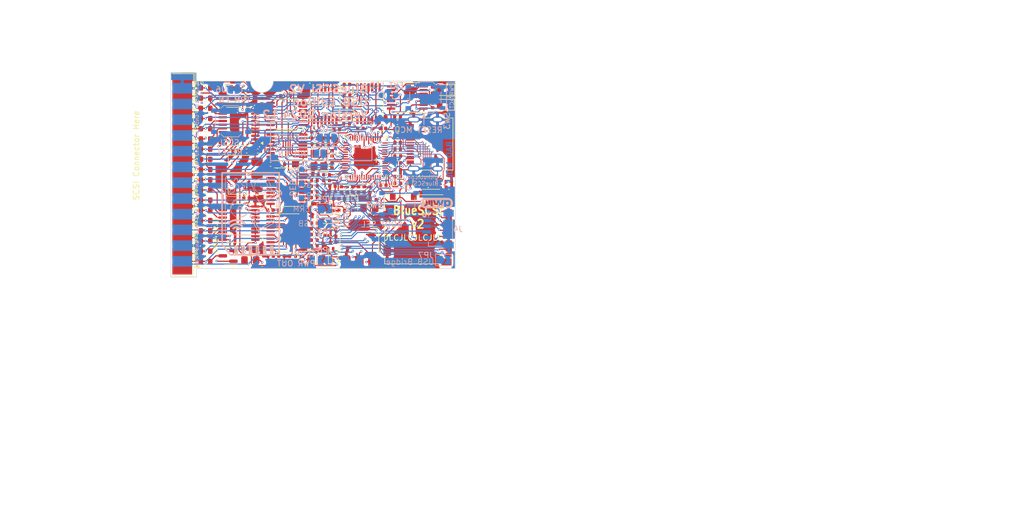
<source format=kicad_pcb>
(kicad_pcb (version 20240108) (generator "pcbnew") (generator_version "8.0")
  (layers (0 "F.Cu" signal) (1 "In1.Cu" signal) (2 "In2.Cu" signal) (31 "B.Cu" signal) (34 "B.Paste" user) (35 "F.Paste" user) (36 "B.SilkS" user "B.Silkscreen") (37 "F.SilkS" user "F.Silkscreen") (38 "B.Mask" user) (39 "F.Mask" user) (44 "Edge.Cuts" user))
  (net 0 "")
  (net 1 "GND")
  (net 2 "+2V8")
  (net 3 "+5V")
  (net 4 "iATN")
  (net 5 "oIO")
  (net 6 "oREQ")
  (net 7 "oSEL")
  (net 8 "oBSY")
  (net 9 "SD_CLK")
  (net 10 "oCD_iSEL")
  (net 11 "ATN")
  (net 12 "BSY")
  (net 13 "DBP")
  (net 14 "ACK")
  (net 15 "RST")
  (net 16 "MSG")
  (net 17 "SEL")
  (net 18 "CD")
  (net 19 "REQ")
  (net 20 "IO")
  (net 21 "DB7")
  (net 22 "DB6")
  (net 23 "DB5")
  (net 24 "DB4")
  (net 25 "DB3")
  (net 26 "DB2")
  (net 27 "DB1")
  (net 28 "DB0")
  (net 29 "+3V3")
  (net 30 "Net-(D3-A)")
  (net 31 "oMSG_iBSY")
  (net 32 "SD_CMD_MOSI")
  (net 33 "DB4T")
  (net 34 "DB5T")
  (net 35 "DB6T")
  (net 36 "DB7T")
  (net 37 "DBPT")
  (net 38 "DB0T")
  (net 39 "DB1T")
  (net 40 "DB3T")
  (net 41 "DB2T")
  (net 42 "SD_D0_MISO")
  (net 43 "DBPTr")
  (net 44 "Net-(D3-K)")
  (net 45 "SD_D1")
  (net 46 "SD_D2")
  (net 47 "SD_D3_CS")
  (net 48 "iRST")
  (net 49 "/Pico/ADC_AVDD")
  (net 50 "iACK")
  (net 51 "+1V1")
  (net 52 "Net-(D1-A)")
  (net 53 "SCL")
  (net 54 "iSEL")
  (net 55 "TRM_ON_J")
  (net 56 "Net-(D2-A)")
  (net 57 "iBSY")
  (net 58 "iCD")
  (net 59 "iMSG")
  (net 60 "iIO")
  (net 61 "oACK")
  (net 62 "iREQ")
  (net 63 "SDA")
  (net 64 "VBUS")
  (net 65 "Net-(U13-USB_DP)")
  (net 66 "!oBSY")
  (net 67 "Net-(U13-USB_DM)")
  (net 68 "ACKDr")
  (net 69 "Net-(C40-Pad1)")
  (net 70 "/Pico/XIN")
  (net 71 "/Pico/USB_D-")
  (net 72 "/Pico/USB_D+")
  (net 73 "/Pico/SWDIO")
  (net 74 "/Pico/SWCLK")
  (net 75 "/Pico/GPIO29_ADC3")
  (net 76 "/Pico/RUN")
  (net 77 "/Pico/XOUT")
  (net 78 "/Pico/GPIO24")
  (net 79 "/Pico/ADC_VREF")
  (net 80 "/Pico/GPIO25")
  (net 81 "/Pico/GPIO23")
  (net 82 "/Pico/QSPI_SS")
  (net 83 "/Pico/GPIO08")
  (net 84 "/Pico/GPIO07")
  (net 85 "/Pico/GPIO06")
  (net 86 "/Pico/GPIO05")
  (net 87 "/Pico/GPIO28")
  (net 88 "/Pico/GPIO04")
  (net 89 "/Pico/GPIO03")
  (net 90 "/Pico/GPIO02")
  (net 91 "/Pico/GPIO01")
  (net 92 "/Pico/GPIO00")
  (net 93 "/Pico/QSPI_SCLK")
  (net 94 "/Pico/QSPI_SD0")
  (net 95 "/Pico/QSPI_SD1")
  (net 96 "Net-(Q1-D)")
  (net 97 "Net-(Q2-D)")
  (net 98 "Net-(R24-Pad1)")
  (net 99 "Net-(U7-B1)")
  (net 100 "Net-(U8-B1)")
  (net 101 "Net-(U7-B2)")
  (net 102 "Net-(U8-B2)")
  (net 103 "Net-(U7-B3)")
  (net 104 "Net-(U8-B3)")
  (net 105 "Net-(U7-B4)")
  (net 106 "Net-(U8-B4)")
  (net 107 "Net-(U7-B5)")
  (net 108 "Net-(U8-B5)")
  (net 109 "Net-(U7-B6)")
  (net 110 "Net-(U8-B6)")
  (net 111 "Net-(U7-B7)")
  (net 112 "Net-(U8-B7)")
  (net 113 "Net-(U7-B8)")
  (net 114 "Net-(U8-B8)")
  (net 115 "/Pico/QSPI_SD2")
  (net 117 "Net-(U5-Pad11)")
  (net 129 "Net-(R25-Pad1)")
  (net 130 "Net-(J12-CC2)")
  (net 132 "Net-(J12-CC1)")
  (net 134 "Net-(J13-Pin_1)")
  (net 135 "Net-(J13-Pin_3)")
  (net 136 "/Pico/QSPI_SD3")
  (net 143 "Net-(R58-Pad2)")
  (net 144 "Net-(D8-K)")
  (net 145 "Net-(D9-K)")
  (net 146 "EXT_TERM_PWR")
  (net 147 "Net-(D8-A)")
  (net 148 "Net-(D9-A)")
  (net 149 "Net-(JP7-A)")
  (net 150 "Net-(R27-Pad2)")
  (net 151 "Net-(R27-Pad1)")
  (footprint "Connector_Dsub:DSUB-25_Male_EdgeMount_P2.77mm" (layer "F.Cu") (at 102 100 -90)
    (property "Reference" "J3")
    (property "Value" "SCSI Connector")
  )
  (footprint "Capacitor_SMD:C_0402_1005Metric" (layer "F.Cu") (at 119.46 106.2125)
    (property "Reference" "C3" (hide yes))
    (property "Value" "4.7uF")
  )
  (footprint "Capacitor_SMD:C_0402_1005Metric" (layer "F.Cu") (at 113.02 113.04)
    (property "Reference" "C4")
    (property "Value" "0.1uF")
  )
  (footprint "Package_SO:TSSOP-14_4.4x5mm_P0.65mm" (layer "F.Cu") (at 134.76 87.48 90)
    (property "Reference" "U3")
    (property "Value" "LVT125")
  )
  (footprint "Capacitor_SMD:C_0402_1005Metric" (layer "F.Cu") (at 119.46 114.3)
    (property "Reference" "C7" (hide yes))
    (property "Value" "4.7uF")
  )
  (footprint "Capacitor_SMD:C_0402_1005Metric" (layer "F.Cu") (at 128.42 101.99)
    (property "Reference" "C1")
    (property "Value" "0.1uF")
  )
  (footprint "Capacitor_SMD:C_0402_1005Metric" (layer "F.Cu") (at 117.5 106.2125 180)
    (property "Reference" "C2")
    (property "Value" "0.1uF")
  )
  (footprint "Capacitor_SMD:C_0402_1005Metric" (layer "F.Cu") (at 113.12 85.326666)
    (property "Reference" "C5")
    (property "Value" "0.1uF")
  )
  (footprint "Capacitor_SMD:C_0402_1005Metric" (layer "F.Cu") (at 117.5375 114.3 180)
    (property "Reference" "C6")
    (property "Value" "0.1uF")
  )
  (footprint "Capacitor_SMD:C_0402_1005Metric" (layer "F.Cu") (at 139.85 90.78)
    (property "Reference" "C12")
    (property "Value" "0.1uF")
  )
  (footprint "Connector_Card:microSD_HC_Molex_104031-0811" (layer "F.Cu") (at 143.42 109.565 -90)
    (property "Reference" "SD1")
    (property "Value" "Micro SD Card")
  )
  (footprint "LED_SMD:LED_0805_2012Metric" (layer "F.Cu") (at 148.21 87.68 180)
    (property "Reference" "D1")
    (property "Value" "LED")
  )
  (footprint "LED_SMD:LED_0805_2012Metric" (layer "F.Cu") (at 148.25 85.08 180)
    (property "Reference" "D2")
    (property "Value" "LED")
  )
  (footprint "Resistor_SMD:R_0402_1005Metric" (layer "F.Cu") (at 113.12 86.363332)
    (property "Reference" "R46" (hide yes))
    (property "Value" "4.7k")
  )
  (footprint "Resistor_SMD:R_0603_1608Metric" (layer "F.Cu") (at 106.1 86.496176 180)
    (property "Reference" "R42")
    (property "Value" "110")
  )
  (footprint "Capacitor_SMD:C_0402_1005Metric" (layer "F.Cu") (at 130.05 104.23)
    (property "Reference" "C25" (hide yes))
    (property "Value" "10uF")
  )
  (footprint "Resistor_SMD:R_0402_1005Metric" (layer "F.Cu") (at 139.89 96.693332 180)
    (property "Reference" "R56")
    (property "Value" "27R")
  )
  (footprint "Resistor_SMD:R_0603_1608Metric" (layer "F.Cu") (at 106.1 97.273232 180)
    (property "Reference" "R30")
    (property "Value" "110")
  )
  (footprint "Resistor_SMD:R_0402_1005Metric" (layer "F.Cu") (at 135.58 104.36 180)
    (property "Reference" "R4")
    (property "Value" "1k")
  )
  (footprint "Package_TO_SOT_SMD:SOT-23" (layer "F.Cu") (at 110.07 114.265 180)
    (property "Reference" "Q1")
    (property "Value" "AO3401A")
  )
  (footprint "Resistor_SMD:R_0603_1608Metric" (layer "F.Cu") (at 106.1 104.457936 180)
    (property "Reference" "R39")
    (property "Value" "110")
  )
  (footprint "Resistor_SMD:R_0603_1608Metric" (layer "F.Cu") (at 106.1 111.64264 180)
    (property "Reference" "R31")
    (property "Value" "110")
  )
  (footprint "Package_SO:TSSOP-14_4.4x5mm_P0.65mm" (layer "F.Cu") (at 120.4 94.87 180)
    (property "Reference" "U2")
    (property "Value" "LVT125")
  )
  (footprint "Capacitor_SMD:C_0402_1005Metric" (layer "F.Cu") (at 128.45 105.81 -90)
    (property "Reference" "C17" (hide yes))
    (property "Value" "4.7uF")
  )
  (footprint "Resistor_SMD:R_0402_1005Metric" (layer "F.Cu") (at 121.02 85.52 -90)
    (property "Reference" "R84")
    (property "Value" "1k")
  )
  (footprint "Resistor_SMD:R_0402_1005Metric" (layer "F.Cu") (at 146.04 87.68 90)
    (property "Reference" "R24")
    (property "Value" "470")
  )
  (footprint "Capacitor_SMD:C_0402_1005Metric" (layer "F.Cu") (at 130.96 84.09)
    (property "Reference" "C16")
    (property "Value" "0.1uF")
  )
  (footprint "Resistor_SMD:R_0603_1608Metric" (layer "F.Cu") (at 106.1 109.846464 180)
    (property "Reference" "R33")
    (property "Value" "110")
  )
  (footprint "Resistor_SMD:R_0402_1005Metric" (layer "F.Cu") (at 127.26 94.57 180)
    (property "Reference" "R2")
    (property "Value" "1k")
  )
  (footprint "Capacitor_SMD:C_0402_1005Metric" (layer "F.Cu") (at 137.37 101.83)
    (property "Reference" "C29")
    (property "Value" "0.1uF")
  )
  (footprint "Capacitor_SMD:C_0402_1005Metric" (layer "F.Cu") (at 139.89 95.491666)
    (property "Reference" "C30")
    (property "Value" "0.1uF")
  )
  (footprint "Resistor_SMD:R_0402_1005Metric" (layer "F.Cu") (at 139.89 93.1 180)
    (property "Reference" "R48")
    (property "Value" "5.1k")
  )
  (footprint "Connector_USB:USB_C_Receptacle_G-Switch_GT-USB-7010ASV" (layer "F.Cu") (at 145.825 94.58 90)
    (property "Reference" "J12")
    (property "Value" "USB_C_Receptacle_USB2.0")
  )
  (footprint "Package_SO:TSSOP-14_4.4x5mm_P0.65mm" (layer "F.Cu") (at 141.5875 86.38 180)
    (property "Reference" "U5")
    (property "Value" "74HC14")
  )
  (footprint "Resistor_SMD:R_0603_1608Metric" (layer "F.Cu") (at 106.1 91.884704 180)
    (property "Reference" "R36")
    (property "Value" "110")
  )
  (footprint "Resistor_SMD:R_0402_1005Metric" (layer "F.Cu") (at 125.3 92.5)
    (property "Reference" "R5" (hide yes))
    (property "Value" "4.7k")
  )
  (footprint "Resistor_SMD:R_0603_1608Metric" (layer "F.Cu") (at 106.1 108.050288 180)
    (property "Reference" "R35")
    (property "Value" "110")
  )
  (footprint "Capacitor_SMD:C_0402_1005Metric" (layer "F.Cu") (at 137.3 91.83)
    (property "Reference" "C33")
    (property "Value" "0.1uF")
  )
  (footprint "Capacitor_SMD:C_0402_1005Metric" (layer "F.Cu") (at 115.29 95.8)
    (property "Reference" "C8" (hide yes))
    (property "Value" "4.7uF")
  )
  (footprint "Resistor_SMD:R_0603_1608Metric" (layer "F.Cu") (at 106.1 90.088528 180)
    (property "Reference" "R38")
    (property "Value" "110")
  )
  (footprint "Capacitor_SMD:C_0402_1005Metric" (layer "F.Cu") (at 113.345 95.8)
    (property "Reference" "C24" (hide yes))
    (property "Value" "10uF")
  )
  (footprint "Capacitor_SMD:C_0402_1005Metric" (layer "F.Cu") (at 128.54 111.86 180)
    (property "Reference" "C19" (hide yes))
    (property "Value" "10uF")
  )
  (footprint "Resistor_SMD:R_0402_1005Metric" (layer "F.Cu") (at 121.41 114.31 180)
    (property "Reference" "R9")
    (property "Value" "1k")
  )
  (footprint "Package_SO:TSSOP-14_4.4x5mm_P0.65mm" (layer "F.Cu") (at 120.4 89.28 180)
    (property "Reference" "U1")
    (property "Value" "LVT125")
  )
  (footprint "Resistor_SMD:R_0603_1608Metric" (layer "F.Cu") (at 106.1 88.292352 180)
    (property "Reference" "R40")
    (property "Value" "110")
  )
  (footprint "Resistor_SMD:R_0402_1005Metric" (layer "F.Cu") (at 125.23 108.5 180)
    (property "Reference" "R85")
    (property "Value" "1k")
  )
  (footprint "Package_SO:TSSOP-14_4.4x5mm_P0.65mm" (layer "F.Cu") (at 127.16 87.48 -90)
    (property "Reference" "U4")
    (property "Value" "LVT125")
  )
  (footprint "Capacitor_SMD:C_0402_1005Metric" (layer "F.Cu") (at 135 102.61 -90)
    (property "Reference" "C27")
    (property "Value" "2.2u 6.3V")
  )
  (footprint "Package_SO:TSSOP-20_4.4x6.5mm_P0.65mm" (layer "F.Cu") (at 120.4 102.175 180)
    (property "Reference" "U6")
    (property "Value" "LVT245")
  )
  (footprint "Resistor_SMD:R_0402_1005Metric" (layer "F.Cu") (at 139.89 91.9)
    (property "Reference" "R47")
    (property "Value" "5.1k")
  )
  (footprint "Package_DFN_QFN:QFN-56-1EP_7x7mm_P0.4mm_EP3.2x3.2mm" (layer "F.Cu") (at 134.1825 97 -90)
    (property "Reference" "U13")
    (property "Value" "RP2040")
  )
  (footprint "Package_SO:TSSOP-20_4.4x6.5mm_P0.65mm" (layer "F.Cu") (at 112 91.5 180)
    (property "Reference" "U7")
    (property "Value" "LVT245")
  )
  (footprint "Capacitor_SMD:C_0402_1005Metric" (layer "F.Cu") (at 130.9 90 180)
    (property "Reference" "C15")
    (property "Value" "0.1uF")
  )
  (footprint "Capacitor_SMD:C_0402_1005Metric" (layer "F.Cu") (at 115.99 87.02 -90)
    (property "Reference" "C14")
    (property "Value" "0.1uF")
  )
  (footprint "Resistor_SMD:R_0402_1005Metric" (layer "F.Cu") (at 131 102.61 90)
    (property "Reference" "R49")
    (property "Value" "5.6k")
  )
  (footprint "Resistor_SMD:R_0603_1608Metric" (layer "F.Cu") (at 106.1 84.7 180)
    (property "Reference" "R45")
    (property "Value" "110")
  )
  (footprint "Capacitor_SMD:C_0402_1005Metric" (layer "F.Cu") (at 129.17 92.06)
    (property "Reference" "C21")
    (property "Value" "0.1uF")
  )
  (footprint "Resistor_SMD:R_0402_1005Metric" (layer "F.Cu") (at 125.23 109.5 180)
    (property "Reference" "R87")
    (property "Value" "1k")
  )
  (footprint "Capacitor_SMD:C_0402_1005Metric" (layer "F.Cu") (at 128.54 110.815 180)
    (property "Reference" "C20" (hide yes))
    (property "Value" "10uF")
  )
  (footprint "Resistor_SMD:R_0402_1005Metric" (layer "F.Cu") (at 142.6 101.6)
    (property "Reference" "R55")
    (property "Value" "NO-FIT")
  )
  (footprint "Fuse:Fuse_0805_2012Metric_Pad1.15x1.40mm_HandSolder" (layer "F.Cu") (at 134.91 105.87)
    (property "Reference" "F3")
    (property "Value" "Polyfuse")
  )
  (footprint "Package_TO_SOT_SMD:SOT-23" (layer "F.Cu") (at 110.07 85.67 180)
    (property "Reference" "Q2")
    (property "Value" "AO3401A")
  )
  (footprint "Capacitor_SMD:C_0402_1005Metric" (layer "F.Cu") (at 128.54 109.77)
    (property "Reference" "C23")
    (property "Value" "0.1uF")
  )
  (footprint "Resistor_SMD:R_0402_1005Metric" (layer "F.Cu") (at 130.9 91)
    (property "Reference" "R86")
    (property "Value" "1k")
  )
  (footprint "Resistor_SMD:R_0402_1005Metric" (layer "F.Cu") (at 130.96 88 180)
    (property "Reference" "R83")
    (property "Value" "1k")
  )
  (footprint "Resistor_SMD:R_0402_1005Metric" (layer "F.Cu") (at 133 102.61 -90)
    (property "Reference" "R50")
    (property "Value" "200R")
  )
  (footprint "Resistor_SMD:R_0402_1005Metric" (layer "F.Cu") (at 119.33 85.54 -90)
    (property "Reference" "R81")
    (property "Value" "1k")
  )
  (footprint "Capacitor_SMD:C_0402_1005Metric" (layer "F.Cu") (at 127.13 110.21 -90)
    (property "Reference" "C22" (hide yes))
    (property "Value" "4.7uF")
  )
  (footprint "Capacitor_SMD:C_0402_1005Metric" (layer "F.Cu") (at 133.33 91.83 180)
    (property "Reference" "C34")
    (property "Value" "0.1uF")
  )
  (footprint "Diode_SMD:D_SOD-323" (layer "F.Cu") (at 132.02 105.19 -90)
    (property "Reference" "D8" (hide yes))
    (property "Value" "Schottky Diode")
  )
  (footprint "Resistor_SMD:R_0402_1005Metric" (layer "F.Cu") (at 127.37 100 180)
    (property "Reference" "R22" (hide yes))
    (property "Value" "4.7k")
  )
  (footprint "Resistor_SMD:R_0402_1005Metric" (layer "F.Cu") (at 125.33 94.57)
    (property "Reference" "R80")
    (property "Value" "1k")
  )
  (footprint "Resistor_SMD:R_0402_1005Metric" (layer "F.Cu") (at 119.49 98.15 180)
    (property "Reference" "R7" (hide yes))
    (property "Value" "4.7k")
  )
  (footprint "Capacitor_SMD:C_0402_1005Metric" (layer "F.Cu") (at 148.89 101.19)
    (property "Reference" "C38")
    (property "Value" "2.2u 6.3V")
  )
  (footprint "Resistor_SMD:R_0402_1005Metric" (layer "F.Cu") (at 125.23 110.5 180)
    (property "Reference" "R88")
    (property "Value" "1k")
  )
  (footprint "Resistor_SMD:R_0402_1005Metric" (layer "F.Cu") (at 125.3 93.52)
    (property "Reference" "R79")
    (property "Value" "1k")
  )
  (footprint "Capacitor_SMD:C_0402_1005Metric" (layer "F.Cu") (at 128.35 98.31 -90)
    (property "Reference" "C36")
    (property "Value" "0.1uF")
  )
  (footprint "Resistor_SMD:R_0402_1005Metric" (layer "F.Cu") (at 125.23 111.5 180)
    (property "Reference" "R89")
    (property "Value" "1k")
  )
  (footprint "Resistor_SMD:R_0402_1005Metric" (layer "F.Cu") (at 125.23 112.5 180)
    (property "Reference" "R91")
    (property "Value" "1k")
  )
  (footprint "Capacitor_SMD:C_0402_1005Metric" (layer "F.Cu") (at 128.42 103.02 180)
    (property "Reference" "C18")
    (property "Value" "0.1uF")
  )
  (footprint "Capacitor_SMD:C_0402_1005Metric" (layer "F.Cu") (at 130.05 106.28 180)
    (property "Reference" "C43")
    (property "Value" "0.1uF")
  )
  (footprint "Resistor_SMD:R_0603_1608Metric" (layer "F.Cu") (at 106.1 95.477056 180)
    (property "Reference" "R32")
    (property "Value" "110")
  )
  (footprint "Resistor_SMD:R_0603_1608Metric" (layer "F.Cu") (at 106.1 100.865584 180)
    (property "Reference" "R43")
    (property "Value" "110")
  )
  (footprint "Resistor_SMD:R_0402_1005Metric" (layer "F.Cu") (at 139.89 101.5)
    (property "Reference" "R1")
    (property "Value" "1k")
  )
  (footprint "Resistor_SMD:R_0402_1005Metric" (layer "F.Cu") (at 146.04 85.08 -90)
    (property "Reference" "R25" (hide yes))
    (property "Value" "4.7k")
  )
  (footprint "Capacitor_SMD:C_0402_1005Metric" (layer "F.Cu") (at 111.4 95.8 180)
    (property "Reference" "C10")
    (property "Value" "0.1uF")
  )
  (footprint "Resistor_SMD:R_0402_1005Metric" (layer "F.Cu") (at 130.96 86 180)
    (property "Reference" "R90")
    (property "Value" "1k")
  )
  (footprint "Capacitor_SMD:C_0402_1005Metric" (layer "F.Cu") (at 139.89 99.106664)
    (property "Reference" "C32")
    (property "Value" "2.2u 6.3V")
  )
  (footprint "Package_TO_SOT_SMD:SOT-223-3_TabPin2" (layer "F.Cu") (at 112 100 180)
    (property "Reference" "U10")
    (property "Value" "AMS1117-2.85")
  )
  (footprint "Fuse:Fuse_0805_2012Metric_Pad1.15x1.40mm_HandSolder" (layer "F.Cu") (at 125.58 114.8)
    (property "Reference" "F1")
    (property "Value" "Polyfuse")
  )
  (footprint "Capacitor_SMD:C_0402_1005Metric" (layer "F.Cu") (at 113.3 104.1)
    (property "Reference" "C9" (hide yes))
    (property "Value" "10uF")
  )
  (footprint "Package_SON:Winbond_USON-8-1EP_3x2mm_P0.5mm_EP0.2x1.6mm" (layer "F.Cu") (at 145.8 101.4)
    (property "Reference" "U12")
    (property "Value" "W25Q16JVUXIQ")
  )
  (footprint "Capacitor_SMD:C_0402_1005Metric" (layer "F.Cu") (at 148.89 102.19)
    (property "Reference" "C39")
    (property "Value" "0.1uF")
  )
  (footprint "Resistor_SMD:R_0603_1608Metric" (layer "F.Cu") (at 106.1 93.68088 180)
    (property "Reference" "R34")
    (property "Value" "110")
  )
  (footprint "Resistor_SMD:R_0402_1005Metric" (layer "F.Cu") (at 130.93 87 180)
    (property "Reference" "R94")
    (property "Value" "1k")
  )
  (footprint "Diode_SMD:D_SOD-323" (layer "F.Cu") (at 128.54 114.045 90)
    (property "Reference" "D3" (hide yes))
    (property "Value" "Schottky Diode")
  )
  (footprint "Resistor_SMD:R_0402_1005Metric" (layer "F.Cu") (at 125.23 102 180)
    (property "Reference" "R93")
    (property "Value" "1k")
  )
  (footprint "Resistor_SMD:R_0603_1608Metric" (layer "F.Cu") (at 106.1 106.254112 180)
    (property "Reference" "R37")
    (property "Value" "110")
  )
  (footprint "Resistor_SMD:R_0603_1608Metric" (layer "F.Cu") (at 106.1 102.66176 180)
    (property "Reference" "R41")
    (property "Value" "110")
  )
  (footprint "Package_SO:TSSOP-20_4.4x6.5mm_P0.65mm" (layer "F.Cu") (at 112 108.5 180)
    (property "Reference" "U8")
    (property "Value" "LVT245")
  )
  (footprint "Resistor_SMD:R_0402_1005Metric" (layer "F.Cu") (at 127.37 101)
    (property "Reference" "R23" (hide yes))
    (property "Value" "4.7k")
  )
  (footprint "Resistor_SMD:R_0402_1005Metric" (layer "F.Cu") (at 134 102.61 90)
    (property "Reference" "R52")
    (property "Value" "1R")
  )
  (footprint "Resistor_SMD:R_0603_1608Metric" (layer "F.Cu") (at 106.1 113.438816 180)
    (property "Reference" "R29")
    (property "Value" "110")
  )
  (footprint "Capacitor_SMD:C_0402_1005Metric" (layer "F.Cu") (at 127.26 93.52)
    (property "Reference" "C40" (hide yes))
    (property "Value" "15p")
  )
  (footprint "Fuse:Fuse_0805_2012Metric_Pad1.15x1.40mm_HandSolder" (layer "F.Cu") (at 113.97 115.02 180)
    (property "Reference" "F5")
    (property "Value" "Polyfuse")
  )
  (footprint "Package_SO:TSSOP-20_4.4x6.5mm_P0.65mm" (layer "F.Cu") (at 120.4 110.25 180)
    (property "Reference" "U9")
    (property "Value" "LVT245")
  )
  (footprint "Capacitor_SMD:C_0402_1005Metric" (layer "F.Cu") (at 128.36 96.21 90)
    (property "Reference" "C35")
    (property "Value" "0.1uF")
  )
  (footprint "Capacitor_SMD:C_0402_1005Metric" (layer "F.Cu") (at 139.89 94.3)
    (property "Reference" "C37")
    (property "Value" "0.1uF")
  )
  (footprint "Resistor_SMD:R_0603_1608Metric" (layer "F.Cu") (at 106.1 115.235 180)
    (property "Reference" "R44")
    (property "Value" "110")
  )
  (footprint "Capacitor_SMD:C_0402_1005Metric" (layer "F.Cu") (at 132 102.61 -90)
    (property "Reference" "C28")
    (property "Value" "0.1uF")
  )
  (footprint "Resistor_SMD:R_0402_1005Metric" (layer "F.Cu") (at 142.6 100.6 180)
    (property "Reference" "R58")
    (property "Value" "1k")
  )
  (footprint "Resistor_SMD:R_0402_1005Metric" (layer "F.Cu") (at 125.23 104 180)
    (property "Reference" "R96")
    (property "Value" "1k")
  )
  (footprint "Resistor_SMD:R_0603_1608Metric" (layer "F.Cu") (at 106.1 99.069408 180)
    (property "Reference" "R28")
    (property "Value" "110")
  )
  (footprint "Resistor_SMD:R_0402_1005Metric" (layer "F.Cu") (at 130.95 89)
    (property "Reference" "R82")
    (property "Value" "1k")
  )
  (footprint "Capacitor_SMD:C_0402_1005Metric" (layer "F.Cu") (at 123 114.88 90)
    (property "Reference" "C11")
    (property "Value" "0.1uF")
  )
  (footprint "Capacitor_SMD:C_0402_1005Metric" (layer "F.Cu") (at 128.13 104.23 180)
    (property "Reference" "C26" (hide yes))
    (property "Value" "10uF")
  )
  (footprint "Resistor_SMD:R_0402_1005Metric" (layer "F.Cu") (at 125.23 103 180)
    (property "Reference" "R95")
    (property "Value" "1k")
  )
  (footprint "Capacitor_SMD:C_0402_1005Metric" (layer "F.Cu") (at 117.5375 98.15 180)
    (property "Reference" "C13")
    (property "Value" "0.1uF")
  )
  (footprint "Package_TO_SOT_SMD:SOT-223-3_TabPin2" (layer "F.Cu") (at 133.15 112 90)
    (property "Reference" "U11")
    (property "Value" "AMS1117-3.3")
  )
  (footprint "Diode_SMD:D_SOD-323" (layer "F.Cu") (at 127.83 107.72 180)
    (property "Reference" "D9" (hide yes))
    (property "Value" "Schottky Diode")
  )
  (footprint "Crystal:Crystal_SMD_3225-4Pin_3.2x2.5mm" (layer "F.Cu") (at 126.04 97.38 90)
    (property "Reference" "Y1")
    (property "Value" "12MHz")
  )
  (footprint "Resistor_SMD:R_0402_1005Metric" (layer "F.Cu") (at 125.23 101 180)
    (property "Reference" "R92")
    (property "Value" "1k")
  )
  (footprint "Resistor_SMD:R_0402_1005Metric" (layer "F.Cu") (at 139.86 89.78 180)
    (property "Reference" "R27")
    (property "Value" "330")
  )
  (footprint "Capacitor_SMD:C_0402_1005Metric" (layer "F.Cu") (at 139.89 100.29833)
    (property "Reference" "C31")
    (property "Value" "2.2u 6.3V")
  )
  (footprint "Resistor_SMD:R_0402_1005Metric" (layer "F.Cu") (at 130 102.61 -90)
    (property "Reference" "R51")
    (property "Value" "10k")
  )
  (footprint "Capacitor_SMD:C_0402_1005Metric" (layer "F.Cu") (at 125.43 100 180)
    (property "Reference" "C42" (hide yes))
    (property "Value" "15p")
  )
  (footprint "Resistor_SMD:R_0402_1005Metric" (layer "F.Cu") (at 139.89 97.904998 180)
    (property "Reference" "R57")
    (property "Value" "27R")
  )
  (footprint "Jumper:SolderJumper-2_P1.3mm_Open_RoundedPad1.0x1.5mm" (layer "B.Cu") (at 126.26 96.25)
    (property "Reference" "J1")
    (property "Value" "ACK_En")
  )
  (footprint "Jumper:SolderJumper-2_P1.3mm_Open_TrianglePad1.0x1.5mm" (layer "B.Cu") (at 127.07 115.08 180)
    (property "Reference" "JP6")
    (property "Value" "Term Output En")
  )
  (footprint "TestPoint:TestPoint_Pad_D1.0mm" (layer "B.Cu") (at 123 101.54 180)
    (property "Reference" "TP2")
    (property "Value" "TestPoint_Small")
  )
  (footprint "Button_Switch_SMD:SW_Push_1P1T_XKB_TS-1187A" (layer "B.Cu") (at 140.15 105.09)
    (property "Reference" "SW2")
    (property "Value" "USB Boot")
  )
  (footprint "TestPoint:TestPoint_Pad_D1.0mm" (layer "B.Cu") (at 123 99 180)
    (property "Reference" "TP1")
    (property "Value" "TestPoint_Small")
  )
  (footprint "Library:JST_SM04B-SRSS-TB(LF)(SN)" (layer "B.Cu") (at 144.97 109.565 -90)
    (property "Reference" "J4")
    (property "Value" "SM04B-SRSS-TB(LF)(SN)")
  )
  (footprint "Button_Switch_SMD:SW_Push_1P1T_XKB_TS-1187A" (layer "B.Cu") (at 144.76 86.4 180)
    (property "Reference" "SW3")
    (property "Value" "RP2040 Reset")
  )
  (footprint "Jumper:SolderJumper-3_P1.3mm_Open_RoundedPad1.0x1.5mm" (layer "B.Cu") (at 127.47 93.48 180)
    (property "Reference" "J13")
    (property "Value" "Conn_01x03_Male")
  )
  (footprint "Jumper:SolderJumper-2_P1.3mm_Open_TrianglePad1.0x1.5mm" (layer "B.Cu") (at 127.07 108.61)
    (property "Reference" "JP3")
    (property "Value" "USB Pwr En")
  )
  (footprint "TestPoint:TestPoint_Pad_D1.0mm" (layer "B.Cu") (at 139.54 86 90)
    (property "Reference" "TP5")
    (property "Value" "TestPoint_Small")
  )
  (footprint "Button_Switch_SMD:SW_Push_1P1T_XKB_TS-1187A" (layer "B.Cu") (at 110.58 90.565 180)
    (property "Reference" "SW1")
    (property "Value" "SCSI Reset")
  )
  (footprint "Jumper:SolderJumper-2_P1.3mm_Open_TrianglePad1.0x1.5mm" (layer "B.Cu") (at 147.94 115)
    (property "Reference" "JP7")
    (property "Value" "USB Bridge En")
  )
  (footprint "Jumper:SolderJumper-2_P1.3mm_Bridged_RoundedPad1.0x1.5mm" (layer "B.Cu") (at 111.09 84.97)
    (property "Reference" "J6")
    (property "Value" "Conn_01x03_Male")
  )
  (footprint "TestPoint:TestPoint_Pad_D1.0mm" (layer "B.Cu") (at 123 104.08 180)
    (property "Reference" "TP3")
    (property "Value" "TestPoint_Small")
  )
  (footprint "LOGO" (layer "B.Cu") (at 114.03 106.85 180)
    (property "Reference" "G***" (hide yes))
    (property "Value" "LOGO" (hide yes))
  )
  (footprint "LOGO" (layer "B.Cu") (at 146.72 104.92 180)
    (property "Reference" "G***" (hide yes))
    (property "Value" "LOGO" (hide yes))
  )
  (footprint "Jumper:SolderJumper-2_P1.3mm_Open_TrianglePad1.0x1.5mm" (layer "B.Cu") (at 127.07 106.05)
    (property "Reference" "JP5")
    (property "Value" "Term Input Pwr En")
  )
  (footprint "TestPoint:TestPoint_Pad_D1.0mm" (layer "B.Cu") (at 137 86 180)
    (property "Reference" "TP4")
    (property "Value" "TestPoint_Small")
  )
  (gr_line (start 144.5 89.4) (end 144.23 90.03) (stroke (width 0.15)) (layer "B.SilkS"))
  (gr_line (start 144.51 89.4) (end 144.78 90.03) (stroke (width 0.15)) (layer "B.SilkS"))
  (gr_line (start 144.5 89.4) (end 144.5 91.18) (stroke (width 0.15)) (layer "B.SilkS"))
  (gr_line (start 131.7 87.5) (end 131.7 87.5) (stroke (width 0.15) (type dash)) (layer "B.SilkS"))
  (gr_line (start 135.35 95.1) (end 117.52 95.1) (stroke (width 0.15) (type dash)) (layer "B.SilkS"))
  (gr_line (start 148.45 83.83) (end 149.85 83.83) (stroke (width 0.15)) (layer "B.SilkS"))
  (gr_line (start 148.46 88.58) (end 148.46 83.82) (stroke (width 0.15)) (layer "B.SilkS"))
  (gr_line (start 148.46 88.59) (end 149.86 88.59) (stroke (width 0.15)) (layer "B.SilkS"))
  (gr_line (start 148.46 86.25) (end 149.86 86.25) (stroke (width 0.15)) (layer "B.SilkS"))
  (gr_rect (start 117.52 90.62) (end 135.35 97.52) (stroke (width 0.15)) (fill none) (layer "B.SilkS"))
  (gr_line (start 104.5 118) (end 104.5 116.5) (stroke (width 0.1)) (layer "Edge.Cuts"))
  (gr_arc (start 118 83.5) (mid 116 85.5) (end 114 83.5) (stroke (width 0.1)) (layer "Edge.Cuts"))
  (gr_line (start 114 83.5) (end 104.5 83.5) (stroke (width 0.1)) (layer "Edge.Cuts"))
  (gr_line (start 104.5 83.5) (end 104.5 82) (stroke (width 0.1)) (layer "Edge.Cuts"))
  (gr_line (start 118 83.5) (end 150 83.5) (stroke (width 0.1)) (layer "Edge.Cuts"))
  (gr_line (start 150 116.5) (end 104.5 116.5) (stroke (width 0.1)) (layer "Edge.Cuts"))
  (gr_line (start 100 82) (end 100 118) (stroke (width 0.1)) (layer "Edge.Cuts"))
  (gr_line (start 150 83.5) (end 150 116.5) (stroke (width 0.1)) (layer "Edge.Cuts"))
  (gr_line (start 104.5 82) (end 100 82) (stroke (width 0.1)) (layer "Edge.Cuts"))
  (gr_line (start 100 118) (end 104.5 118) (stroke (width 0.1)) (layer "Edge.Cuts"))
  (gr_text "BAD WOLF" (at 149.6 97.86 90) (layer "B.Cu") (effects (font (size 1 1) (thickness 0.2) (bold yes)) (justify bottom mirror)))
  (gr_text "DB2" (at 104.94 105.949286 90) (layer "B.SilkS") (effects (font (size 0.5 0.6) (thickness 0.1)) (justify left bottom mirror)))
  (gr_text "PWR" (at 149.45 84.98 90) (layer "B.SilkS") (effects (font (size 0.7 0.7) (thickness 0.1)) (justify mirror)))
  (gr_text "BOOT SEL" (at 137.12 109.3 0) (layer "B.SilkS") (effects (font (size 1 1)) (justify bottom mirror)))
  (gr_text "GND" (at 104.94 83.760715 90) (layer "B.SilkS") (effects (font (size 0.5 0.6) (thickness 0.1)) (justify left bottom mirror)))
  (gr_text "USB Bridge" (at 146.39 115.92 0) (layer "B.SilkS") (effects (font (size 1 1) (thickness 0.1)) (justify left bottom mirror)))
  (gr_text "DB1" (at 104.94 103.179286 90) (layer "B.SilkS") (effects (font (size 0.5 0.6) (thickness 0.1)) (justify left bottom mirror)))
  (gr_text "GND" (at 123.88 102.43 -90) (layer "B.SilkS") (effects (font (size 0.7 0.7) (thickness 0.1)) (justify left bottom mirror)))
  (gr_text "DEBUG" (at 120.79 101.29 270) (layer "B.SilkS") (effects (font (size 1 1)) (justify bottom mirror)))
  (gr_text "ACT" (at 149.43 87.42 90) (layer "B.SilkS") (effects (font (size 0.7 0.7) (thickness 0.1)) (justify mirror)))
  (gr_text "github.com/BlueSCSI/BlueSCSI-v2\nBlueSCSI © Eric Helgeson" (at 147.12 100.96 0) (layer "B.SilkS") (effects (font (size 0.7 0.7) (thickness 0.1)) (justify left mirror)))
  (gr_text "EXT LED" (at 137.91 84.88 0) (layer "B.SilkS") (effects (font (size 1 1)) (justify bottom mirror)))
  (gr_text "TERM\nPWR OUT" (at 125.52 116.19 0) (layer "B.SilkS") (effects (font (size 1 1)) (justify left bottom mirror)))
  (gr_text "GND" (at 104.94 89.300715 90) (layer "B.SilkS") (effects (font (size 0.5 0.6) (thickness 0.1)) (justify left bottom mirror)))
  (gr_text "TARGET" (at 132.41 94.06 0) (layer "B.SilkS") (effects (font (size 1 1) (thickness 0.1)) (justify bottom mirror)))
  (gr_text "TERM" (at 123.36 106.59 0) (layer "B.SilkS") (effects (font (size 1 1) (thickness 0.1)) (justify bottom mirror)))
  (gr_text "DB4" (at 104.94 108.719286 90) (layer "B.SilkS") (effects (font (size 0.5 0.6) (thickness 0.1)) (justify left bottom mirror)))
  (gr_text "INIT EN" (at 124.38 96.88 0) (layer "B.SilkS") (effects (font (size 1 1)) (justify left bottom mirror)))
  (gr_text "SEL" (at 104.94 97.725 90) (layer "B.SilkS") (effects (font (size 0.5 0.6) (thickness 0.1)) (justify left bottom mirror)))
  (gr_text "GND" (at 104.94 94.840715 90) (layer "B.SilkS") (effects (font (size 0.5 0.6) (thickness 0.1)) (justify left bottom mirror)))
  (gr_text "DBP" (at 104.94 100.395 90) (layer "B.SilkS") (effects (font (size 0.5 0.6) (thickness 0.1)) (justify left bottom mirror)))
  (gr_text "CLK" (at 123.79 99.99 270) (layer "B.SilkS") (effects (font (size 0.7 0.7) (thickness 0.1)) (justify left bottom mirror)))
  (gr_text "INITIATOR" (at 121.34 94.01 0) (layer "B.SilkS") (effects (font (size 1 1) (thickness 0.1)) (justify bottom mirror)))
  (gr_text "CD" (at 104.94 86.845 90) (layer "B.SilkS") (effects (font (size 0.5 0.6) (thickness 0.1)) (justify left bottom mirror)))
  (gr_text "SCSI\nRESET" (at 110.35 96.54 0) (layer "B.SilkS") (effects (font (size 1 1)) (justify bottom mirror)))
  (gr_text "GND" (at 104.94 111.460715 90) (layer "B.SilkS") (effects (font (size 0.5 0.6) (thickness 0.1)) (justify left bottom mirror)))
  (gr_text "POWER\nINPUT" (at 131.59 107.25 90) (layer "B.SilkS") (effects (font (size 1 1)) (justify bottom mirror)))
  (gr_text "BlueSCSI V2 \nUSB Edition \nVersion 2024.12" (at 134.86 90.25 0) (layer "B.SilkS") (effects (font (size 1.4 1.5) (thickness 0.3)) (justify left bottom mirror)))
  (gr_text "TRM EN" (at 111.18 87.4 0) (layer "B.SilkS") (effects (font (size 1 1)) (justify bottom mirror)))
  (gr_text "DIO" (at 123.88 104.87 -90) (layer "B.SilkS") (effects (font (size 0.7 0.7) (thickness 0.1)) (justify left bottom mirror)))
  (gr_text "TERM" (at 104.94 114.002143 90) (layer "B.SilkS") (effects (font (size 0.5 0.6) (thickness 0.1)) (justify left bottom mirror)))
  (gr_text "ATN" (at 104.94 92.185 90) (layer "B.SilkS") (effects (font (size 0.5 0.6) (thickness 0.1)) (justify left bottom mirror)))
  (gr_text "USB" (at 125.44 109.16 0) (layer "B.SilkS") (effects (font (size 1 1) (thickness 0.1)) (justify left bottom mirror)))
  (gr_text "RESET MCU" (at 143.54 92.68 0) (layer "B.SilkS") (effects (font (size 1 1)) (justify bottom mirror)))
  (gr_text "v2024.12.1a" (at 108.29 113.93 90) (layer "F.SilkS") (effects (font (size 0.7 0.7) (thickness 0.1)) (justify left bottom)))
  (gr_text "BlueSCSI\nv2" (at 143.42 109.565 0) (layer "F.SilkS") (effects (font (size 1.5 1.3) (thickness 0.3) (bold yes)) (justify bottom)))
  (gr_text "+" (at 136.2 97.4 -90) (layer "F.SilkS") (effects (font (size 1 1))))
  (gr_text "DB7" (at 103.95 116.45 0) (layer "F.SilkS") (effects (font (size 0.5 0.6) (thickness 0.1)) (justify left bottom)))
  (gr_text "JLCJLCJLCJLC" (at 142.69 111.07 -0) (layer "F.SilkS") (effects (font (size 1 1))))
  (gr_text "-" (at 138.9 101.8 0) (layer "F.SilkS") (effects (font (size 1 1))))
  (gr_text "BSY" (at 104.75 98.162858 90) (layer "F.SilkS") (effects (font (size 0.5 0.6) (thickness 0.1)) (justify left bottom)))
  (gr_text "DB3" (at 104.75 109.285715 90) (layer "F.SilkS") (effects (font (size 0.5 0.6) (thickness 0.1)) (justify left bottom)))
  (gr_text "DB6" (at 104.75 114.825715 90) (layer "F.SilkS") (effects (font (size 0.5 0.6) (thickness 0.1)) (justify left bottom)))
  (gr_text "DB0" (at 104.75 103.745715 90) (layer "F.SilkS") (effects (font (size 0.5 0.6) (thickness 0.1)) (justify left bottom)))
  (gr_text "DB5" (at 104.75 112.055715 90) (layer "F.SilkS") (effects (font (size 0.5 0.6) (thickness 0.1)) (justify left bottom)))
  (gr_text "GND" (at 104.75 106.544286 90) (layer "F.SilkS") (effects (font (size 0.5 0.6) (thickness 0.1)) (justify left bottom)))
  (gr_text "-" (at 131.1 101.8 0) (layer "F.SilkS") (effects (font (size 1 1))))
  (gr_text "ACK" (at 104.75 95.407143 90) (layer "F.SilkS") (effects (font (size 0.5 0.6) (thickness 0.1)) (justify left bottom)))
  (gr_text "SCSI Connector Here" (at 93.92 96.59 90) (layer "F.SilkS") (effects (font (size 1 1))))
  (gr_text "IO" (at 104.75 89.280118 90) (layer "F.SilkS") (effects (font (size 0.5 0.6) (thickness 0.1)) (justify left bottom)))
  (gr_text "GND" (at 104.75 101.004286 90) (layer "F.SilkS") (effects (font (size 0.5 0.6) (thickness 0.1)) (justify left bottom)))
  (gr_text "RST" (at 104.75 92.594286 90) (layer "F.SilkS") (effects (font (size 0.5 0.6) (thickness 0.1)) (justify left bottom)))
  (gr_text "MSG" (at 104.75 87.287988 90) (layer "F.SilkS") (effects (font (size 0.5 0.6) (thickness 0.1)) (justify left bottom)))
  (gr_text "REQ" (at 103.95 84.2 0) (layer "F.SilkS") (effects (font (size 0.6 0.6) (thickness 0.1)) (justify left bottom)))
  (segment (start 135.327746 92.31) (end 135.32 92.31) (width 0.2) (layer "F.Cu") (net 1))
  (segment (start 129.57 106.28) (end 128.17 106.28) (width 0.2) (layer "F.Cu") (net 1))
  (segment (start 113.78 102.630227) (end 113.346172 102.196399) (width 0.2) (layer "F.Cu") (net 1))
  (segment (start 128.06 111.86) (end 128.06 110.815) (width 0.2) (layer "F.Cu") (net 1))
  (segment (start 138.96 106.41) (end 138.045 107.325) (width 0.2) (layer "F.Cu") (net 1))
  (segment (start 126.89 96.28) (end 126.289998 96.880002) (width 0.2) (layer "F.Cu") (net 1))
  (segment (start 113.6 85.326666) (end 113.936666 85.326666) (width 0.13) (layer "F.Cu") (net 1))
  (segment (start 146.722669 84.140896) (end 146.733565 84.13) (width 0.2) (layer "F.Cu") (net 1))
  (segment (start 118.584576 114.77) (end 118.674576 114.86) (width 0.2) (layer "F.Cu") (net 1))
  (segment (start 127.94 103.94) (end 127.65 104.23) (width 0.2) (layer "F.Cu") (net 1))
  (segment (start 149.1875 85.08) (end 149.1875 86.3425) (width 0.2) (layer "F.Cu") (net 1))
  (segment (start 126.89 96.28) (end 125.19 97.98) (width 0.2) (layer "F.Cu") (net 1))
  (segment (start 131.111786 91.57) (end 130.9 91.358214) (width 0.2) (layer "F.Cu") (net 1))
  (segment (start 126.51 91.244874) (end 126.905998 91.640872) (width 0.2) (layer "F.Cu") (net 1))
  (segment (start 116.3825 105.575) (end 114.8625 105.575) (width 0.2) (layer "F.Cu") (net 1))
  (segment (start 132.058871 97) (end 131.550586 96.491715) (width 0.2) (layer "F.Cu") (net 1))
  (segment (start 124.06 92.1225) (end 124.06 91.783156) (width 0.2) (layer "F.Cu") (net 1))
  (segment (start 132.59 91.57) (end 131.111786 91.57) (width 0.2) (layer "F.Cu") (net 1))
  (segment (start 142.1 97.78) (end 142.1 98.3) (width 0.2) (layer "F.Cu") (net 1))
  (segment (start 113.936666 85.326666) (end 115.15 86.54) (width 0.13) (layer "F.Cu") (net 1))
  (segment (start 136.180228 97) (end 134.1825 97) (width 0.2) (layer "F.Cu") (net 1))
  (segment (start 129.923885 91.786115) (end 129.65 92.06) (width 0.2) (layer "F.Cu") (net 1))
  (segment (start 130.53 103.65) (end 130 103.12) (width 0.2) (layer "F.Cu") (net 1))
  (segment (start 130.48 84.71) (end 130.41 84.78) (width 0.2) (layer "F.Cu") (net 1))
  (segment (start 122.02 115.38) (end 119.93 115.38) (width 0.2) (layer "F.Cu") (net 1))
  (segment (start 123.2625 94.87) (end 122.525001 94.87) (width 0.2) (layer "F.Cu") (net 1))
  (segment (start 126.289998 96.880002) (end 126.228273 96.880002) (width 0.2) (layer "F.Cu") (net 1))
  (segment (start 119.94 106.2125) (end 119.38 106.7725) (width 0.2) (layer "F.Cu") (net 1))
  (segment (start 135.885 107.325) (end 138.045 107.325) (width 0.2) (layer "F.Cu") (net 1))
  (segment (start 115.59 95.06) (end 115.77 95.24) (width 0.2) (layer "F.Cu") (net 1))
  (segment (start 117.5375 112.525) (end 116.715 112.525) (width 0.2) (layer "F.Cu") (net 1))
  (segment (start 137.85 101.83) (end 137.85 100.6) (width 0.2) (layer "F.Cu") (net 1))
  (segment (start 130.688214 91.57) (end 130.174975 91.57) (width 0.2) (layer "F.Cu") (net 1))
  (segment (start 110.92 103.53) (end 109.86 102.47) (width 0.2) (layer "F.Cu") (net 1))
  (segment (start 128.5 101.43) (end 127.94 101.99) (width 0.2) (layer "F.Cu") (net 1))
  (segment (start 139.95 91.33) (end 139.38 91.9) (width 0.2) (layer "F.Cu") (net 1))
  (segment (start 143.712501 84.43) (end 143.426251 84.716251) (width 0.2) (layer "F.Cu") (net 1))
  (segment (start 121.46 93.804999) (end 121.46 92.69) (width 0.2) (layer "F.Cu") (net 1))
  (segment (start 127.65 105.52) (end 127.65 104.23) (width 0.2) (layer "F.Cu") (net 1))
  (segment (start 115.15 102.3) (end 113.449773 102.3) (width 0.2) (layer "F.Cu") (net 1))
  (segment (start 149.37 103.375) (end 148.745 104) (width 0.2) (layer "F.Cu") (net 1))
  (segment (start 122.525001 94.87) (end 121.46 93.804999) (width 0.2) (layer "F.Cu") (net 1))
  (segment (start 129.858741 95.585219) (end 130.273522 96) (width 0.2) (layer "F.Cu") (net 1))
  (segment (start 113.775 88.575) (end 113.58 88.38) (width 0.2) (layer "F.Cu") (net 1))
  (segment (start 121.333419 101.143419) (end 119.02 98.83) (width 0.2) (layer "F.Cu") (net 1))
  (segment (start 123.995385 98.48) (end 123.878407 98.363022) (width 0.2) (layer "F.Cu") (net 1))
  (segment (start 110.92 95.8) (end 110.92 95.56) (width 0.2) (layer "F.Cu") (net 1))
  (segment (start 117.3 114.86) (end 118.322924 114.86) (width 0.2) (layer "F.Cu") (net 1))
  (segment (start 135.11 105.23923) (end 135.11 106.55) (width 0.2) (layer "F.Cu") (net 1))
  (segment (start 118.0175 98.1675) (end 118.68 98.83) (width 0.2) (layer "F.Cu") (net 1))
  (segment (start 135 103.09) (end 134.29077 103.79923) (width 0.2) (layer "F.Cu") (net 1))
  (segment (start 113.6 84.37) (end 112.9 83.67) (width 0.13) (layer "F.Cu") (net 1))
  (segment (start 130.48 84.09) (end 130.48 84.71) (width 0.2) (layer "F.Cu") (net 1))
  (segment (start 139.38 91.9) (end 139.38 93.1) (width 0.2) (layer "F.Cu") (net 1))
  (segment (start 119.94 114.3) (end 119.94 114.77) (width 0.2) (layer "F.Cu") (net 1))
  (segment (start 113.6 85.326666) (end 113.6 84.37) (width 0.13) (layer "F.Cu") (net 1))
  (segment (start 128.06 110.815) (end 127.255 110.815) (width 0.2) (layer "F.Cu") (net 1))
  (segment (start 135.07 104.36) (end 135.07 103.16) (width 0.2) (layer "F.Cu") (net 1))
  (segment (start 117.02 106.2125) (end 116.3825 105.575) (width 0.2) (layer "F.Cu") (net 1))
  (segment (start 118.412924 114.77) (end 118.584576 114.77) (width 0.2) (layer "F.Cu") (net 1))
  (segment (start 128.17 106.28) (end 127.53 105.64) (width 0.2) (layer "F.Cu") (net 1))
  (segment (start 133.67 103.79923) (end 135.11 105.23923) (width 0.2) (layer "F.Cu") (net 1))
  (segment (start 129.43 101.477818) (end 129.477818 101.43) (width 0.2) (layer "F.Cu") (net 1))
  (segment (start 137.85 100.6) (end 137.66 100.41) (width 0.2) (layer "F.Cu") (net 1))
  (segment (start 123.2625 92.92) (end 124.06 92.1225) (width 0.2) (layer "F.Cu") (net 1))
  (segment (start 140.37 99.106664) (end 142.493336 99.106664) (width 0.2) (layer "F.Cu") (net 1))
  (segment (start 123 114.4) (end 122.02 115.38) (width 0.2) (layer "F.Cu") (net 1))
  (segment (start 143.206251 84.716251) (end 143.426251 84.716251) (width 0.2) (layer "F.Cu") (net 1))
  (segment (start 120.9 114.31) (end 119.95 114.31) (width 0.2) (layer "F.Cu") (net 1))
  (segment (start 125.19 99.76) (end 124.95 100) (width 0.2) (layer "F.Cu") (net 1))
  (segment (start 132.85 91.83) (end 132.2 91.18) (width 0.2) (layer "F.Cu") (net 1))
  (segment (start 127.255 113.545) (end 127.575 113.545) (width 0.2) (layer "F.Cu") (net 1))
  (segment (start 145.2 102.15) (end 145.27 102.22) (width 0.2) (layer "F.Cu") (net 1))
  (segment (start 127.13 110.69) (end 126.74 111.08) (width 0.2) (layer "F.Cu") (net 1))
  (segment (start 114.565 95.06) (end 115.59 95.06) (width 0.2) (layer "F.Cu") (net 1))
  (segment (start 119.38 106.7725) (end 117.58 106.7725) (width 0.2) (layer "F.Cu") (net 1))
  (segment (start 114.8625 88.575) (end 113.775 88.575) (width 0.2) (layer "F.Cu") (net 1))
  (segment (start 117.0575 114.3) (end 116.22 114.3) (width 0.2) (layer "F.Cu") (net 1))
  (segment (start 130.028642 91.680189) (end 129.923885 91.784946) (width 0.2) (layer "F.Cu") (net 1))
  (segment (start 112.9 83.67) (end 105.49 83.67) (width 0.13) (layer "F.Cu") (net 1))
  (segment (start 110.92 104.1) (end 110.92 103.53) (width 0.2) (layer "F.Cu") (net 1))
  (segment (start 115.58 113.66) (end 114.96 113.04) (width 0.2) (layer "F.Cu") (net 1))
  (segment (start 115.15 103.635001) (end 116.3825 104.867501) (width 0.2) (layer "F.Cu") (net 1))
  (segment (start 121.46 92.69) (end 123.0325 92.69) (width 0.2) (layer "F.Cu") (net 1))
  (segment (start 115.15 102.3) (end 115.15 103.635001) (width 0.2) (layer "F.Cu") (net 1))
  (segment (start 119.85 114.86) (end 119.94 114.77) (width 0.2) (layer "F.Cu") (net 1))
  (segment (start 126.51 90.3425) (end 126.51 91.244874) (width 0.2) (layer "F.Cu") (net 1))
  (segment (start 140.219021 93.635) (end 140.116284 93.635) (width 0.13) (layer "F.Cu") (net 1))
  (segment (start 127.575 113.545) (end 128.47 114.44) (width 0.2) (layer "F.Cu") (net 1))
  (segment (start 115.99 86.54) (end 116.92 86.54) (width 0.13) (layer "F.Cu") (net 1))
  (segment (start 110.92 95.8) (end 110.92 96.75) (width 0.2) (layer "F.Cu") (net 1))
  (segment (start 147.51 111.97) (end 148.86 111.97) (width 0.2) (layer "F.Cu") (net 1))
  (segment (start 129.750242 95.585219) (end 129.858741 95.585219) (width 0.2) (layer "F.Cu") (net 1))
  (segment (start 144.45 85.73) (end 143.07 85.73) (width 0.2) (layer "F.Cu") (net 1))
  (segment (start 113.78 104.1) (end 113.78 102.630227) (width 0.2) (layer "F.Cu") (net 1))
  (segment (start 130.9 91.358214) (end 130.688214 91.57) (width 0.2) (layer "F.Cu") (net 1))
  (segment (start 116.800001 104.45) (end 116.3825 104.867501) (width 0.2) (layer "F.Cu") (net 1))
  (segment (start 130.986581 90.393419) (end 130.986581 90.413437) (width 0.2) (layer "F.Cu") (net 1))
  (segment (start 128.06 109.77) (end 128.06 110.727319) (width 0.2) (layer "F.Cu") (net 1))
  (segment (start 143.02 85.122501) (end 143.02 85.68) (width 0.2) (layer "F.Cu") (net 1))
  (segment (start 143.07 85.73) (end 143.02 85.68) (width 0.2) (layer "F.Cu") (net 1))
  (segment (start 119.85 114.86) (end 119.93 114.94) (width 0.2) (layer "F.Cu") (net 1))
  (segment (start 122.794325 98.781825) (end 121.772969 98.781825) (width 0.2) (layer "F.Cu") (net 1))
  (segment (start 130.064975 91.68) (end 130.028642 91.68) (width 0.2) (layer "F.Cu") (net 1))
  (segment (start 137.98 92.03) (end 139.25 92.03) (width 0.2) (layer "F.Cu") (net 1))
  (segment (start 146.733565 84.13) (end 148.2375 84.13) (width 0.2) (layer "F.Cu") (net 1))
  (segment (start 129.477818 101.43) (end 128.5 101.43) (width 0.2) (layer "F.Cu") (net 1))
  (segment (start 127.81 96.28) (end 126.89 96.28) (width 0.2) (layer "F.Cu") (net 1))
  (segment (start 139.915 93.255) (end 139.76 93.1) (width 0.13) (layer "F.Cu") (net 1))
  (segment (start 130.174975 91.57) (end 130.064975 91.68) (width 0.2) (layer "F.Cu") (net 1))
  (segment (start 130.51 114.44) (end 129.83 115.12) (width 0.2) (layer "F.Cu") (net 1))
  (segment (start 133.67 103.79923) (end 132.70923 103.79923) (width 0.2) (layer "F.Cu") (net 1))
  (segment (start 129.2 95.02) (end 129.2 95.034977) (width 0.2) (layer "F.Cu") (net 1))
  (segment (start 116.22 114.3) (end 115.58 113.66) (width 0.2) (layer "F.Cu") (net 1))
  (segment (start 140.37 95.491666) (end 140.37 94.3) (width 0.2) (layer "F.Cu") (net 1))
  (segment (start 117.0575 114.6175) (end 117.3 114.86) (width 0.2) (layer "F.Cu") (net 1))
  (segment (start 135.11 106.55) (end 135.885 107.325) (width 0.2) (layer "F.Cu") (net 1))
  (segment (start 113.825 95.8) (end 114.565 95.06) (width 0.2) (layer "F.Cu") (net 1))
  (segment (start 128.47 114.44) (end 130.85 114.44) (width 0.2) (layer "F.Cu") (net 1))
  (segment (start 130.273522 96) (end 130.745 96) (width 0.2) (layer "F.Cu") (net 1))
  (segment (start 116.715 112.525) (end 115.58 113.66) (width 0.2) (layer "F.Cu") (net 1))
  (segment (start 105.49 83.67) (end 105.29 83.87) (width 0.13) (layer "F.Cu") (net 1))
  (segment (start 118.322924 114.86) (end 118.412924 114.77) (width 0.2) (layer "F.Cu") (net 1))
  (segment (start 140.37 100.29833) (end 140.37 99.106664) (width 0.2) (layer "F.Cu") (net 1))
  (segment (start 139.915 93.433716) (end 139.915 93.255) (width 0.13) (layer "F.Cu") (net 1))
  (segment (start 125.19 98.48) (end 123.995385 98.48) (width 0.2) (layer "F.Cu") (net 1))
  (segment (start 125.19 98.48) (end 125.19 99.76) (width 0.2) (layer "F.Cu") (net 1))
  (segment (start 116.3825 104.867501) (end 116.3825 105.575) (width 0.2) (layer "F.Cu") (net 1))
  (segment (start 129.43 102.55) (end 129.43 101.477818) (width 0.2) (layer "F.Cu") (net 1))
  (segment (start 134.29077 103.79923) (end 133.67 103.79923) (width 0.2) (layer "F.Cu") (net 1))
  (segment (start 119.59 83.87) (end 124.44 83.87) (width 0.13) (layer "F.Cu") (net 1))
  (segment (start 127.94 103.02) (end 126.185986 104.774014) (width 0.2) (layer "F.Cu") (net 1))
  (segment (start 140.37 94.3) (end 140.37 93.785979) (width 0.13) (layer "F.Cu") (net 1))
  (segment (start 139.76 93.1) (end 139.38 93.1) (width 0.13) (layer "F.Cu") (net 1))
  (segment (start 120.9 114.31) (end 121.333419 113.876581) (width 0.2) (layer "F.Cu") (net 1))
  (segment (start 140.116284 93.635) (end 139.915 93.433716) (width 0.13) (layer "F.Cu") (net 1))
  (segment (start 118.674576 114.86) (end 119.85 114.86) (width 0.2) (layer "F.Cu") (net 1))
  (segment (start 129.93 100.38) (end 129.93 100.977818) (width 0.2) (layer "F.Cu") (net 1))
  (segment (start 113.78 104.76) (end 113.32 105.22) (width 0.2) (layer "F.Cu") (net 1))
  (segment (start 130.53 104.838622) (end 130.824049 105.132671) (width 0.2) (layer "F.Cu") (net 1))
  (segment (start 137.78 91.83) (end 137.98 92.03) (width 0.2) (layer "F.Cu") (net 1))
  (segment (start 129.93 100.977818) (end 129.477818 101.43) (width 0.2) (layer "F.Cu") (net 1))
  (segment (start 136.545 96.635228) (end 136.180228 97) (width 0.2) (layer "F.Cu") (net 1))
  (segment (start 117.5375 104.45) (end 116.800001 104.45) (width 0.2) (layer "F.Cu") (net 1))
  (segment (start 115.77 95.8) (end 115.77 95.24) (width 0.2) (layer "F.Cu") (net 1))
  (segment (start 142.18 90.78) (end 142.7 90.26) (width 0.2) (layer "F.Cu") (net 1))
  (segment (start 115.15 86.54) (end 115.99 86.54) (width 0.13) (layer "F.Cu") (net 1))
  (segment (start 130.53 104.23) (end 130.53 103.65) (width 0.2) (layer "F.Cu") (net 1))
  (segment (start 126.74 111.08) (end 126.74 113.03) (width 0.2) (layer "F.Cu") (net 1))
  (segment (start 149.13 86.4) (end 149.13 87.6625) (width 0.2) (layer "F.Cu") (net 1))
  (segment (start 136.545 98.04) (end 135.505 97) (width 0.2) (layer "F.Cu") (net 1))
  (segment (start 126.7 113.07) (end 126.74 113.03) (width 0.2) (layer "F.Cu") (net 1))
  (segment (start 124.639999 113.07) (end 126.7 113.07) (width 0.2) (layer "F.Cu") (net 1))
  (segment (start 128.280002 98.79) (end 127.840002 98.35) (width 0.2) (layer "F.Cu") (net 1))
  (segment (start 127.94 103.02) (end 127.94 103.94) (width 0.2) (layer "F.Cu") (net 1))
  (segment (start 119.02 98.83) (end 118.68 98.83) (width 0.2) (layer "F.Cu") (net 1))
  (segment (start 123 114.4) (end 123.309999 114.4) (width 0.2) (layer "F.Cu") (net 1))
  (segment (start 130.028642 91.68) (end 130.028642 91.680189) (width 0.2) (layer "F.Cu") (net 1))
  (segment (start 114.8625 105.575) (end 113.675 105.575) (width 0.2) (layer "F.Cu") (net 1))
  (segment (start 127.53 105.64) (end 127.65 105.52) (width 0.2) (layer "F.Cu") (net 1))
  (segment (start 149.37 101.19) (end 149.37 103.375) (width 0.2) (layer "F.Cu") (net 1))
  (segment (start 126.185986 104.774014) (end 126.185986 104.935282) (width 0.2) (layer "F.Cu") (net 1))
  (segment (start 129.923885 91.784946) (end 129.923885 91.786115) (width 0.2) (layer "F.Cu") (net 1))
  (segment (start 140.37 93.785979) (end 140.219021 93.635) (width 0.13) (layer "F.Cu") (net 1))
  (segment (start 136.71 90.927746) (end 135.327746 92.31) (width 0.2) (layer "F.Cu") (net 1))
  (segment (start 132.85 91.83) (end 132.59 91.57) (width 0.2) (layer "F.Cu") (net 1))
  (segment (start 128.36 95.73) (end 127.81 96.28) (width 0.2) (layer "F.Cu") (net 1))
  (segment (start 148.2375 84.13) (end 149.1875 85.08) (width 0.2) (layer "F.Cu") (net 1))
  (segment (start 142.96 84.47) (end 143.206251 84.716251) (width 0.2) (layer "F.Cu") (net 1))
  (segment (start 113.58 88.38) (end 113.58 87.4) (width 0.2) (layer "F.Cu") (net 1))
  (segment (start 123.0325 92.69) (end 123.2625 92.92) (width 0.2) (layer "F.Cu") (net 1))
  (segment (start 142.1 98.3) (end 142.7 98.9) (width 0.2) (layer "F.Cu") (net 1))
  (segment (start 113.78 104.1) (end 113.78 104.76) (width 0.2) (layer "F.Cu") (net 1))
  (segment (start 130.53 104.23) (end 130.53 104.838622) (width 0.2) (layer "F.Cu") (net 1))
  (segment (start 140.33 90.78) (end 142.18 90.78) (width 0.2) (layer "F.Cu") (net 1))
  (segment (start 139.27 106.41) (end 138.96 106.41) (width 0.2) (layer "F.Cu") (net 1))
  (segment (start 110.92 104.1) (end 110.92 105.26) (width 0.2) (layer "F.Cu") (net 1))
  (segment (start 142.05 91.33) (end 139.95 91.33) (width 0.2) (layer "F.Cu") (net 1))
  (segment (start 130 103.12) (end 129.43 102.55) (width 0.2) (layer "F.Cu") (net 1))
  (segment (start 131.38 90) (end 130.986581 90.393419) (width 0.2) (layer "F.Cu") (net 1))
  (segment (start 149.1875 86.3425) (end 149.13 86.4) (width 0.2) (layer "F.Cu") (net 1))
  (segment (start 123.2625 99.25) (end 122.794325 98.781825) (width 0.2) (layer "F.Cu") (net 1))
  (segment (start 117.58 106.7725) (end 117.02 106.2125) (width 0.2) (layer "F.Cu") (net 1))
  (segment (start 113.449773 102.3) (end 113.346172 102.196399) (width 0.2) (layer "F.Cu") (net 1))
  (segment (start 144.45 84.43) (end 143.712501 84.43) (width 0.2) (layer "F.Cu") (net 1))
  (segment (start 132.70923 103.79923) (end 132 103.09) (width 0.2) (layer "F.Cu") (net 1))
  (segment (start 104.16 105.54) (end 104.4 105.3) (width 0.2) (layer "F.Cu") (net 1))
  (segment (start 125.1875 84.6175) (end 124.44 83.87) (width 0.2) (layer "F.Cu") (net 1))
  (segment (start 114.96 113.04) (end 113.5 113.04) (width 0.2) (layer "F.Cu") (net 1))
  (segment (start 113.675 105.575) (end 113.32 105.22) (width 0.2) (layer "F.Cu") (net 1))
  (segment (start 123.309999 114.4) (end 124.639999 113.07) (width 0.2) (layer "F.Cu") (net 1))
  (segment (start 110.92 96.75) (end 109.9 97.77) (width 0.2) (layer "F.Cu") (net 1))
  (segment (start 102 105.54) (end 104.16 105.54) (width 0.2) (layer "F.Cu") (net 1))
  (segment (start 126.74 113.03) (end 127.255 113.545) (width 0.2) (layer "F.Cu") (net 1))
  (segment (start 116.92 86.54) (end 119.59 83.87) (width 0.13) (layer "F.Cu") (net 1))
  (segment (start 117.0575 114.3) (end 117.0575 114.6175) (width 0.2) (layer "F.Cu") (net 1))
  (segment (start 110.92 95.56) (end 111.72 94.76) (width 0.2) (layer "F.Cu") (net 1))
  (segment (start 119.93 114.94) (end 119.93 115.38) (width 0.2) (layer "F.Cu") (net 1))
  (segment (start 144.375 102.15) (end 145.2 102.15) (width 0.2) (layer "F.Cu") (net 1))
  (segment (start 129.2 95.02) (end 128.49 95.73) (width 0.2) (layer "F.Cu") (net 1))
  (segment (start 129.2 95.034977) (end 129.750242 95.585219) (width 0.2) (layer "F.Cu") (net 1))
  (segment (start 143.426251 84.716251) (end 143.02 85.122501) (width 0.2) (layer "F.Cu") (net 1))
  (segment (start 132.058871 97) (end 134.1825 97) (width 0.2) (layer "F.Cu") (net 1))
  (segment (start 121.333419 113.876581) (end 121.333419 101.143419) (width 0.2) (layer "F.Cu") (net 1))
  (via (at 125.21 84.62) (size 0.4) (drill 0.2) (layers "F.Cu" "B.Cu") (net 1))
  (via (at 129.2 95.02) (size 0.4) (drill 0.2) (layers "F.Cu" "B.Cu") (net 1))
  (via (at 104.4 100) (size 0.5) (drill 0.3) (layers "F.Cu" "B.Cu") (net 1))
  (via (at 146.722669 84.140896) (size 0.4) (drill 0.2) (layers "F.Cu" "B.Cu") (net 1))
  (via (at 104.4 105.3) (size 0.5) (drill 0.3) (layers "F.Cu" "B.Cu") (net 1))
  (via (at 123.878407 98.363022) (size 0.4) (drill 0.2) (layers "F.Cu" "B.Cu") (net 1))
  (via (at 105.19 112.52) (size 0.4) (drill 0.2) (layers "F.Cu" "B.Cu") (net 1))
  (via (at 109.9 97.77) (size 0.4) (drill 0.2) (layers "F.Cu" "B.Cu") (net 1))
  (via (at 104.4 95.9) (size 0.5) (drill 0.3) (layers "F.Cu" "B.Cu") (net 1))
  (via (at 141.49 106.67) (size 0.4) (drill 0.2) (layers "F.Cu" "B.Cu") (net 1))
  (via (at 131.550586 96.491715) (size 0.4) (drill 0.2) (layers "F.Cu" "B.Cu") (net 1))
  (via (at 113.32 105.22) (size 0.4) (drill 0.2) (layers "F.Cu" "B.Cu") (net 1))
  (via (at 110.92 105.26) (size 0.4) (drill 0.2) (layers "F.Cu" "B.Cu") (net 1))
  (via (at 135.32 92.31) (size 0.4) (drill 0.2) (layers "F.Cu" "B.Cu") (net 1))
  (via (at 136.545 98.04) (size 0.4) (drill 0.2) (layers "F.Cu" "B.Cu") (net 1))
  (via (at 119.93 115.38) (size 0.4) (drill 0.2) (layers "F.Cu" "B.Cu") (net 1))
  (via (at 145.27 102.22) (size 0.4) (drill 0.2) (layers "F.Cu" "B.Cu") (net 1))
  (via (at 142.96 84.47) (size 0.4) (drill 0.2) (layers "F.Cu" "B.Cu") (net 1))
  (via (at 130.41 84.78) (size 0.4) (drill 0.2) (layers "F.Cu" "B.Cu") (net 1))
  (via (at 132.2 91.18) (size 0.4) (drill 0.2) (layers "F.Cu" "B.Cu") (net 1))
  (via (at 139.27 106.41) (size 0.4) (drill 0.2) (layers "F.Cu" "B.Cu") (net 1))
  (via (at 124.06 91.783156) (size 0.4) (drill 0.2) (layers "F.Cu" "B.Cu") (net 1))
  (via (at 135.68 107.12) (size 0.4) (drill 0.2) (layers "F.Cu" "B.Cu") (net 1))
  (via (at 115.58 113.66) (size 0.4) (drill 0.2) (layers "F.Cu" "B.Cu") (net 1))
  (via (at 126.185986 104.935282) (size 0.4) (drill 0.2) (layers "F.Cu" "B.Cu") (net 1))
  (via (at 113.64 85.02) (size 0.4) (drill 0.2) (layers "F.Cu" "B.Cu") (net 1))
  (via (at 126.74 113.03) (size 0.4) (drill 0.2) (layers "F.Cu" "B.Cu") (net 1))
  (via (at 149.13 86.4) (size 0.4) (drill 0.2) (layers "F.Cu" "B.Cu") (net 1))
  (via (at 104.588561 91.348173) (size 0.4) (drill 0.2) (layers "F.Cu" "B.Cu") (net 1))
  (via (at 114.72 87.76) (size 0.4) (drill 0.2) (layers "F.Cu" "B.Cu") (net 1))
  (via (at 135.93 110.94) (size 0.4) (drill 0.2) (layers "F.Cu" "B.Cu") (net 1))
  (via (at 113.346172 102.196399) (size 0.4) (drill 0.2) (layers "F.Cu" "B.Cu") (net 1))
  (via (at 126.905998 91.640872) (size 0.4) (drill 0.2) (layers "F.Cu" "B.Cu") (net 1))
  (via (at 136.545 96.635228) (size 0.4) (drill 0.2) (layers "F.Cu" "B.Cu") (net 1))
  (via (at 111.72 94.76) (size 0.4) (drill 0.2) (layers "F.Cu" "B.Cu") (net 1))
  (via (at 129.83 115.12) (size 0.4) (drill 0.2) (layers "F.Cu" "B.Cu") (net 1))
  (via (at 127.840002 98.35) (size 0.4) (drill 0.2) (layers "F.Cu" "B.Cu") (net 1))
  (via (at 143.02 85.68) (size 0.4) (drill 0.2) (layers "F.Cu" "B.Cu") (net 1))
  (via (at 146.46 108.55) (size 0.4) (drill 0.2) (layers "F.Cu" "B.Cu") (net 1))
  (via (at 130.986581 90.413437) (size 0.4) (drill 0.2) (layers "F.Cu" "B.Cu") (net 1))
  (via (at 121.22 91.66) (size 0.4) (drill 0.2) (layers "F.Cu" "B.Cu") (net 1))
  (via (at 143.33 109.03) (size 0.4) (drill 0.2) (layers "F.Cu" "B.Cu") (net 1))
  (via (at 111.779265 97.779265) (size 0.5) (drill 0.3) (layers "F.Cu" "B.Cu") (net 1))
  (via (at 118.68 98.83) (size 0.4) (drill 0.2) (layers "F.Cu" "B.Cu") (net 1))
  (via (at 124.44 83.87) (size 0.4) (drill 0.2) (layers "F.Cu" "B.Cu") (net 1))
  (via (at 105.29 83.87) (size 0.4) (drill 0.2) (layers "F.Cu" "B.Cu") (net 1))
  (via (at 137.66 100.41) (size 0.4) (drill 0.2) (layers "F.Cu" "B.Cu") (net 1))
  (via (at 104.4 84.8) (size 0.5) (drill 0.3) (layers "F.Cu" "B.Cu") (net 1))
  (via (at 111.71 89.04) (size 0.4) (drill 0.2) (layers "F.Cu" "B.Cu") (net 1))
  (via (at 144.48 106.66) (size 0.4) (drill 0.2) (layers "F.Cu" "B.Cu") (net 1))
  (via (at 115.59 95.06) (size 0.4) (drill 0.2) (layers "F.Cu" "B.Cu") (net 1))
  (via (at 109.86 102.47) (size 0.4) (drill 0.2) (layers "F.Cu" "B.Cu") (net 1))
  (via (at 121.772969 98.781825) (size 0.4) (drill 0.2) (layers "F.Cu" "B.Cu") (net 1))
  (via (at 139.85 97.238607) (size 0.4) (drill 0.2) (layers "F.Cu" "B.Cu") (net 1))
  (via (at 130.824049 105.132671) (size 0.4) (drill 0.2) (layers "F.Cu" "B.Cu") (net 1))
  (segment (start 113.79 88.69) (end 114.72 87.76) (width 0.2) (layer "B.Cu") (net 1))
  (segment (start 146.9 100.59) (end 146.9 98.9) (width 0.2) (layer "B.Cu") (net 1))
  (segment (start 137.59 106.965) (end 138.715 106.965) (width 0.2) (layer "B.Cu") (net 1))
  (segment (start 145.27 102.22) (end 146.9 100.59) (width 0.2) (layer "B.Cu") (net 1))
  (segment (start 145.975 108.065) (end 146.46 108.55) (width 0.2) (layer "B.Cu") (net 1))
  (segment (start 141.76 84.525) (end 142.905 84.525) (width 0.2) (layer "B.Cu") (net 1))
  (segment (start 137.957818 100.41) (end 137.66 100.41) (width 0.2) (layer "B.Cu") (net 1))
  (segment (start 138.715 106.965) (end 139.27 106.41) (width 0.2) (layer "B.Cu") (net 1))
  (segment (start 137.894974 112.72) (end 136.114974 110.94) (width 0.2) (layer "B.Cu") (net 1))
  (segment (start 111.74 84.97) (end 113.59 84.97) (width 0.13) (layer "B.Cu") (net 1))
  (segment (start 142.905 84.525) (end 142.96 84.47) (width 0.2) (layer "B.Cu") (net 1))
  (segment (start 121.61 91.27) (end 123.546844 91.27) (width 0.2) (layer "B.Cu") (net 1))
  (segment (start 131.764451 105.66) (end 131.237122 105.132671) (width 0.2) (layer "B.Cu") (net 1))
  (segment (start 141.95 86.75) (end 143.02 85.68) (width 0.2) (layer "B.Cu") (net 1))
  (segment (start 113.59 84.97) (end 113.64 85.02) (width 0.13) (layer "B.Cu") (net 1))
  (segment (start 103.545388 90.305) (end 104.588561 91.348173) (width 0.2) (layer "B.Cu") (net 1))
  (segment (start 135.68 107.12) (end 134.100012 105.540012) (width 0.2) (layer "B.Cu") (net 1))
  (segment (start 113.23 89.04) (end 111.71 89.04) (width 0.2) (layer "B.Cu") (net 1))
  (segment (start 123.546844 91.27) (end 124.06 91.783156) (width 0.2) (layer "B.Cu") (net 1))
  (segment (start 143.15 106.965) (end 144.175 106.965) (width 0.2) (layer "B.Cu") (net 1))
  (segment (start 147.106773 84.525) (end 146.722669 84.140896) (width 0.2) (layer "B.Cu") (net 1))
  (segment (start 145.27 102.22) (end 142.7 99.65) (width 0.2) (layer "B.Cu") (net 1))
  (segment (start 121.22 91.66) (end 121.61 91.27) (width 0.2) (layer "B.Cu") (net 1))
  (segment (start 132.262565 105.66) (end 131.764451 105.66) (width 0.2) (layer "B.Cu") (net 1))
  (segment (start 131.237122 105.132671) (end 130.824049 105.132671) (width 0.2) (layer "B.Cu") (net 1))
  (segment (start 143.15 106.965) (end 141.785 106.965) (width 0.2) (layer "B.Cu") (net 1))
  (segment (start 102 112.465) (end 105.135 112.465) (width 0.2) (layer "B.Cu") (net 1))
  (segment (start 141.785 106.965) (end 141.49 106.67) (width 0.2) (layer "B.Cu") (net 1))
  (segment (start 136.114974 110.94) (end 135.93 110.94) (width 0.2) (layer "B.Cu") (net 1))
  (segment (start 127.840002 98.35) (end 127.455002 98.735) (width 0.2) (layer "B.Cu") (net 1))
  (segment (start 127.455002 98.735) (end 124.250385 98.735) (width 0.2) (layer "B.Cu") (net 1))
  (segment (start 139.85 97.238607) (end 139.85 98.517818) (width 0.2) (layer "B.Cu") (net 1))
  (segment (start 137.75 86.75) (end 141.95 86.75) (width 0.2) (layer "B.Cu") (net 1))
  (segment (start 132.382553 105.540012) (end 132.262565 105.66) (width 0.2) (layer "B.Cu") (net 1))
  (segment (start 134.100012 105.540012) (end 132.382553 105.540012) (width 0.2) (layer "B.Cu") (net 1))
  (segment (start 148.49 112.72) (end 137.894974 112.72) (width 0.2) (layer "B.Cu") (net 1))
  (segment (start 148.845 112.365) (end 148.49 112.72) (width 0.2) (layer "B.Cu") (net 1))
  (segment (start 147.76 84.525) (end 147.106773 84.525) (width 0.2) (layer "B.Cu") (net 1))
  (segment (start 113.58 88.69) (end 113.23 89.04) (width 0.2) (layer "B.Cu") (net 1))
  (segment (start 144.295 108.065) (end 143.33 109.03) (width 0.2) (layer "B.Cu") (net 1))
  (segment (start 142.7 99.65) (end 142.7 98.9) (width 0.2) (layer "B.Cu") (net 1))
  (segment (start 144.175 106.965) (end 144.48 106.66) (width 0.2) (layer "B.Cu") (net 1))
  (segment (start 139.85 98.517818) (end 137.957818 100.41) (width 0.2) (layer "B.Cu") (net 1))
  (segment (start 105.135 112.465) (end 105.19 112.52) (width 0.2) (layer "B.Cu") (net 1))
  (segment (start 144.97 108.065) (end 144.295 108.065) (width 0.2) (layer "B.Cu") (net 1))
  (segment (start 144.97 108.065) (end 145.975 108.065) (width 0.2) (layer "B.Cu") (net 1))
  (segment (start 124.250385 98.735) (end 123.878407 98.363022) (width 0.2) (layer "B.Cu") (net 1))
  (segment (start 137 86) (end 137.75 86.75) (width 0.2) (layer "B.Cu") (net 1))
  (segment (start 129.11 90.3425) (end 129.5725 90.3425) (width 0.2) (layer "F.Cu") (net 2))
  (segment (start 117.5375 97.67) (end 117.0575 98.15) (width 0.2) (layer "F.Cu") (net 2))
  (segment (start 117 98.15) (end 115.15 100) (width 0.2) (layer "F.Cu") (net 2))
  (segment (start 118.98 113.99) (end 118.62 113.63) (width 0.2) (layer "F.Cu") (net 2))
  (segment (start 118.98 114.3) (end 118.98 113.99) (width 0.2) (layer "F.Cu") (net 2))
  (segment (start 114.8625 94.425) (end 113.825 94.425) (width 0.2) (layer "F.Cu") (net 2))
  (segment (start 108.85 100) (end 110.66 101.81) (width 0.2) (layer "F.Cu") (net 2))
  (segment (start 110.66 101.81) (end 110.66 101.89) (width 0.2) (layer "F.Cu") (net 2))
  (segment (start 113.71 100) (end 113.7 99.99) (width 0.2) (layer "F.Cu") (net 2))
  (segment (start 113.547182 106.225) (end 113.234175 105.911993) (width 0.2) (layer "F.Cu") (net 2))
  (segment (start 115.99 88.834999) (end 115.599999 89.225) (width 0.2) (layer "F.Cu") (net 2))
  (segment (start 112.64 87.4) (end 112.64 87.353332) (width 0.2) (layer "F.Cu") (net 2))
  (segment (start 110.39 112.6975) (end 111.0075 113.315) (width 0.2) (layer "F.Cu") (net 2))
  (segment (start 110.355 111.425) (end 110.39 111.46) (width 0.2) (layer "F.Cu") (net 2))
  (segment (start 132.806163 86.199684) (end 132.639651 86.366196) (width 0.2) (layer "F.Cu") (net 2))
  (segment (start 111.2225 113.1) (end 111.0075 113.315) (width 0.2) (layer "F.Cu") (net 2))
  (segment (start 117.5375 96.82) (end 119.52 96.82) (width 0.2) (layer "F.Cu") (net 2))
  (segment (start 111.88 95.8) (end 111.88 96.800002) (width 0.2) (layer "F.Cu") (net 2))
  (segment (start 111.0075 113.7375) (end 111.14 113.87) (width 0.2) (layer "F.Cu") (net 2))
  (segment (start 117.5375 105.77) (end 117.98 106.2125) (width 0.2) (layer "F.Cu") (net 2))
  (segment (start 112.82 95.8) (end 112.82 95.34) (width 0.2) (layer "F.Cu") (net 2))
  (segment (start 113.63 86.316666) (end 112.64 85.326666) (width 0.2) (layer "F.Cu") (net 2))
  (segment (start 112.82 84.35) (end 112.45 84.72) (width 0.2) (layer "F.Cu") (net 2))
  (segment (start 115.599999 89.225) (end 114.8625 89.225) (width 0.2) (layer "F.Cu") (net 2))
  (segment (start 117.5375 97.53) (end 117.5375 97.67) (width 0.2) (layer "F.Cu") (net 2))
  (segment (start 115.99 87.5) (end 115.99 88.834999) (width 0.2) (layer "F.Cu") (net 2))
  (segment (start 125.164986 91.854986) (end 125.81 92.5) (width 0.2) (layer "F.Cu") (net 2))
  (segment (start 112.64 87.353332) (end 113.63 86.363332) (width 0.2) (layer "F.Cu") (net 2))
  (segment (start 118.98 106.2125) (end 118.5025 106.2125) (width 0.2) (layer "F.Cu") (net 2))
  (segment (start 111.88 96.800002) (end 110.76 97.920002) (width 0.2) (layer "F.Cu") (net 2))
  (segment (start 114.8625 111.9225) (end 114.89 111.95) (width 0.2) (layer "F.Cu") (net 2))
  (segment (start 118.3975 106.2125) (end 118.45 106.16) (width 0.2) (layer "F.Cu") (net 2))
  (segment (start 118.36 97.53) (end 117.5375 97.53) (width 0.2) (layer "F.Cu") (net 2))
  (segment (start 119.52 96.82) (end 119.53 96.83) (width 0.2) (layer "F.Cu") (net 2))
  (segment (start 117.98 114.27) (end 118.62 113.63) (width 0.2) (layer "F.Cu") (net 2))
  (segment (start 110.39 111.46) (end 110.39 112.6975) (width 0.2) (layer "F.Cu") (net 2))
  (segment (start 112.52 113.1) (end 113.67 111.95) (width 0.2) (layer "F.Cu") (net 2))
  (segment (start 112.62 88.51) (end 112.6 88.53) (width 0.2) (layer "F.Cu") (net 2))
  (segment (start 113.67 111.95) (end 114.89 111.95) (width 0.2) (layer "F.Cu") (net 2))
  (segment (start 118.165 113.175) (end 118.62 113.63) (width 0.2) (layer "F.Cu") (net 2))
  (segment (start 118.5025 106.2125) (end 118.45 106.16) (width 0.2) (layer "F.Cu") (net 2))
  (segment (start 132.2825 84.09) (end 132.81 84.6175) (width 0.2) (layer "F.Cu") (net 2))
  (segment (start 112.62 87.4) (end 112.62 88.51) (width 0.2) (layer "F.Cu") (net 2))
  (segment (start 112.54 113.21) (end 112.91 113.58) (width 0.2) (layer "F.Cu") (net 2))
  (segment (start 129.5725 90.3425) (end 129.76 90.53) (width 0.2) (layer "F.Cu") (net 2))
  (segment (start 108.6025 94.96) (end 108.388409 94.96) (width 0.2) (layer "F.Cu") (net 2))
  (segment (start 111.88 95.8) (end 112.82 95.8) (width 0.2) (layer "F.Cu") (net 2))
  (segment (start 132.806163 86.032079) (end 132.806163 86.199684) (width 0.2) (layer "F.Cu") (net 2))
  (segment (start 112.45 84.72) (end 111.0075 84.72) (width 0.2) (layer "F.Cu") (net 2))
  (segment (start 117.5375 105.1) (end 117.5375 105.77) (width 0.2) (layer "F.Cu") (net 2))
  (segment (start 117.98 106.2125) (end 118.3975 106.2125) (width 0.2) (layer "F.Cu") (net 2))
  (segment (start 114.8625 106.225) (end 113.547182 106.225) (width 0.2) (layer "F.Cu") (net 2))
  (segment (start 108.85 100) (end 110.76 98.09) (width 0.2) (layer "F.Cu") (net 2))
  (segment (start 114.8625 94.425) (end 114.8625 89.225) (width 0.2) (layer "F.Cu") (net 2))
  (segment (start 117.5375 91.23) (end 114.9175 91.23) (width 0.2) (layer "F.Cu") (net 2))
  (segment (start 109.1375 94.425) (end 108.6025 94.96) (width 0.2) (layer "F.Cu") (net 2))
  (segment (start 112.64 87.38) (end 112.62 87.4) (width 0.2) (layer "F.Cu") (net 2))
  (segment (start 115.15 100) (end 113.71 100) (width 0.2) (layer "F.Cu") (net 2))
  (segment (start 109.1375 111.425) (end 110.355 111.425) (width 0.2) (layer "F.Cu") (net 2))
  (segment (start 125.164986 91.528363) (end 125.164986 91.854986) (width 0.2) (layer "F.Cu") (net 2))
  (segment (start 114.8625 111.425) (end 114.8625 106.225) (width 0.2) (layer "F.Cu") (net 2))
  (segment (start 130.29 90) (end 129.76 90.53) (width 0.2) (layer "F.Cu") (net 2))
  (segment (start 111.0075 113.315) (end 111.0075 113.7375) (width 0.2) (layer "F.Cu") (net 2))
  (segment (start 112.033334 84.72) (end 111.0075 84.72) (width 0.2) (layer "F.Cu") (net 2))
  (segment (start 113.825 94.425) (end 113.78 94.38) (width 0.2) (layer "F.Cu") (net 2))
  (segment (start 114.8625 111.425) (end 114.8625 111.9225) (width 0.2) (layer "F.Cu") (net 2))
  (segment (start 132.81 84.6175) (end 132.81 86.028243) (width 0.2) (layer "F.Cu") (net 2))
  (segment (start 112.82 95.34) (end 113.78 94.38) (width 0.2) (layer "F.Cu") (net 2))
  (segment (start 112.82 103.4) (end 112.95 103.27) (width 0.2) (layer "F.Cu") (net 2))
  (segment (start 132.81 86.028243) (end 132.806163 86.032079) (width 0.2) (layer "F.Cu") (net 2))
  (segment (start 112.64 85.326666) (end 112.033334 84.72) (width 0.2) (layer "F.Cu") (net 2))
  (segment (start 118.98 98.15) (end 118.36 97.53) (width 0.2) (layer "F.Cu") (net 2))
  (segment (start 131.44 84.09) (end 132.2825 84.09) (width 0.2) (layer "F.Cu") (net 2))
  (segment (start 112.82 104.1) (end 112.82 103.4) (width 0.2) (layer "F.Cu") (net 2))
  (segment (start 117.5375 96.82) (end 117.5375 97.53) (width 0.2) (layer "F.Cu") (net 2))
  (segment (start 110.76 98.09) (end 110.76 97.920002) (width 0.2) (layer "F.Cu") (net 2))
  (via (at 123.17 92.26) (size 0.4) (drill 0.2) (layers "F.Cu" "B.Cu") (net 2))
  (via (at 113.234175 105.911993) (size 0.4) (drill 0.2) (layers "F.Cu" "B.Cu") (net 2))
  (via (at 119.53 96.83) (size 0.4) (drill 0.2) (layers "F.Cu" "B.Cu") (net 2))
  (via (at 114.89 111.95) (size 0.4) (drill 0.2) (layers "F.Cu" "B.Cu") (net 2))
  (via (at 113.7 99.99) (size 0.4) (drill 0.2) (layers "F.Cu" "B.Cu") (net 2))
  (via (at 110.66 101.89) (size 0.4) (drill 0.2) (layers "F.Cu" "B.Cu") (net 2))
  (via (at 129.76 90.53) (size 0.4) (drill 0.2) (layers "F.Cu" "B.Cu") (net 2))
  (via (at 111.14 113.87) (size 0.4) (drill 0.2) (layers "F.Cu" "B.Cu") (net 2))
  (via (at 113.78 94.38) (size 0.4) (drill 0.2) (layers "F.Cu" "B.Cu") (net 2))
  (via (at 132.639651 86.366196) (size 0.4) (drill 0.2) (layers "F.Cu" "B.Cu") (net 2))
  (via (at 118.62 113.63) (size 0.4) (drill 0.2) (layers "F.Cu" "B.Cu") (net 2))
  (via (at 112.82 84.35) (size 0.4) (drill 0.2) (layers "F.Cu" "B.Cu") (net 2))
  (via (at 108.388409 94.96) (size 0.4) (drill 0.2) (layers "F.Cu" "B.Cu") (net 2))
  (via (at 118.45 106.16) (size 0.4) (drill 0.2) (layers "F.Cu" "B.Cu") (net 2))
  (via (at 110.76 97.920002) (size 0.4) (drill 0.2) (layers "F.Cu" "B.Cu") (net 2))
  (via (at 125.164986 91.528363) (size 0.4) (drill 0.2) (layers "F.Cu" "B.Cu") (net 2))
  (via (at 112.91 113.58) (size 0.4) (drill 0.2) (layers "F.Cu" "B.Cu") (net 2))
  (via (at 112.95 103.27) (size 0.4) (drill 0.2) (layers "F.Cu" "B.Cu") (net 2))
  (via (at 122.29 85.03) (size 0.4) (drill 0.2) (layers "F.Cu" "B.Cu") (net 2))
  (via (at 112.6 88.53) (size 0.4) (drill 0.2) (layers "F.Cu" "B.Cu") (net 2))
  (via (at 110.39 111.46) (size 0.4) (drill 0.2) (layers "F.Cu" "B.Cu") (net 2))
  (via (at 123.780748 97.789505) (size 0.4) (drill 0.2) (layers "F.Cu" "B.Cu") (net 2))
  (segment (start 123.11 92.26) (end 123.17 92.26) (width 0.2) (layer "B.Cu") (net 2))
  (segment (start 115.52 92.64) (end 122.73 92.64) (width 0.2) (layer "B.Cu") (net 2))
  (segment (start 119.53 96.83) (end 120.123603 96.83) (width 0.2) (layer "B.Cu") (net 2))
  (segment (start 113.78 94.38) (end 115.52 92.64) (width 0.2) (layer "B.Cu") (net 2))
  (segment (start 123.411243 97.42) (end 123.780748 97.789505) (width 0.2) (layer "B.Cu") (net 2))
  (segment (start 122.73 92.64) (end 123.11 92.26) (width 0.2) (layer "B.Cu") (net 2))
  (segment (start 120.123603 96.83) (end 120.713603 97.42) (width 0.2) (layer "B.Cu") (net 2))
  (segment (start 120.713603 97.42) (end 123.411243 97.42) (width 0.2) (layer "B.Cu") (net 2))
  (segment (start 135.45 115.15) (end 135.45 112.17) (width 0.2) (layer "F.Cu") (net 3))
  (segment (start 129.02 111.86) (end 132.87 111.86) (width 0.2) (layer "F.Cu") (net 3))
  (segment (start 132.87 111.86) (end 135.45 114.44) (width 0.2) (layer "F.Cu") (net 3))
  (segment (start 127.65 109.21) (end 127.13 109.73) (width 0.2) (layer "F.Cu") (net 3))
  (segment (start 129.25 92.62) (end 130.95 92.62) (width 0.2) (layer "F.Cu") (net 3))
  (segment (start 112.13 112.38) (end 111.995 112.515) (width 0.2) (layer "F.Cu") (net 3))
  (segment (start 129.06 109.04) (end 129.06 109.73) (width 0.2) (layer "F.Cu") (net 3))
  (segment (start 114.81 95.8) (end 114.81 97.36) (width 0.2) (layer "F.Cu") (net 3))
  (segment (start 127.13 109.73) (end 126.387703 110.472297) (width 0.2) (layer "F.Cu") (net 3))
  (segment (start 114.17 115.684034) (end 114.455966 115.97) (width 0.2) (layer "F.Cu") (net 3))
  (segment (start 138.48 89.158165) (end 138.725 89.403165) (width 0.2) (layer "F.Cu") (net 3))
  (segment (start 113.09 98.97) (end 113.09 100.7) (width 0.2) (layer "F.Cu") (net 3))
  (segment (start 128.98 115.97) (end 129.21 115.74) (width 0.2) (layer "F.Cu") (net 3))
  (segment (start 113.09 100.7) (end 112.13 101.66) (width 0.2) (layer "F.Cu") (net 3))
  (segment (start 135.45 112.17) (end 138.26 109.36) (width 0.2) (layer "F.Cu") (net 3))
  (segment (start 128.69 92.06) (end 129.25 92.62) (width 0.2) (layer "F.Cu") (net 3))
  (segment (start 123 115.36) (end 123 115.97) (width 0.2) (layer "F.Cu") (net 3))
  (segment (start 114.17 114.355966) (end 114.17 115.684034) (width 0.2) (layer "F.Cu") (net 3))
  (segment (start 139.63 87.68) (end 139.88 87.43) (width 0.2) (layer "F.Cu") (net 3))
  (segment (start 139.37 90.78) (end 138.725 90.78) (width 0.2) (layer "F.Cu") (net 3))
  (segment (start 138.725 88.33) (end 138.48 88.575) (width 0.2) (layer "F.Cu") (net 3))
  (segment (start 138.725 91.385) (end 138.67 91.44) (width 0.2) (layer "F.Cu") (net 3))
  (segment (start 112.704576 114.07) (end 113.884034 114.07) (width 0.2) (layer "F.Cu") (net 3))
  (segment (start 138.48 88.575) (end 138.48 89.158165) (width 0.2) (layer "F.Cu") (net 3))
  (segment (start 138.725 87.68) (end 139.63 87.68) (width 0.2) (layer "F.Cu") (net 3))
  (segment (start 114.455966 115.97) (end 123 115.97) (width 0.2) (layer "F.Cu") (net 3))
  (segment (start 138.725 90.78) (end 138.725 91.385) (width 0.2) (layer "F.Cu") (net 3))
  (segment (start 128.46 109.21) (end 127.65 109.21) (width 0.2) (layer "F.Cu") (net 3))
  (segment (start 114.36 97.7) (end 113.09 98.97) (width 0.2) (layer "F.Cu") (net 3))
  (segment (start 111.995 112.515) (end 111.995 113.360424) (width 0.2) (layer "F.Cu") (net 3))
  (segment (start 112.13 101.66) (end 112.13 112.38) (width 0.2) (layer "F.Cu") (net 3))
  (segment (start 128.96 109.83) (end 128.96 111.8) (width 0.2) (layer "F.Cu") (net 3))
  (segment (start 126.387703 110.472297) (end 126.387703 110.519999) (width 0.2) (layer "F.Cu") (net 3))
  (segment (start 111.995 113.360424) (end 112.704576 114.07) (width 0.2) (layer "F.Cu") (net 3))
  (segment (start 138.725 87.68) (end 138.725 88.33) (width 0.2) (layer "F.Cu") (net 3))
  (segment (start 129.02 109.77) (end 128.46 109.21) (width 0.2) (layer "F.Cu") (net 3))
  (segment (start 138.725 89.403165) (end 138.725 90.78) (width 0.2) (layer "F.Cu") (net 3))
  (segment (start 130.95 92.62) (end 131.19 92.38) (width 0.2) (layer "F.Cu") (net 3))
  (segment (start 113.884034 114.07) (end 114.17 114.355966) (width 0.2) (layer "F.Cu") (net 3))
  (segment (start 134.54 115.35) (end 135.45 114.44) (width 0.2) (layer "F.Cu") (net 3))
  (segment (start 134.39 115.35) (end 134.54 115.35) (width 0.2) (layer "F.Cu") (net 3))
  (segment (start 123 115.97) (end 128.98 115.97) (width 0.2) (layer "F.Cu") (net 3))
  (via (at 131.19 92.38) (size 0.4) (drill 0.2) (layers "F.Cu" "B.Cu") (net 3))
  (via (at 138.67 91.44) (size 0.4) (drill 0.2) (layers "F.Cu" "B.Cu") (net 3))
  (via (at 134.39 115.35) (size 0.4) (drill 0.2) (layers "F.Cu" "B.Cu") (net 3))
  (via (at 138.26 109.36) (size 0.4) (drill 0.2) (layers "F.Cu" "B.Cu") (net 3))
  (via (at 129.21 115.74) (size 0.4) (drill 0.2) (layers "F.Cu" "B.Cu") (net 3))
  (via (at 139.88 87.43) (size 0.4) (drill 0.2) (layers "F.Cu" "B.Cu") (net 3))
  (via (at 126.387703 110.519999) (size 0.4) (drill 0.2) (layers "F.Cu" "B.Cu") (net 3))
  (via (at 138.562067 92.653185) (size 0.4) (drill 0.2) (layers "F.Cu" "B.Cu") (net 3))
  (via (at 129.06 109.04) (size 0.4) (drill 0.2) (layers "F.Cu" "B.Cu") (net 3))
  (segment (start 125.114718 104.485282) (end 124.6 105) (width 0.2) (layer "B.Cu") (net 3))
  (segment (start 134.258728 92.879182) (end 134.739546 93.36) (width 0.2) (layer "B.Cu") (net 3))
  (segment (start 128.63 108.61) (end 129.06 109.04) (width 0.2) (layer "B.Cu") (net 3))
  (segment (start 136.75 93.36) (end 137.905 92.205) (width 0.2) (layer "B.Cu") (net 3))
  (segment (start 137.905 92.205) (end 138.67 91.44) (width 0.2) (layer "B.Cu") (net 3))
  (segment (start 137.905 92.205) (end 138.353185 92.653185) (width 0.2) (layer "B.Cu") (net 3))
  (segment (start 138.353185 92.653185) (end 138.562067 92.653185) (width 0.2) (layer "B.Cu") (net 3))
  (segment (start 134.258728 92.506388) (end 134.258728 92.879182) (width 0.2) (layer "B.Cu") (net 3))
  (segment (start 127.12 104.62) (end 126.51 104.62) (width 0.2) (layer "B.Cu") (net 3))
  (segment (start 134.258728 92.506388) (end 134.14234 92.39) (width 0.2) (layer "B.Cu") (net 3))
  (segment (start 127.795 106.05) (end 127.795 105.295) (width 0.2) (layer "B.Cu") (net 3))
  (segment (start 126.387704 110.52) (end 126.387705 110.52) (width 0.2) (layer "B.Cu") (net 3))
  (segment (start 131.2 92.39) (end 131.19 92.38) (width 0.2) (layer "B.Cu") (net 3))
  (segment (start 124.6 105) (end 124.6 108.732296) (width 0.2) (layer "B.Cu") (net 3))
  (segment (start 134.739546 93.36) (end 136.75 93.36) (width 0.2) (layer "B.Cu") (net 3))
  (segment (start 127.795 115.08) (end 128.55 115.08) (width 0.2) (layer "B.Cu") (net 3))
  (segment (start 126.375282 104.485282) (end 125.114718 104.485282) (width 0.2) (layer "B.Cu") (net 3))
  (segment (start 126.51 104.62) (end 126.375282 104.485282) (width 0.2) (layer "B.Cu") (net 3))
  (segment (start 124.6 108.732296) (end 126.387704 110.52) (width 0.2) (layer "B.Cu") (net 3))
  (segment (start 127.795 108.61) (end 128.63 108.61) (width 0.2) (layer "B.Cu") (net 3))
  (segment (start 134.14234 92.39) (end 131.2 92.39) (width 0.2) (layer "B.Cu") (net 3))
  (segment (start 128.55 115.08) (end 129.21 115.74) (width 0.2) (layer "B.Cu") (net 3))
  (segment (start 127.795 105.295) (end 127.12 104.62) (width 0.2) (layer "B.Cu") (net 3))
  (segment (start 130.491863 86) (end 130.904979 85.586884) (width 0.2) (layer "F.Cu") (net 4))
  (segment (start 137.01 84.89) (end 136.9825 84.89) (width 0.2) (layer "F.Cu") (net 4))
  (segment (start 136.9825 84.89) (end 136.71 84.6175) (width 0.2) (layer "F.Cu") (net 4))
  (via (at 137.01 84.89) (size 0.4) (drill 0.2) (layers "F.Cu" "B.Cu") (net 4))
  (via (at 130.904979 85.586884) (size 0.4) (drill 0.2) (layers "F.Cu" "B.Cu") (net 4))
  (segment (start 136.25 85.82) (end 136.25 85.689339) (width 0.2) (layer "B.Cu") (net 4))
  (segment (start 130.904979 85.586884) (end 131.331863 85.16) (width 0.2) (layer "B.Cu") (net 4))
  (segment (start 136.25 85.689339) (end 137.01 84.929339) (width 0.2) (layer "B.Cu") (net 4))
  (segment (start 131.614943 85.05745) (end 132.070579 85.05745) (width 0.2) (layer "B.Cu") (net 4))
  (segment (start 132.129325 85.116196) (end 133.157419 85.116196) (width 0.2) (layer "B.Cu") (net 4))
  (segment (start 137.01 84.929339) (end 137.01 84.89) (width 0.2) (layer "B.Cu") (net 4))
  (segment (start 133.157419 85.116196) (end 133.201223 85.16) (width 0.2) (layer "B.Cu") (net 4))
  (segment (start 134.19 85.16) (end 135.03 86) (width 0.2) (layer "B.Cu") (net 4))
  (segment (start 131.512393 85.16) (end 131.614943 85.05745) (width 0.2) (layer "B.Cu") (net 4))
  (segment (start 135.07 85.96) (end 136.11 85.96) (width 0.2) (layer "B.Cu") (net 4))
  (segment (start 133.201223 85.16) (end 134.19 85.16) (width 0.2) (layer "B.Cu") (net 4))
  (segment (start 132.070579 85.05745) (end 132.129325 85.116196) (width 0.2) (layer "B.Cu") (net 4))
  (segment (start 135.03 86) (end 135.07 85.96) (width 0.2) (layer "B.Cu") (net 4))
  (segment (start 136.11 85.96) (end 136.25 85.82) (width 0.2) (layer "B.Cu") (net 4))
  (segment (start 131.331863 85.16) (end 131.512393 85.16) (width 0.2) (layer "B.Cu") (net 4))
  (segment (start 122.293603 90.58) (end 121.3 89.586397) (width 0.2) (layer "F.Cu") (net 5))
  (segment (start 133.5825 99.644625) (end 133.5825 100.4375) (width 0.2) (layer "F.Cu") (net 5))
  (segment (start 125.31 86.5) (end 125.33 86.48) (width 0.2) (layer "F.Cu") (net 5))
  (segment (start 121.02 88.832182) (end 121.02 86.03) (width 0.2) (layer "F.Cu") (net 5))
  (segment (start 121.3 89.112182) (end 121.02 88.832182) (width 0.2) (layer "F.Cu") (net 5))
  (segment (start 133.627125 99.6) (end 133.5825 99.644625) (width 0.2) (layer "F.Cu") (net 5))
  (segment (start 121.3 89.586397) (end 121.3 89.112182) (width 0.2) (layer "F.Cu") (net 5))
  (segment (start 125.31 88.49) (end 125.31 86.5) (width 0.2) (layer "F.Cu") (net 5))
  (segment (start 123.2625 90.58) (end 122.293603 90.58) (width 0.2) (layer "F.Cu") (net 5))
  (via (at 121.02 86.73) (size 0.4) (drill 0.2) (layers "F.Cu" "B.Cu") (net 5))
  (via (at 133.627125 99.6) (size 0.4) (drill 0.2) (layers "F.Cu" "B.Cu") (net 5))
  (via (at 134.04 88.96) (size 0.4) (drill 0.2) (layers "F.Cu" "B.Cu") (net 5))
  (via (at 125.33 86.48) (size 0.4) (drill 0.2) (layers "F.Cu" "B.Cu") (net 5))
  (via (at 125.31 88.49) (size 0.4) (drill 0.2) (layers "F.Cu" "B.Cu") (net 5))
  (segment (start 127.887818 87.67) (end 127.282182 87.67) (width 0.2) (layer "B.Cu") (net 5))
  (segment (start 121.27 86.48) (end 121.02 86.73) (width 0.2) (layer "B.Cu") (net 5))
  (segment (start 126.462182 88.49) (end 125.31 88.49) (width 0.2) (layer "B.Cu") (net 5))
  (segment (start 133.518588 88.438588) (end 128.656406 88.438588) (width 0.2) (layer "B.Cu") (net 5))
  (segment (start 127.282182 87.67) (end 126.462182 88.49) (width 0.2) (layer "B.Cu") (net 5))
  (segment (start 128.656406 88.438588) (end 127.887818 87.67) (width 0.2) (layer "B.Cu") (net 5))
  (segment (start 125.33 86.48) (end 121.27 86.48) (width 0.2) (layer "B.Cu") (net 5))
  (segment (start 134.04 88.96) (end 133.518588 88.438588) (width 0.2) (layer "B.Cu") (net 5))
  (segment (start 131.9825 99.806881) (end 131.932467 99.756848) (width 0.2) (layer "F.Cu") (net 6))
  (segment (start 120.45 85.43) (end 120.45 89.04) (width 0.2) (layer "F.Cu") (net 6))
  (segment (start 119.33 85.03) (end 120.05 85.03) (width 0.2) (layer "F.Cu") (net 6))
  (segment (start 122.14 88.82) (end 123.0725 88.82) (width 0.2) (layer "F.Cu") (net 6))
  (segment (start 120.45 89.04) (end 120.68 89.27) (width 0.2) (layer "F.Cu") (net 6))
  (segment (start 123.0725 88.82) (end 123.2625 88.63) (width 0.2) (layer "F.Cu") (net 6))
  (segment (start 120.05 85.03) (end 120.45 85.43) (width 0.2) (layer "F.Cu") (net 6))
  (segment (start 131.9825 100.4375) (end 131.9825 99.806881) (width 0.2) (layer "F.Cu") (net 6))
  (segment (start 123.0625 88.83) (end 123.2625 88.63) (width 0.2) (layer "F.Cu") (net 6))
  (via (at 122.14 88.82) (size 0.4) (drill 0.2) (layers "F.Cu" "B.Cu") (net 6))
  (via (at 121.453111 99.407475) (size 0.4) (drill 0.2) (layers "F.Cu" "B.Cu") (net 6))
  (via (at 120.68 89.27) (size 0.4) (drill 0.2) (layers "F.Cu" "B.Cu") (net 6))
  (via (at 131.932467 99.756848) (size 0.4) (drill 0.2) (layers "F.Cu" "B.Cu") (net 6))
  (segment (start 126.592182 100.54) (end 126.302182 100.25) (width 0.2) (layer "B.Cu") (net 6))
  (segment (start 129.28 100.36) (end 127.629328 100.36) (width 0.2) (layer "B.Cu") (net 6))
  (segment (start 127.629328 100.36) (end 127.449328 100.54) (width 0.2) (layer "B.Cu") (net 6))
  (segment (start 129.883152 99.756848) (end 129.28 100.36) (width 0.2) (layer "B.Cu") (net 6))
  (segment (start 120.68 89.27) (end 121.69 89.27) (width 0.2) (layer "B.Cu") (net 6))
  (segment (start 127.449328 100.54) (end 126.592182 100.54) (width 0.2) (layer "B.Cu") (net 6))
  (segment (start 121.69 89.27) (end 122.14 88.82) (width 0.2) (layer "B.Cu") (net 6))
  (segment (start 131.932467 99.756848) (end 129.883152 99.756848) (width 0.2) (layer "B.Cu") (net 6))
  (segment (start 126.302182 100.25) (end 122.295636 100.25) (width 0.2) (layer "B.Cu") (net 6))
  (segment (start 122.295636 100.25) (end 121.453111 99.407475) (width 0.2) (layer "B.Cu") (net 6))
  (segment (start 124.61 91.482182) (end 124.61 92.32) (width 0.2) (layer "F.Cu") (net 7))
  (segment (start 124.76 91.332182) (end 124.61 91.482182) (width 0.2) (layer "F.Cu") (net 7))
  (segment (start 124.76 87.591967) (end 124.76 91.332182) (width 0.2) (layer "F.Cu") (net 7))
  (segment (start 131.044957 101.125) (end 130.893794 100.973837) (width 0.2) (layer "F.Cu") (net 7))
  (segment (start 118.327617 93.57) (end 118.461207 93.70359) (width 0.2) (layer "F.Cu") (net 7))
  (segment (start 120.205 97.052818) (end 120.683909 97.531727) (width 0.2) (layer "F.Cu") (net 7))
  (segment (start 117.5375 93.57) (end 118.327617 93.57) (width 0.2) (layer "F.Cu") (net 7))
  (segment (start 124.347643 87.17961) (end 124.76 87.591967) (width 0.2) (layer "F.Cu") (net 7))
  (segment (start 120.683909 97.531727) (end 120.683909 99.416091) (width 0.2) (layer "F.Cu") (net 7))
  (segment (start 120.1 93.54) (end 120.205 93.645) (width 0.2) (layer "F.Cu") (net 7))
  (segment (start 124.913913 92.623913) (end 124.913913 92.84) (width 0.2) (layer "F.Cu") (net 7))
  (segment (start 124.61 92.32) (end 124.79 92.5) (width 0.2) (layer "F.Cu") (net 7))
  (segment (start 132.55815 101.125) (end 131.044957 101.125) (width 0.2) (layer "F.Cu") (net 7))
  (segment (start 132.7825 100.90065) (end 132.55815 101.125) (width 0.2) (layer "F.Cu") (net 7))
  (segment (start 130.45 88) (end 129.78 87.33) (width 0.2) (layer "F.Cu") (net 7))
  (segment (start 132.7825 100.4375) (end 132.7825 100.90065) (width 0.2) (layer "F.Cu") (net 7))
  (segment (start 129.78 87.33) (end 129.78 87.32) (width 0.2) (layer "F.Cu") (net 7))
  (segment (start 117.5375 94.22) (end 117.5375 93.57) (width 0.2) (layer "F.Cu") (net 7))
  (segment (start 120.205 93.645) (end 120.205 97.052818) (width 0.2) (layer "F.Cu") (net 7))
  (via (at 130.893794 100.973837) (size 0.4) (drill 0.2) (layers "F.Cu" "B.Cu") (net 7))
  (via (at 120.1 93.54) (size 0.4) (drill 0.2) (layers "F.Cu" "B.Cu") (net 7))
  (via (at 120.683909 99.416091) (size 0.4) (drill 0.2) (layers "F.Cu" "B.Cu") (net 7))
  (via (at 129.78 87.32) (size 0.4) (drill 0.2) (layers "F.Cu" "B.Cu") (net 7))
  (via (at 124.913913 92.84) (size 0.4) (drill 0.2) (layers "F.Cu" "B.Cu") (net 7))
  (via (at 118.461207 93.70359) (size 0.4) (drill 0.2) (layers "F.Cu" "B.Cu") (net 7))
  (via (at 124.347643 87.17961) (size 0.4) (drill 0.2) (layers "F.Cu" "B.Cu") (net 7))
  (segment (start 122.602818 93.54) (end 122.402818 93.74) (width 0.2) (layer "B.Cu") (net 7))
  (segment (start 121.947182 93.74) (end 121.747182 93.54) (width 0.2) (layer "B.Cu") (net 7))
  (segment (start 127.592853 86.619996) (end 127.64327 86.619997) (width 0.2) (layer "B.Cu") (net 7))
  (segment (start 127.936021 86.550212) (end 127.954538 86.531695) (width 0.2) (layer "B.Cu") (net 7))
  (segment (start 127.954538 86.531695) (end 128.700124 86.531695) (width 0.2) (layer "B.Cu") (net 7))
  (segment (start 124.913913 92.84) (end 124.213913 93.54) (width 0.2) (layer "B.Cu") (net 7))
  (segment (start 127.713055 86.550212) (end 127.936021 86.550212) (width 0.2) (layer "B.Cu") (net 7))
  (segment (start 121.867818 100.6) (end 120.683909 99.416091) (width 0.2) (layer "B.Cu") (net 7))
  (segment (start 127.592847 86.62) (end 127.592849 86.619998) (width 0.2) (layer "B.Cu") (net 7))
  (segment (start 124.347643 87.17961) (end 125.797647 87.17961) (width 0.2) (layer "B.Cu") (net 7))
  (segment (start 122.402818 93.74) (end 121.947182 93.74) (width 0.2) (layer "B.Cu") (net 7))
  (segment (start 126.816185 86.651072) (end 126.847257 86.62) (width 0.2) (layer "B.Cu") (net 7))
  (segment (start 126.447207 100.89) (end 126.157207 100.6) (width 0.2) (layer "B.Cu") (net 7))
  (segment (start 126.847257 86.62) (end 127.592847 86.62) (width 0.2) (layer "B.Cu") (net 7))
  (segment (start 125.797647 87.17961) (end 126.326185 86.651072) (width 0.2) (layer "B.Cu") (net 7))
  (segment (start 127.64327 86.619997) (end 127.713055 86.550212) (width 0.2) (layer "B.Cu") (net 7))
  (segment (start 126.157207 100.6) (end 121.867818 100.6) (width 0.2) (layer "B.Cu") (net 7))
  (segment (start 128.898428 86.73) (end 129.19 86.73) (width 0.2) (layer "B.Cu") (net 7))
  (segment (start 121.747182 93.54) (end 119.389025 93.54) (width 0.2) (layer "B.Cu") (net 7))
  (segment (start 118.474797 93.69) (end 118.461207 93.70359) (width 0.2) (layer "B.Cu") (net 7))
  (segment (start 124.213913 93.54) (end 122.602818 93.54) (width 0.2) (layer "B.Cu") (net 7))
  (segment (start 130.003981 100.973837) (end 129.697818 101.28) (width 0.2) (layer "B.Cu") (net 7))
  (segment (start 129.242182 101.28) (end 128.852182 100.89) (width 0.2) (layer "B.Cu") (net 7))
  (segment (start 129.19 86.73) (end 129.78 87.32) (width 0.2) (layer "B.Cu") (net 7))
  (segment (start 128.852182 100.89) (end 126.447207 100.89) (width 0.2) (layer "B.Cu") (net 7))
  (segment (start 129.697818 101.28) (end 129.242182 101.28) (width 0.2) (layer "B.Cu") (net 7))
  (segment (start 127.592851 86.619998) (end 127.592853 86.619996) (width 0.2) (layer "B.Cu") (net 7))
  (segment (start 128.700124 86.531695) (end 128.898428 86.73) (width 0.2) (layer "B.Cu") (net 7))
  (segment (start 119.389025 93.54) (end 119.239025 93.69) (width 0.2) (layer "B.Cu") (net 7))
  (segment (start 130.893794 100.973837) (end 130.003981 100.973837) (width 0.2) (layer "B.Cu") (net 7))
  (segment (start 126.326185 86.651072) (end 126.816185 86.651072) (width 0.2) (layer "B.Cu") (net 7))
  (segment (start 127.592849 86.619998) (end 127.592851 86.619998) (width 0.2) (layer "B.Cu") (net 7))
  (segment (start 119.239025 93.69) (end 118.474797 93.69) (width 0.2) (layer "B.Cu") (net 7))
  (segment (start 132.81 90.3425) (end 132.487499 90.019999) (width 0.2) (layer "F.Cu") (net 8))
  (segment (start 120.98 92.805025) (end 120.98 96.194976) (width 0.2) (layer "F.Cu") (net 8))
  (segment (start 123.2625 91.23) (end 122.425025 91.23) (width 0.2) (layer "F.Cu") (net 8))
  (segment (start 135.41 85.340117) (end 135.479883 85.41) (width 0.2) (layer "F.Cu") (net 8))
  (segment (start 123.2625 89.28) (end 124.14 89.28) (width 0.2) (layer "F.Cu") (net 8))
  (segment (start 122.425025 91.23) (end 121.03 92.625025) (width 0.2) (layer "F.Cu") (net 8))
  (segment (start 139.77 84.94) (end 138.865 84.94) (width 0.2) (layer "F.Cu") (net 8))
  (segment (start 123.999999 91.23) (end 124.25 90.979999) (width 0.2) (layer "F.Cu") (net 8))
  (segment (start 135.41 84.6175) (end 135.41 85.340117) (width 0.2) (layer "F.Cu") (net 8))
  (segment (start 122.62 89.28) (end 123.2625 89.28) (width 0.2) (layer "F.Cu") (net 8))
  (segment (start 121.605024 96.82) (end 123.2625 96.82) (width 0.2) (layer "F.Cu") (net 8))
  (segment (start 121.03 92.625025) (end 121.03 92.755025) (width 0.2) (layer "F.Cu") (net 8))
  (segment (start 135.5825 100.4375) (end 135.5825 99.97435) (width 0.2) (layer "F.Cu") (net 8))
  (segment (start 120 98.15) (end 120 97.79) (width 0.2) (layer "F.Cu") (net 8))
  (segment (start 123.2625 98.03701) (end 123.206143 98.093367) (width 0.2) (layer "F.Cu") (net 8))
  (segment (start 135.975692 99.581158) (end 136.66686 99.581158) (width 0.2) (layer "F.Cu") (net 8))
  (segment (start 120.98 96.194976) (end 121.605024 96.82) (width 0.2) (layer "F.Cu") (net 8))
  (segment (start 123.2625 91.23) (end 123.999999 91.23) (width 0.2) (layer "F.Cu") (net 8))
  (segment (start 126.85 84.6175) (end 126.51 84.6175) (width 0.2) (layer "F.Cu") (net 8))
  (segment (start 124.14 89.28) (end 124.21 89.35) (width 0.2) (layer "F.Cu") (net 8))
  (segment (start 144.479187 89.1) (end 144.479187 88.359187) (width 0.2) (layer "F.Cu") (net 8))
  (segment (start 123.2625 96.82) (end 123.2625 98.03701) (width 0.2) (layer "F.Cu") (net 8))
  (segment (start 143.25 88.37) (end 144.41 88.37) (width 0.2) (layer "F.Cu") (net 8))
  (segment (start 124.25 90.979999) (end 124.25 89.39) (width 0.2) (layer "F.Cu") (net 8))
  (segment (start 124.25 89.39) (end 124.21 89.35) (width 0.2) (layer "F.Cu") (net 8))
  (segment (start 138.865 84.94) (end 138.725 85.08) (width 0.2) (layer "F.Cu") (net 8))
  (segment (start 135.5825 99.97435) (end 135.975692 99.581158) (width 0.2) (layer "F.Cu") (net 8))
  (segment (start 120 97.79) (end 119.81 97.6) (width 0.2) (layer "F.Cu") (net 8))
  (segment (start 143.21 87.03) (end 143.14 87.1) (width 0.2) (layer "F.Cu") (net 8))
  (segment (start 144.45 87.03) (end 143.21 87.03) (width 0.2) (layer "F.Cu") (net 8))
  (segment (start 121.03 92.755025) (end 120.98 92.805025) (width 0.2) (layer "F.Cu") (net 8))
  (segment (start 129.11 84.6175) (end 129.6 84.6175) (width 0.2) (layer "F.Cu") (net 8))
  (segment (start 127.16 84.6175) (end 126.85 84.6175) (width 0.2) (layer "F.Cu") (net 8))
  (segment (start 132.487499 90.019999) (end 132.487499 89.854761) (width 0.2) (layer "F.Cu") (net 8))
  (via (at 144.479187 89.1) (size 0.4) (drill 0.2) (layers "F.Cu" "B.Cu") (net 8))
  (via (at 139.77 84.94) (size 0.4) (drill 0.2) (layers "F.Cu" "B.Cu") (net 8))
  (via (at 126.85 84.6175) (size 0.4) (drill 0.2) (layers "F.Cu" "B.Cu") (net 8))
  (via (at 143.25 88.37) (size 0.4) (drill 0.2) (layers "F.Cu" "B.Cu") (net 8))
  (via (at 137.199948 88.820052) (size 0.4) (drill 0.2) (layers "F.Cu" "B.Cu") (net 8))
  (via (at 132.487499 89.854761) (size 0.4) (drill 0.2) (layers "F.Cu" "B.Cu") (net 8))
  (via (at 124.21 89.35) (size 0.4) (drill 0.2) (layers "F.Cu" "B.Cu") (net 8))
  (via (at 119.81 97.6) (size 0.4) (drill 0.2) (layers "F.Cu" "B.Cu") (net 8))
  (via (at 136.66686 99.581158) (size 0.4) (drill 0.2) (layers "F.Cu" "B.Cu") (net 8))
  (via (at 143.14 87.1) (size 0.4) (drill 0.2) (layers "F.Cu" "B.Cu") (net 8))
  (via (at 135.479883 85.41) (size 0.4) (drill 0.2) (layers "F.Cu" "B.Cu") (net 8))
  (via (at 123.206143 98.093367) (size 0.4) (drill 0.2) (layers "F.Cu" "B.Cu") (net 8))
  (via (at 129.6 84.6175) (size 0.4) (drill 0.2) (layers "F.Cu" "B.Cu") (net 8))
  (segment (start 143.14 88.26) (end 143.25 88.37) (width 0.2) (layer "B.Cu") (net 8))
  (segment (start 137.199948 88.820052) (end 136.623516 88.243619) (width 0.2) (layer "B.Cu") (net 8))
  (segment (start 144.149187 89.43) (end 137.809896 89.43) (width 0.2) (layer "B.Cu") (net 8))
  (segment (start 136.14 85.11) (end 135.84 85.41) (width 0.2) (layer "B.Cu") (net 8))
  (segment (start 134.607421 89.854761) (end 132.487499 89.854761) (width 0.2) (layer "B.Cu") (net 8))
  (segment (start 129.6 84.6175) (end 129.9875 84.23) (width 0.2) (layer "B.Cu") (net 8))
  (segment (start 119.81 97.6) (end 120.303367 98.093367) (width 0.2) (layer "B.Cu") (net 8))
  (segment (start 135.6475 84.6175) (end 136.14 85.11) (width 0.2) (layer "B.Cu") (net 8))
  (segment (start 120.303367 98.093367) (end 123.206143 98.093367) (width 0.2) (layer "B.Cu") (net 8))
  (segment (start 144.479187 89.1) (end 144.149187 89.43) (width 0.2) (layer "B.Cu") (net 8))
  (segment (start 136.623516 88.243619) (end 136.218563 88.243619) (width 0.2) (layer "B.Cu") (net 8))
  (segment (start 143.14 87.1) (end 143.14 88.26) (width 0.2) (layer "B.Cu") (net 8))
  (segment (start 135.84 85.41) (end 135.479883 85.41) (width 0.2) (layer "B.Cu") (net 8))
  (segment (start 135.0325 84.23) (end 135.42 84.6175) (width 0.2) (layer "B.Cu") (net 8))
  (segment (start 137.809896 89.43) (end 137.199948 88.820052) (width 0.2) (layer "B.Cu") (net 8))
  (segment (start 124.21 89.35) (end 124.953909 90.093909) (width 0.2) (layer "B.Cu") (net 8))
  (segment (start 127.254437 89.928356) (end 132.413904 89.928356) (width 0.2) (layer "B.Cu") (net 8))
  (segment (start 127.088884 90.093909) (end 127.254437 89.928356) (width 0.2) (layer "B.Cu") (net 8))
  (segment (start 132.413904 89.928356) (end 132.487499 89.854761) (width 0.2) (layer "B.Cu") (net 8))
  (segment (start 135.42 84.6175) (end 135.6975 84.34) (width 0.2) (layer "B.Cu") (net 8))
  (segment (start 129.9875 84.23) (end 135.0325 84.23) (width 0.2) (layer "B.Cu") (net 8))
  (segment (start 135.42 84.6175) (end 135.6475 84.6175) (width 0.2) (layer "B.Cu") (net 8))
  (segment (start 136.218563 88.243619) (end 134.607421 89.854761) (width 0.2) (layer "B.Cu") (net 8))
  (segment (start 139.17 84.34) (end 139.77 84.94) (width 0.2) (layer "B.Cu") (net 8))
  (segment (start 124.953909 90.093909) (end 127.088884 90.093909) (width 0.2) (layer "B.Cu") (net 8))
  (segment (start 126.85 84.6175) (end 129.6 84.6175) (width 0.2) (layer "B.Cu") (net 8))
  (segment (start 135.6975 84.34) (end 139.17 84.34) (width 0.2) (layer "B.Cu") (net 8))
  (segment (start 131.9825 93.5625) (end 131.9825 93.09935) (width 0.2) (layer "F.Cu") (net 9))
  (segment (start 131.40685 92.875) (end 131.276313 93.005537) (width 0.2) (layer "F.Cu") (net 9))
  (segment (start 131.75815 92.875) (end 131.40685 92.875) (width 0.2) (layer "F.Cu") (net 9))
  (segment (start 131.003629 93.005537) (end 130.903685 93.105481) (width 0.2) (layer "F.Cu") (net 9))
  (segment (start 131.9825 93.09935) (end 131.75815 92.875) (width 0.2) (layer "F.Cu") (net 9))
  (segment (start 147.21 110.86) (end 148.87 110.86) (width 0.2) (layer "F.Cu") (net 9))
  (segment (start 130.903685 93.105481) (end 130.790913 93.105481) (width 0.2) (layer "F.Cu") (net 9))
  (segment (start 131.276313 93.005537) (end 131.003629 93.005537) (width 0.2) (layer "F.Cu") (net 9))
  (segment (start 147.14 110.79) (end 147.21 110.86) (width 0.2) (layer "F.Cu") (net 9))
  (via (at 147.14 110.79) (size 0.4) (drill 0.2) (layers "F.Cu" "B.Cu") (net 9))
  (via (at 127.42 111.41) (size 0.4) (drill 0.2) (layers "F.Cu" "B.Cu") (net 9))
  (via (at 130.790913 93.105481) (size 0.4) (drill 0.2) (layers "F.Cu" "B.Cu") (net 9))
  (segment (start 129.955086 111.239996) (end 129.955082 111.24) (width 0.2) (layer "B.Cu") (net 9))
  (segment (start 147.14 110.79) (end 145.915 112.015) (width 0.2) (layer "B.Cu") (net 9))
  (segment (start 145.915 112.015) (end 142.835 112.015) (width 0.2) (layer "B.Cu") (net 9))
  (segment (start 127.59 111.24) (end 127.42 111.41) (width 0.2) (layer "B.Cu") (net 9))
  (segment (start 142.835 112.015) (end 141.08 110.26) (width 0.2) (layer "B.Cu") (net 9))
  (segment (start 129.955082 111.24) (end 127.59 111.24) (width 0.2) (layer "B.Cu") (net 9))
  (segment (start 135.693273 110.26) (end 135.563273 110.13) (width 0.2) (layer "B.Cu") (net 9))
  (segment (start 130.005025 111.24) (end 130.005022 111.239996) (width 0.2) (layer "B.Cu") (net 9))
  (segment (start 135.563273 110.13) (end 132.834975 110.13) (width 0.2) (layer "B.Cu") (net 9))
  (segment (start 141.08 110.26) (end 135.693273 110.26) (width 0.2) (layer "B.Cu") (net 9))
  (segment (start 130.005022 111.239996) (end 129.955086 111.239996) (width 0.2) (layer "B.Cu") (net 9))
  (segment (start 132.834975 110.13) (end 131.724975 111.24) (width 0.2) (layer "B.Cu") (net 9))
  (segment (start 131.724975 111.24) (end 130.005025 111.24) (width 0.2) (layer "B.Cu") (net 9))
  (segment (start 123.2625 96.17) (end 121.449999 96.17) (width 0.2) (layer "F.Cu") (net 10))
  (segment (start 121.37 96.090001) (end 121.37 94.760018) (width 0.2) (layer "F.Cu") (net 10))
  (segment (start 131.480412 100.335412) (end 130.911413 100.335412) (width 0.2) (layer "F.Cu") (net 10))
  (segment (start 121.449999 96.17) (end 121.37 96.090001) (width 0.2) (layer "F.Cu") (net 10))
  (segment (start 121.37 94.760018) (end 121.490018 94.64) (width 0.2) (layer "F.Cu") (net 10))
  (segment (start 131.5825 100.4375) (end 131.480412 100.335412) (width 0.2) (layer "F.Cu") (net 10))
  (via (at 130.911413 100.335412) (size 0.4) (drill 0.2) (layers "F.Cu" "B.Cu") (net 10))
  (via (at 131.623084 95.378536) (size 0.4) (drill 0.2) (layers "F.Cu" "B.Cu") (net 10))
  (via (at 121.490018 94.64) (size 0.4) (drill 0.2) (layers "F.Cu" "B.Cu") (net 10))
  (segment (start 127.47 93.48) (end 127.47 94.43) (width 0.2) (layer "B.Cu") (net 10))
  (segment (start 131.623084 95.378536) (end 130.816354 95.378536) (width 0.2) (layer "B.Cu") (net 10))
  (segment (start 129.530091 94.092273) (end 129.530091 92.916924) (width 0.2) (layer "B.Cu") (net 10))
  (segment (start 127.47 94.43) (end 127.38 94.52) (width 0.2) (layer "B.Cu") (net 10))
  (segment (start 130.816354 95.378536) (end 129.530091 94.092273) (width 0.2) (layer "B.Cu") (net 10))
  (segment (start 128.119374 92.47) (end 127.47 93.119374) (width 0.2) (layer "B.Cu") (net 10))
  (segment (start 121.610018 94.52) (end 121.490018 94.64) (width 0.2) (layer "B.Cu") (net 10))
  (segment (start 127.38 94.52) (end 121.610018 94.52) (width 0.2) (layer "B.Cu") (net 10))
  (segment (start 129.083167 92.47) (end 128.119374 92.47) (width 0.2) (layer "B.Cu") (net 10))
  (segment (start 129.530091 92.916924) (end 129.083167 92.47) (width 0.2) (layer "B.Cu") (net 10))
  (segment (start 136.06 84.6175) (end 136.06 88.457921) (width 0.2) (layer "F.Cu") (net 11))
  (segment (start 104.5 93.6) (end 105.19412 93.6) (width 0.2) (layer "F.Cu") (net 11))
  (segment (start 136.06 88.457921) (end 136.395698 88.793619) (width 0.2) (layer "F.Cu") (net 11))
  (segment (start 105.93912 93.68088) (end 106.1 93.52) (width 0.2) (layer "F.Cu") (net 11))
  (segment (start 105.275 93.68088) (end 105.93912 93.68088) (width 0.2) (layer "F.Cu") (net 11))
  (via (at 104.5 93.6) (size 0.5) (drill 0.3) (layers "F.Cu" "B.Cu") (net 11))
  (via (at 136.395698 88.793619) (size 0.4) (drill 0.2) (layers "F.Cu" "B.Cu") (net 11))
  (via (at 106.1 93.52) (size 0.4) (drill 0.2) (layers "F.Cu" "B.Cu") (net 11))
  (segment (start 130.083199 91.15588) (end 130.279102 90.959977) (width 0.2) (layer "B.Cu") (net 11))
  (segment (start 134.559317 90.63) (end 136.395698 88.793619) (width 0.2) (layer "B.Cu") (net 11))
  (segment (start 121.29 91.095025) (end 121.465025 90.92) (width 0.2) (layer "B.Cu") (net 11))
  (segment (start 122.345025 90.92) (end 122.64053 90.624495) (width 0.2) (layer "B.Cu") (net 11))
  (segment (start 128.146007 90.624495) (end 128.677392 91.15588) (width 0.2) (layer "B.Cu") (net 11))
  (segment (start 128.677392 91.15588) (end 130.083199 91.15588) (width 0.2) (layer "B.Cu") (net 11))
  (segment (start 103.975 93.075) (end 104.5 93.6) (width 0.2) (layer "B.Cu") (net 11))
  (segment (start 122.64053 90.624495) (end 128.146007 90.624495) (width 0.2) (layer "B.Cu") (net 11))
  (segment (start 131.642205 90.959977) (end 131.972182 90.63) (width 0.2) (layer "B.Cu") (net 11))
  (segment (start 104.5 92.682182) (end 106.087157 91.095025) (width 0.2) (layer "B.Cu") (net 11))
  (segment (start 106.087157 91.095025) (end 121.29 91.095025) (width 0.2) (layer "B.Cu") (net 11))
  (segment (start 130.279102 90.959977) (end 131.642205 90.959977) (width 0.2) (layer "B.Cu") (net 11))
  (segment (start 131.972182 90.63) (end 134.559317 90.63) (width 0.2) (layer "B.Cu") (net 11))
  (segment (start 104.5 93.6) (end 104.5 92.682182) (width 0.2) (layer "B.Cu") (net 11))
  (segment (start 121.465025 90.92) (end 122.345025 90.92) (width 0.2) (layer "B.Cu") (net 11))
  (segment (start 102 93.075) (end 103.975 93.075) (width 0.2) (layer "B.Cu") (net 11))
  (segment (start 125.86 88.847818) (end 126.06 89.047818) (width 0.2) (layer "F.Cu") (net 12))
  (segment (start 126.06 89.047818) (end 126.06 90.1425) (width 0.2) (layer "F.Cu") (net 12))
  (segment (start 125.86 84.6175) (end 125.86 88.847818) (width 0.2) (layer "F.Cu") (net 12))
  (segment (start 105.275 97.273232) (end 105.756768 97.273232) (width 0.2) (layer "F.Cu") (net 12))
  (segment (start 104.4 97.2) (end 104.43 97.23) (width 0.2) (layer "F.Cu") (net 12))
  (segment (start 104.37 97.23) (end 104.4 97.2) (width 0.2) (layer "F.Cu") (net 12))
  (segment (start 125.86 91.56) (end 125.86 90.3425) (width 0.2) (layer "F.Cu") (net 12))
  (segment (start 126.49 92.19) (end 125.86 91.56) (width 0.2) (layer "F.Cu") (net 12))
  (segment (start 105.756768 97.273232) (end 105.81 97.22) (width 0.2) (layer "F.Cu") (net 12))
  (segment (start 126.06 90.1425) (end 125.86 90.3425) (width 0.2) (layer "F.Cu") (net 12))
  (segment (start 104.43 97.23) (end 105.231768 97.23) (width 0.2) (layer "F.Cu") (net 12))
  (segment (start 102 97.23) (end 104.37 97.23) (width 0.2) (layer "F.Cu") (net 12))
  (via (at 105.81 97.22) (size 0.4) (drill 0.2) (layers "F.Cu" "B.Cu") (net 12))
  (via (at 126.49 92.19) (size 0.4) (drill 0.2) (layers "F.Cu" "B.Cu") (net 12))
  (segment (start 124.59 94.09) (end 125.409909 93.270091) (width 0.2) (layer "B.Cu") (net 12))
  (segment (start 120.497818 93.89) (end 121.602208 93.89) (width 0.2) (layer "B.Cu") (net 12))
  (segment (start 125.409909 93.270091) (end 125.409909 92.916924) (width 0.2) (layer "B.Cu") (net 12))
  (segment (start 125.409909 92.916924) (end 126.136833 92.19) (width 0.2) (layer "B.Cu") (net 12))
  (segment (start 121.602208 93.89) (end 121.802207 94.09) (width 0.2) (layer "B.Cu") (net 12))
  (segment (start 121.802207 94.09) (end 124.59 94.09) (width 0.2) (layer "B.Cu") (net 12))
  (segment (start 126.136833 92.19) (end 126.49 92.19) (width 0.2) (layer "B.Cu") (net 12))
  (segment (start 105.81 97.22) (end 115.417207 97.22) (width 0.2) (layer "B.Cu") (net 12))
  (segment (start 118.421585 94.215622) (end 118.72015 94.215622) (width 0.2) (layer "B.Cu") (net 12))
  (segment (start 115.417207 97.22) (end 118.421585 94.215622) (width 0.2) (layer "B.Cu") (net 12))
  (segment (start 118.882182 94.05359) (end 120.334228 94.05359) (width 0.2) (layer "B.Cu") (net 12))
  (segment (start 118.72015 94.215622) (end 118.882182 94.05359) (width 0.2) (layer "B.Cu") (net 12))
  (segment (start 120.334228 94.05359) (end 120.497818 93.89) (width 0.2) (layer "B.Cu") (net 12))
  (segment (start 117.5375 107.325) (end 119.692924 107.325) (width 0.2) (layer "F.Cu") (net 13))
  (segment (start 105.275 100.865584) (end 106.014416 100.865584) (width 0.2) (layer "F.Cu") (net 13))
  (segment (start 106.014416 100.865584) (end 106.11 100.77) (width 0.2) (layer "F.Cu") (net 13))
  (segment (start 104.4 100.9) (end 105.240584 100.9) (width 0.2) (layer "F.Cu") (net 13))
  (segment (start 120.47 106.547924) (end 120.47 101.492793) (width 0.2) (layer "F.Cu") (net 13))
  (segment (start 119.692924 107.325) (end 120.47 106.547924) (width 0.2) (layer "F.Cu") (net 13))
  (segment (start 120.47 101.492793) (end 120.195313 101.218106) (width 0.2) (layer "F.Cu") (net 13))
  (via (at 120.195313 101.218106) (size 0.4) (drill 0.2) (layers "F.Cu" "B.Cu") (net 13))
  (via (at 106.11 100.77) (size 0.4) (drill 0.2) (layers "F.Cu" "B.Cu") (net 13))
  (via (at 104.4 100.9) (size 0.5) (drill 0.3) (layers "F.Cu" "B.Cu") (net 13))
  (segment (start 106.11 100.77) (end 119.747207 100.77) (width 0.2) (layer "B.Cu") (net 13))
  (segment (start 103.915 101.385) (end 104.4 100.9) (width 0.2) (layer "B.Cu") (net 13))
  (segment (start 102 101.385) (end 103.915 101.385) (width 0.2) (layer "B.Cu") (net 13))
  (segment (start 119.747207 100.77) (end 120.195313 101.218106) (width 0.2) (layer "B.Cu") (net 13))
  (segment (start 112.66 90.64) (end 112.66 94.7) (width 0.2) (layer "F.Cu") (net 14))
  (segment (start 104.4 94.602056) (end 104.4 94.7) (width 0.2) (layer "F.Cu") (net 14))
  (segment (start 128.46 87.299026) (end 128.327331 87.431695) (width 0.2) (layer "F.Cu") (net 14))
  (segment (start 120.67 96.74) (end 120.62 96.69) (width 0.2) (layer "F.Cu") (net 14))
  (segment (start 120.62 96.69) (end 120.62 92.690051) (width 0.2) (layer "F.Cu") (net 14))
  (segment (start 112.66 94.7) (end 112.53 94.83) (width 0.2) (layer "F.Cu") (net 14))
  (segment (start 120.66 90.65) (end 120.65 90.64) (width 0.2) (layer "F.Cu") (net 14))
  (segment (start 104.4 94.7) (end 104.497944 94.7) (width 0.2) (layer "F.Cu") (net 14))
  (segment (start 120.62 92.690051) (end 120.66 92.650051) (width 0.2) (layer "F.Cu") (net 14))
  (segment (start 128.46 84.6175) (end 128.46 87.299026) (width 0.2) (layer "F.Cu") (net 14))
  (segment (start 104.257944 94.46) (end 104.4 94.602056) (width 0.2) (layer "F.Cu") (net 14))
  (segment (start 120.66 92.650051) (end 120.66 90.65) (width 0.2) (layer "F.Cu") (net 14))
  (segment (start 102 94.46) (end 104.257944 94.46) (width 0.2) (layer "F.Cu") (net 14))
  (segment (start 104.497944 94.7) (end 105.275 95.477056) (width 0.2) (layer "F.Cu") (net 14))
  (segment (start 106.067056 95.477056) (end 106.1 95.51) (width 0.2) (layer "F.Cu") (net 14))
  (segment (start 105.275 95.477056) (end 106.067056 95.477056) (width 0.2) (layer "F.Cu") (net 14))
  (via (at 128.327331 87.431695) (size 0.4) (drill 0.2) (layers "F.Cu" "B.Cu") (net 14))
  (via (at 120.65 90.64) (size 0.4) (drill 0.2) (layers "F.Cu" "B.Cu") (net 14))
  (via (at 112.53 94.83) (size 0.4) (drill 0.2) (layers "F.Cu" "B.Cu") (net 14))
  (via (at 112.66 90.64) (size 0.4) (drill 0.2) (layers "F.Cu" "B.Cu") (net 14))
  (via (at 120.67 96.74) (size 0.4) (drill 0.2) (layers "F.Cu" "B.Cu") (net 14))
  (via (at 106.1 95.51) (size 0.4) (drill 0.2) (layers "F.Cu" "B.Cu") (net 14))
  (segment (start 128.215636 87.32) (end 128.327331 87.431695) (width 0.2) (layer "B.Cu") (net 14))
  (segment (start 120.65 90.64) (end 120.72 90.57) (width 0.2) (layer "B.Cu") (net 14))
  (segment (start 120.76 96.65) (end 120.67 96.74) (width 0.2) (layer "B.Cu") (net 14))
  (segment (start 125.61 96.25) (end 125.21 96.65) (width 0.2) (layer "B.Cu") (net 14))
  (segment (start 127.137207 87.32) (end 128.215636 87.32) (width 0.2) (layer "B.Cu") (net 14))
  (segment (start 125.21 96.65) (end 120.76 96.65) (width 0.2) (layer "B.Cu") (net 14))
  (segment (start 112.66 90.64) (end 120.65 90.64) (width 0.2) (layer "B.Cu") (net 14))
  (segment (start 122.196397 90.57) (end 124.767895 87.998502) (width 0.2) (layer "B.Cu") (net 14))
  (segment (start 120.72 90.57) (end 122.196397 90.57) (width 0.2) (layer "B.Cu") (net 14))
  (segment (start 124.767895 87.998502) (end 126.458705 87.998502) (width 0.2) (layer "B.Cu") (net 14))
  (segment (start 112.53 94.83) (end 111.85 95.51) (width 0.2) (layer "B.Cu") (net 14))
  (segment (start 126.458705 87.998502) (end 127.137207 87.32) (width 0.2) (layer "B.Cu") (net 14))
  (segment (start 111.85 95.51) (end 106.1 95.51) (width 0.2) (layer "B.Cu") (net 14))
  (segment (start 102.208173 91.898173) (end 104.872123 91.898173) (width 0.2) (layer "F.Cu") (net 15))
  (segment (start 135.146901 90.605599) (end 135.146901 91.077869) (width 0.2) (layer "F.Cu") (net 15))
  (segment (start 135.41 90.3425) (end 134.76 90.3425) (width 0.2) (layer "F.Cu") (net 15))
  (segment (start 106.11 91.85) (end 105.309704 91.85) (width 0.2) (layer "F.Cu") (net 15))
  (segment (start 135.41 90.3425) (end 135.146901 90.605599) (width 0.2) (layer "F.Cu") (net 15))
  (segment (start 104.872123 91.898173) (end 105.080296 91.69) (width 0.2) (layer "F.Cu") (net 15))
  (via (at 106.11 91.85) (size 0.4) (drill 0.2) (layers "F.Cu" "B.Cu") (net 15))
  (via (at 135.146901 91.077869) (size 0.4) (drill 0.2) (layers "F.Cu" "B.Cu") (net 15))
  (segment (start 130.291895 91.48) (end 131.562793 91.48) (width 0.2) (layer "B.Cu") (net 15))
  (segment (start 107.57 91.71) (end 113.68 91.71) (width 0.2) (layer "B.Cu") (net 15))
  (segment (start 131.562793 91.48) (end 131.722793 91.64) (width 0.2) (layer "B.Cu") (net 15))
  (segment (start 130.101895 91.67) (end 130.291895 91.48) (width 0.2) (layer "B.Cu") (net 15))
  (segment (start 133.792182 91.077869) (end 135.146901 91.077869) (width 0.2) (layer "B.Cu") (net 15))
  (segment (start 113.58 92.44) (end 113.58 91.81) (width 0.2) (layer "B.Cu") (net 15))
  (segment (start 113.68 91.71) (end 114.17 92.2) (width 0.2) (layer "B.Cu") (net 15))
  (segment (start 121.914974 92.2) (end 122.304974 91.81) (width 0.2) (layer "B.Cu") (net 15))
  (segment (start 124.017818 92.39) (end 125.441858 92.39) (width 0.2) (layer "B.Cu") (net 15))
  (segment (start 133.230051 91.64) (end 133.792182 91.077869) (width 0.2) (layer "B.Cu") (net 15))
  (segment (start 107.58 92.44) (end 107.58 91.72) (width 0.2) (layer "B.Cu") (net 15))
  (segment (start 114.17 92.2) (end 121.914974 92.2) (width 0.2) (layer "B.Cu") (net 15))
  (segment (start 131.722793 91.64) (end 133.230051 91.64) (width 0.2) (layer "B.Cu") (net 15))
  (segment (start 106.11 91.85) (end 106.25 91.71) (width 0.2) (layer "B.Cu") (net 15))
  (segment (start 126.696858 91.135) (end 127.232818 91.135) (width 0.2) (layer "B.Cu") (net 15))
  (segment (start 122.304974 91.81) (end 123.437818 91.81) (width 0.2) (layer "B.Cu") (net 15))
  (segment (start 125.441858 92.39) (end 126.696858 91.135) (width 0.2) (layer "B.Cu") (net 15))
  (segment (start 107.58 91.72) (end 107.57 91.71) (width 0.2) (layer "B.Cu") (net 15))
  (segment (start 123.437818 91.81) (end 124.017818 92.39) (width 0.2) (layer "B.Cu") (net 15))
  (segment (start 127.767818 91.67) (end 130.101895 91.67) (width 0.2) (layer "B.Cu") (net 15))
  (segment (start 113.58 91.81) (end 113.68 91.71) (width 0.2) (layer "B.Cu") (net 15))
  (segment (start 106.25 91.71) (end 107.57 91.71) (width 0.2) (layer "B.Cu") (net 15))
  (segment (start 127.232818 91.135) (end 127.767818 91.67) (width 0.2) (layer "B.Cu") (net 15))
  (segment (start 134.11 89.605001) (end 134.722818 88.992183) (width 0.2) (layer "F.Cu") (net 16))
  (segment (start 104.35 86.15) (end 104.4 86.2) (width 0.2) (layer "F.Cu") (net 16))
  (segment (start 134.722818 87.36) (end 133.821788 86.45897) (width 0.2) (layer "F.Cu") (net 16))
  (segment (start 133.821788 86.45897) (end 133.821788 86.289247) (width 0.2) (layer "F.Cu") (net 16))
  (segment (start 102 86.15) (end 104.35 86.15) (width 0.2) (layer "F.Cu") (net 16))
  (segment (start 134.722818 88.992183) (end 134.722818 87.36) (width 0.2) (layer "F.Cu") (net 16))
  (segment (start 104.4 86.2) (end 104.45 86.15) (width 0.2) (layer "F.Cu") (net 16))
  (segment (start 104.45 86.15) (end 104.928824 86.15) (width 0.2) (layer "F.Cu") (net 16))
  (segment (start 134.11 90.3425) (end 134.11 89.605001) (width 0.2) (layer "F.Cu") (net 16))
  (segment (start 105.275 86.496176) (end 106.073824 86.496176) (width 0.2) (layer "F.Cu") (net 16))
  (segment (start 134.11 86.001035) (end 133.821788 86.289247) (width 0.2) (layer "F.Cu") (net 16))
  (segment (start 134.11 84.6175) (end 134.11 86.001035) (width 0.2) (layer "F.Cu") (net 16))
  (segment (start 106.073824 86.496176) (end 106.09 86.48) (width 0.2) (layer "F.Cu") (net 16))
  (segment (start 104.928824 86.15) (end 105.275 86.496176) (width 0.2) (layer "F.Cu") (net 16))
  (via (at 106.09 86.48) (size 0.4) (drill 0.2) (layers "F.Cu" "B.Cu") (net 16))
  (via (at 133.821788 86.289247) (size 0.4) (drill 0.2) (layers "F.Cu" "B.Cu") (net 16))
  (segment (start 120.8 85.58) (end 130.120277 85.58) (width 0.2) (layer "B.Cu") (net 16))
  (segment (start 106.09 86.48) (end 106.2 86.37) (width 0.2) (layer "B.Cu") (net 16))
  (segment (start 132.089651 86.138378) (end 132.411833 85.816196) (width 0.2) (layer "B.Cu") (net 16))
  (segment (start 133.592541 86.06) (end 133.821788 86.289247) (width 0.2) (layer "B.Cu") (net 16))
  (segment (start 132.867469 85.816196) (end 133.111273 86.06) (width 0.2) (layer "B.Cu") (net 16))
  (segment (start 130.120277 85.58) (end 130.800277 86.26) (width 0.2) (layer "B.Cu") (net 16))
  (segment (start 106.2 86.37) (end 120.01 86.37) (width 0.2) (layer "B.Cu") (net 16))
  (segment (start 133.111273 86.06) (end 133.592541 86.06) (width 0.2) (layer "B.Cu") (net 16))
  (segment (start 132.411833 85.816196) (end 132.867469 85.816196) (width 0.2) (layer "B.Cu") (net 16))
  (segment (start 120.01 86.37) (end 120.8 85.58) (width 0.2) (layer "B.Cu") (net 16))
  (segment (start 132.089651 86.26) (end 132.089651 86.138378) (width 0.2) (layer "B.Cu") (net 16))
  (segment (start 130.800277 86.26) (end 132.089651 86.26) (width 0.2) (layer "B.Cu") (net 16))
  (segment (start 117.5375 92.92) (end 118.791207 92.92) (width 0.2) (layer "F.Cu") (net 17))
  (segment (start 104.5 99) (end 105.205592 99) (width 0.2) (layer "F.Cu") (net 17))
  (segment (start 118.791207 92.92) (end 119.011207 93.14) (width 0.2) (layer "F.Cu") (net 17))
  (segment (start 106.080592 99.069408) (end 106.1 99.05) (width 0.2) (layer "F.Cu") (net 17))
  (segment (start 122.175 93.869999) (end 122.175 93.19) (width 0.2) (layer "F.Cu") (net 17))
  (segment (start 122.525001 94.22) (end 122.175 93.869999) (width 0.2) (layer "F.Cu") (net 17))
  (segment (start 119.011207 93.14) (end 119.011207 94.504797) (width 0.2) (layer "F.Cu") (net 17))
  (segment (start 123.2625 94.22) (end 122.525001 94.22) (width 0.2) (layer "F.Cu") (net 17))
  (segment (start 119.011207 94.504797) (end 119.11 94.60359) (width 0.2) (layer "F.Cu") (net 17))
  (segment (start 105.275 99.069408) (end 106.080592 99.069408) (width 0.2) (layer "F.Cu") (net 17))
  (via (at 119.011207 93.14) (size 0.4) (drill 0.2) (layers "F.Cu" "B.Cu") (net 17))
  (via (at 104.5 99) (size 0.5) (drill 0.3) (layers "F.Cu" "B.Cu") (net 17))
  (via (at 122.175 93.19) (size 0.4) (drill 0.2) (layers "F.Cu" "B.Cu") (net 17))
  (via (at 119.11 94.60359) (size 0.4) (drill 0.2) (layers "F.Cu" "B.Cu") (net 17))
  (via (at 106.1 99.05) (size 0.4) (drill 0.2) (layers "F.Cu" "B.Cu") (net 17))
  (segment (start 118.528592 94.60359) (end 114.082182 99.05) (width 0.2) (layer "B.Cu") (net 17))
  (segment (start 114.082182 99.05) (end 106.1 99.05) (width 0.2) (layer "B.Cu") (net 17))
  (segment (start 102 98.615) (end 104.115 98.615) (width 0.2) (layer "B.Cu") (net 17))
  (segment (start 121.975 92.99) (end 122.175 93.19) (width 0.2) (layer "B.Cu") (net 17))
  (segment (start 119.11 94.60359) (end 118.528592 94.60359) (width 0.2) (layer "B.Cu") (net 17))
  (segment (start 119.161207 92.99) (end 121.975 92.99) (width 0.2) (layer "B.Cu") (net 17))
  (segment (start 104.115 98.615) (end 104.5 99) (width 0.2) (layer "B.Cu") (net 17))
  (segment (start 119.011207 93.14) (end 119.161207 92.99) (width 0.2) (layer "B.Cu") (net 17))
  (segment (start 119.76 93.977818) (end 119.76 94.94124) (width 0.2) (layer "F.Cu") (net 18))
  (segment (start 119.55 93.767818) (end 119.76 93.977818) (width 0.2) (layer "F.Cu") (net 18))
  (segment (start 119.77 87.02) (end 119.55 87.24) (width 0.2) (layer "F.Cu") (net 18))
  (segment (start 122.178325 95.52) (end 122.078325 95.62) (width 0.2) (layer "F.Cu") (net 18))
  (segment (start 123.2625 95.52) (end 122.178325 95.52) (width 0.2) (layer "F.Cu") (net 18))
  (segment (start 119.76 94.94124) (end 118.917959 95.783281) (width 0.2) (layer "F.Cu") (net 18))
  (segment (start 104.792346 88.292352) (end 104.599994 88.1) (width 0.2) (layer "F.Cu") (net 18))
  (segment (start 118.917959 95.783281) (end 118.608611 95.783281) (width 0.2) (layer "F.Cu") (net 18))
  (segment (start 119.55 87.24) (end 119.55 93.767818) (width 0.2) (layer "F.Cu") (net 18))
  (segment (start 118.34533 95.52) (end 118.608611 95.783281) (width 0.2) (layer "F.Cu") (net 18))
  (segment (start 105.275 88.292352) (end 106.082352 88.292352) (width 0.2) (layer "F.Cu") (net 18))
  (segment (start 106.082352 88.292352) (end 106.09 88.3) (width 0.2) (layer "F.Cu") (net 18))
  (segment (start 117.5375 95.52) (end 118.34533 95.52) (width 0.2) (layer "F.Cu") (net 18))
  (segment (start 105.275 88.292352) (end 104.792346 88.292352) (width 0.2) (layer "F.Cu") (net 18))
  (via (at 119.77 87.02) (size 0.4) (drill 0.2) (layers "F.Cu" "B.Cu") (net 18))
  (via (at 118.608611 95.783281) (size 0.4) (drill 0.2) (layers "F.Cu" "B.Cu") (net 18))
  (via (at 104.599994 88.1) (size 0.5) (drill 0.3) (layers "F.Cu" "B.Cu") (net 18))
  (via (at 122.078325 95.62) (size 0.4) (drill 0.2) (layers "F.Cu" "B.Cu") (net 18))
  (via (at 106.09 88.3) (size 0.4) (drill 0.2) (layers "F.Cu" "B.Cu") (net 18))
  (segment (start 106.09 88.3) (end 107.67 86.72) (width 0.2) (layer "B.Cu") (net 18))
  (segment (start 118.774239 95.617653) (end 118.608611 95.783281) (width 0.2) (layer "B.Cu") (net 18))
  (segment (start 121.05 85.93) (end 129.897478 85.93) (width 0.2) (layer "B.Cu") (net 18))
  (segment (start 129.897478 85.93) (end 131.137478 87.17) (width 0.2) (layer "B.Cu") (net 18))
  (segment (start 107.67 86.72) (end 119.77 86.72) (width 0.2) (layer "B.Cu") (net 18))
  (segment (start 102 87.535) (end 104.034994 87.535) (width 0.2) (layer "B.Cu") (net 18))
  (segment (start 104.034994 87.535) (end 104.599994 88.1) (width 0.2) (layer "B.Cu") (net 18))
  (segment (start 122.075978 95.617653) (end 118.774239 95.617653) (width 0.2) (layer "B.Cu") (net 18))
  (segment (start 131.137478 87.17) (end 131.64 87.17) (width 0.2) (layer "B.Cu") (net 18))
  (segment (start 119.77 87.02) (end 119.77 86.72) (width 0.2) (layer "B.Cu") (net 18))
  (segment (start 120.26 86.72) (end 121.05 85.93) (width 0.2) (layer "B.Cu") (net 18))
  (segment (start 119.77 86.72) (end 120.26 86.72) (width 0.2) (layer "B.Cu") (net 18))
  (segment (start 122.078325 95.62) (end 122.075978 95.617653) (width 0.2) (layer "B.Cu") (net 18))
  (segment (start 122.525001 87.98) (end 122.04989 87.504889) (width 0.2) (layer "F.Cu") (net 19))
  (segment (start 117.5375 87.98) (end 118.65 87.98) (width 0.2) (layer "F.Cu") (net 19))
  (segment (start 105.275 84.7) (end 106.08 84.7) (width 0.2) (layer "F.Cu") (net 19))
  (segment (start 106.08 84.7) (end 106.09 84.69) (width 0.2) (layer "F.Cu") (net 19))
  (segment (start 102 83.38) (end 103.955 83.38) (width 0.2) (layer "F.Cu") (net 19))
  (segment (start 123.2625 87.98) (end 122.525001 87.98) (width 0.2) (layer "F.Cu") (net 19))
  (segment (start 118.65 87.09) (end 119.17 86.57) (width 0.2) (layer "F.Cu") (net 19))
  (segment (start 119.17 86.57) (end 119.678214 86.57) (width 0.2) (layer "F.Cu") (net 19))
  (segment (start 122.04989 87.504889) (end 122.04989 87.15) (width 0.2) (layer "F.Cu") (net 19))
  (segment (start 119.977953 86.270261) (end 119.977953 85.732568) (width 0.2) (layer "F.Cu") (net 19))
  (segment (start 103.955 83.38) (end 105.275 84.7) (width 0.2) (layer "F.Cu") (net 19))
  (segment (start 119.678214 86.57) (end 119.977953 86.270261) (width 0.2) (layer "F.Cu") (net 19))
  (segment (start 118.65 87.98) (end 118.65 87.09) (width 0.2) (layer "F.Cu") (net 19))
  (via (at 122.04989 87.15) (size 0.4) (drill 0.2) (layers "F.Cu" "B.Cu") (net 19))
  (via (at 106.09 84.69) (size 0.4) (drill 0.2) (layers "F.Cu" "B.Cu") (net 19))
  (via (at 118.65 87.98) (size 0.4) (drill 0.2) (layers "F.Cu" "B.Cu") (net 19))
  (via (at 119.977953 85.732568) (size 0.4) (drill 0.2) (layers "F.Cu" "B.Cu") (net 19))
  (segment (start 118.65 87.98) (end 120.01 87.98) (width 0.2) (layer "B.Cu") (net 19))
  (segment (start 120.71 87.28) (end 121.91989 87.28) (width 0.2) (layer "B.Cu") (net 19))
  (segment (start 119.690521 86.02) (end 119.977953 85.732568) (width 0.2) (layer "B.Cu") (net 19))
  (segment (start 106.09 84.69) (end 107.42 86.02) (width 0.2) (layer "B.Cu") (net 19))
  (segment (start 121.91989 87.28) (end 122.04989 87.15) (width 0.2) (layer "B.Cu") (net 19))
  (segment (start 120.01 87.98) (end 120.71 87.28) (width 0.2) (layer "B.Cu") (net 19))
  (segment (start 107.42 86.02) (end 119.690521 86.02) (width 0.2) (layer "B.Cu") (net 19))
  (segment (start 104.5 89.313528) (end 105.275 90.088528) (width 0.2) (layer "F.Cu") (net 20))
  (segment (start 117.5375 89.93) (end 118.54 89.93) (width 0.2) (layer "F.Cu") (net 20))
  (segment (start 105.275 90.088528) (end 106.088528 90.088528) (width 0.2) (layer "F.Cu") (net 20))
  (segment (start 104.106472 88.92) (end 104.486472 89.3) (width 0.2) (layer "F.Cu") (net 20))
  (segment (start 106.088528 90.088528) (end 106.09 90.09) (width 0.2) (layer "F.Cu") (net 20))
  (segment (start 104.486472 89.3) (end 104.5 89.3) (width 0.2) (layer "F.Cu") (net 20))
  (segment (start 104.5 89.3) (end 104.5 89.313528) (width 0.2) (layer "F.Cu") (net 20))
  (segment (start 118.54 89.93) (end 118.58 89.89) (width 0.2) (layer "F.Cu") (net 20))
  (segment (start 122.24 89.89) (end 123.2225 89.89) (width 0.2) (layer "F.Cu") (net 20))
  (segment (start 102 88.92) (end 104.106472 88.92) (width 0.2) (layer "F.Cu") (net 20))
  (via (at 118.58 89.89) (size 0.4) (drill 0.2) (layers "F.Cu" "B.Cu") (net 20))
  (via (at 106.09 90.09) (size 0.4) (drill 0.2) (layers "F.Cu" "B.Cu") (net 20))
  (via (at 122.24 89.89) (size 0.4) (drill 0.2) (layers "F.Cu" "B.Cu") (net 20))
  (segment (start 118.58 89.89) (end 118.88 90.19) (width 0.2) (layer "B.Cu") (net 20))
  (segment (start 118.88 90.19) (end 121.94 90.19) (width 0.2) (layer "B.Cu") (net 20))
  (segment (start 106.29 89.89) (end 106.09 90.09) (width 0.2) (layer "B.Cu") (net 20))
  (segment (start 118.58 89.89) (end 106.29 89.89) (width 0.2) (layer "B.Cu") (net 20))
  (segment (start 121.94 90.19) (end 122.24 89.89) (width 0.2) (layer "B.Cu") (net 20))
  (segment (start 104.365 115.235) (end 104.4 115.2) (width 0.2) (layer "F.Cu") (net 21))
  (segment (start 102 116.62) (end 103.385 115.235) (width 0.2) (layer "F.Cu") (net 21))
  (segment (start 119.955 108.625) (end 117.5375 108.625) (width 0.2) (layer "F.Cu") (net 21))
  (segment (start 120.28 108.95) (end 119.955 108.625) (width 0.2) (layer "F.Cu") (net 21))
  (segment (start 106.17 115.235) (end 106.175 115.24) (width 0.2) (layer "F.Cu") (net 21))
  (segment (start 104.4 115.2) (end 104.435 115.235) (width 0.2) (layer "F.Cu") (net 21))
  (segment (start 105.275 115.235) (end 106.17 115.235) (width 0.2) (layer "F.Cu") (net 21))
  (segment (start 104.435 115.235) (end 105.275 115.235) (width 0.2) (layer "F.Cu") (net 21))
  (segment (start 103.385 115.235) (end 104.365 115.235) (width 0.2) (layer "F.Cu") (net 21))
  (segment (start 120.28 112.95) (end 120.28 108.95) (width 0.2) (layer "F.Cu") (net 21))
  (via (at 106.175 115.24) (size 0.4) (drill 0.2) (layers "F.Cu" "B.Cu") (net 21))
  (via (at 120.28 112.95) (size 0.4) (drill 0.2) (layers "F.Cu" "B.Cu") (net 21))
  (segment (start 108.325 113.09) (end 120.14 113.09) (width 0.2) (layer "B.Cu") (net 21))
  (segment (start 120.14 113.09) (end 120.28 112.95) (width 0.2) (layer "B.Cu") (net 21))
  (segment (start 106.175 115.24) (end 108.325 113.09) (width 0.2) (layer "B.Cu") (net 21))
  (segment (start 119.81 109.53) (end 119.555 109.275) (width 0.2) (layer "F.Cu") (net 22))
  (segment (start 104.45 113.85) (end 104.863816 113.85) (width 0.2) (layer "F.Cu") (net 22))
  (segment (start 104.35 113.85) (end 104.4 113.8) (width 0.2) (layer "F.Cu") (net 22))
  (segment (start 119.555 109.275) (end 117.5375 109.275) (width 0.2) (layer "F.Cu") (net 22))
  (segment (start 104.4 113.8) (end 104.45 113.85) (width 0.2) (layer "F.Cu") (net 22))
  (segment (start 102 113.85) (end 104.35 113.85) (width 0.2) (layer "F.Cu") (net 22))
  (segment (start 104.863816 113.85) (end 105.275 113.438816) (width 0.2) (layer "F.Cu") (net 22))
  (segment (start 105.275 113.438816) (end 106.071184 113.438816) (width 0.2) (layer "F.Cu") (net 22))
  (segment (start 106.071184 113.438816) (end 106.1 113.41) (width 0.2) (layer "F.Cu") (net 22))
  (segment (start 119.81 112.54) (end 119.81 109.53) (width 0.2) (layer "F.Cu") (net 22))
  (via (at 119.81 112.54) (size 0.4) (drill 0.2) (layers "F.Cu" "B.Cu") (net 22))
  (via (at 106.1 113.41) (size 0.4) (drill 0.2) (layers "F.Cu" "B.Cu") (net 22))
  (segment (start 105.95 113.56) (end 106.97 112.54) (width 0.2) (layer "B.Cu") (net 22))
  (segment (start 106.97 112.54) (end 119.81 112.54) (width 0.2) (layer "B.Cu") (net 22))
  (segment (start 106.1 113.41) (end 105.95 113.56) (width 0.2) (layer "B.Cu") (net 22))
  (segment (start 104.4 111.1) (end 104.42 111.08) (width 0.2) (layer "F.Cu") (net 23))
  (segment (start 102 111.08) (end 104.38 111.08) (width 0.2) (layer "F.Cu") (net 23))
  (segment (start 104.71236 111.08) (end 105.275 111.64264) (width 0.2) (layer "F.Cu") (net 23))
  (segment (start 104.42 111.08) (end 104.71236 111.08) (width 0.2) (layer "F.Cu") (net 23))
  (segment (start 105.275 111.64264) (end 106.11736 111.64264) (width 0.2) (layer "F.Cu") (net 23))
  (segment (start 118.68 111.2) (end 118.68 111.132254) (width 0.2) (layer "F.Cu") (net 23))
  (segment (start 104.38 111.08) (end 104.4 111.1) (width 0.2) (layer "F.Cu") (net 23))
  (segment (start 106.11736 111.64264) (end 106.12 111.64) (width 0.2) (layer "F.Cu") (net 23))
  (segment (start 118.68 111.132254) (end 118.122746 110.575) (width 0.2) (layer "F.Cu") (net 23))
  (via (at 118.68 111.2) (size 0.4) (drill 0.2) (layers "F.Cu" "B.Cu") (net 23))
  (via (at 106.12 111.64) (size 0.4) (drill 0.2) (layers "F.Cu" "B.Cu") (net 23))
  (segment (start 106.12 111.64) (end 106.36 111.64) (width 0.2) (layer "B.Cu") (net 23))
  (segment (start 106.63 111.91) (end 110.576397 111.91) (width 0.2) (layer "B.Cu") (net 23))
  (segment (start 110.576397 111.91) (end 111.286397 111.2) (width 0.2) (layer "B.Cu") (net 23))
  (segment (start 106.36 111.64) (end 106.63 111.91) (width 0.2) (layer "B.Cu") (net 23))
  (segment (start 111.286397 111.2) (end 118.68 111.2) (width 0.2) (layer "B.Cu") (net 23))
  (segment (start 119.13 109.85) (end 119.13 111.386397) (width 0.2) (layer "F.Cu") (net 24))
  (segment (start 119.05 109.77) (end 119.13 109.85) (width 0.2) (layer "F.Cu") (net 24))
  (segment (start 105.275 109.846464) (end 106.076464 109.846464) (width 0.2) (layer "F.Cu") (net 24))
  (segment (start 119.13 111.386397) (end 118.641397 111.875) (width 0.2) (layer "F.Cu") (net 24))
  (segment (start 106.076464 109.846464) (end 106.08 109.85) (width 0.2) (layer "F.Cu") (net 24))
  (segment (start 118.641397 111.875) (end 117.5375 111.875) (width 0.2) (layer "F.Cu") (net 24))
  (via (at 106.08 109.85) (size 0.4) (drill 0.2) (layers "F.Cu" "B.Cu") (net 24))
  (via (at 119.05 109.77) (size 0.4) (drill 0.2) (layers "F.Cu" "B.Cu") (net 24))
  (segment (start 105.925 109.695) (end 102 109.695) (width 0.2) (layer "B.Cu") (net 24))
  (segment (start 106.08 109.85) (end 118.97 109.85) (width 0.2) (layer "B.Cu") (net 24))
  (segment (start 118.97 109.85) (end 119.05 109.77) (width 0.2) (layer "B.Cu") (net 24))
  (segment (start 106.08 109.85) (end 105.925 109.695) (width 0.2) (layer "B.Cu") (net 24))
  (segment (start 118.306395 99.281396) (end 118.274999 99.25) (width 0.2) (layer "F.Cu") (net 25))
  (segment (start 106.090288 108.050288) (end 106.11 108.07) (width 0.2) (layer "F.Cu") (net 25))
  (segment (start 102 108.31) (end 104.29 108.31) (width 0.2) (layer "F.Cu") (net 25))
  (segment (start 120 108.05) (end 120.983419 107.066581) (width 0.2) (layer "F.Cu") (net 25))
  (segment (start 120.983419 107.066581) (end 120.983419 101.288393) (width 0.2) (layer "F.Cu") (net 25))
  (segment (start 118.274999 99.25) (end 117.5375 99.25) (width 0.2) (layer "F.Cu") (net 25))
  (segment (start 118.976422 99.281396) (end 118.306395 99.281396) (width 0.2) (layer "F.Cu") (net 25))
  (segment (start 120.983419 101.288393) (end 118.976422 99.281396) (width 0.2) (layer "F.Cu") (net 25))
  (segment (start 105.275 108.050288) (end 106.090288 108.050288) (width 0.2) (layer "F.Cu") (net 25))
  (segment (start 104.29 108.31) (end 104.549712 108.050288) (width 0.2) (layer "F.Cu") (net 25))
  (segment (start 105.275 108.050288) (end 104.549712 108.050288) (width 0.2) (layer "F.Cu") (net 25))
  (via (at 120 108.05) (size 0.4) (drill 0.2) (layers "F.Cu" "B.Cu") (net 25))
  (via (at 106.11 108.07) (size 0.4) (drill 0.2) (layers "F.Cu" "B.Cu") (net 25))
  (segment (start 119.98 108.07) (end 120 108.05) (width 0.2) (layer "B.Cu") (net 25))
  (segment (start 106.11 108.07) (end 119.98 108.07) (width 0.2) (layer "B.Cu") (net 25))
  (segment (start 119.57 101.845001) (end 118.274999 100.55) (width 0.2) (layer "F.Cu") (net 26))
  (segment (start 119.23 105.14) (end 119.57 104.8) (width 0.2) (layer "F.Cu") (net 26))
  (segment (start 119.57 104.8) (end 119.57 101.845001) (width 0.2) (layer "F.Cu") (net 26))
  (segment (start 104.545888 106.254112) (end 104.4 106.4) (width 0.2) (layer "F.Cu") (net 26))
  (segment (start 105.275 106.254112) (end 104.545888 106.254112) (width 0.2) (layer "F.Cu") (net 26))
  (segment (start 106.155888 106.254112) (end 106.16 106.25) (width 0.2) (layer "F.Cu") (net 26))
  (segment (start 105.275 106.254112) (end 106.155888 106.254112) (width 0.2) (layer "F.Cu") (net 26))
  (segment (start 118.274999 100.55) (end 117.5375 100.55) (width 0.2) (layer "F.Cu") (net 26))
  (via (at 119.23 105.14) (size 0.4) (drill 0.2) (layers "F.Cu" "B.Cu") (net 26))
  (via (at 104.4 106.4) (size 0.5) (drill 0.3) (layers "F.Cu" "B.Cu") (net 26))
  (via (at 106.16 106.25) (size 0.4) (drill 0.2) (layers "F.Cu" "B.Cu") (net 26))
  (segment (start 119.19 106.19) (end 119.19 105.18) (width 0.2) (layer "B.Cu") (net 26))
  (segment (start 119.19 105.18) (end 119.23 105.14) (width 0.2) (layer "B.Cu") (net 26))
  (segment (start 103.875 106.925) (end 102 106.925) (width 0.2) (layer "B.Cu") (net 26))
  (segment (start 106.62 106.71) (end 118.67 106.71) (width 0.2) (layer "B.Cu") (net 26))
  (segment (start 104.4 106.4) (end 103.875 106.925) (width 0.2) (layer "B.Cu") (net 26))
  (segment (start 106.16 106.25) (end 106.62 106.71) (width 0.2) (layer "B.Cu") (net 26))
  (segment (start 118.67 106.71) (end 119.19 106.19) (width 0.2) (layer "B.Cu") (net 26))
  (segment (start 106.152064 104.457936) (end 106.16 104.45) (width 0.2) (layer "F.Cu") (net 27))
  (segment (start 119.22 103.73) (end 119.22 103.02) (width 0.2) (layer "F.Cu") (net 27))
  (segment (start 105.275 104.457936) (end 104.457936 104.457936) (width 0.2) (layer "F.Cu") (net 27))
  (segment (start 104.457936 104.457936) (end 104.4 104.4) (width 0.2) (layer "F.Cu") (net 27))
  (segment (start 119.22 103.02) (end 118.7 102.5) (width 0.2) (layer "F.Cu") (net 27))
  (segment (start 118.7 102.5) (end 117.5375 102.5) (width 0.2) (layer "F.Cu") (net 27))
  (segment (start 118.65 104.3) (end 119.22 103.73) (width 0.2) (layer "F.Cu") (net 27))
  (segment (start 105.275 104.457936) (end 106.152064 104.457936) (width 0.2) (layer "F.Cu") (net 27))
  (via (at 118.65 104.3) (size 0.4) (drill 0.2) (layers "F.Cu" "B.Cu") (net 27))
  (via (at 106.16 104.45) (size 0.4) (drill 0.2) (layers "F.Cu" "B.Cu") (net 27))
  (via (at 104.4 104.4) (size 0.5) (drill 0.3) (layers "F.Cu" "B.Cu") (net 27))
  (segment (start 106.16 104.45) (end 118.5 104.45) (width 0.2) (layer "B.Cu") (net 27))
  (segment (start 104.155 104.155) (end 102 104.155) (width 0.2) (layer "B.Cu") (net 27))
  (segment (start 118.5 104.45) (end 118.65 104.3) (width 0.2) (layer "B.Cu") (net 27))
  (segment (start 104.4 104.4) (end 104.155 104.155) (width 0.2) (layer "B.Cu") (net 27))
  (segment (start 105.275 102.66176) (end 106.15676 102.66176) (width 0.2) (layer "F.Cu") (net 28))
  (segment (start 104.43824 102.66176) (end 104.3 102.8) (width 0.2) (layer "F.Cu") (net 28))
  (segment (start 102 102.77) (end 104.27 102.77) (width 0.2) (layer "F.Cu") (net 28))
  (segment (start 106.15676 102.66176) (end 106.175 102.68) (width 0.2) (layer "F.Cu") (net 28))
  (segment (start 118.77 103.23) (end 118.2 103.8) (width 0.2) (layer "F.Cu") (net 28))
  (segment (start 104.27 102.77) (end 104.3 102.8) (width 0.2) (layer "F.Cu") (net 28))
  (segment (start 105.275 102.66176) (end 104.43824 102.66176) (width 0.2) (layer "F.Cu") (net 28))
  (segment (start 118.2 103.8) (end 117.5375 103.8) (width 0.2) (layer "F.Cu") (net 28))
  (via (at 118.77 103.23) (size 0.4) (drill 0.2) (layers "F.Cu" "B.Cu") (net 28))
  (via (at 106.175 102.68) (size 0.4) (drill 0.2) (layers "F.Cu" "B.Cu") (net 28))
  (segment (start 112.722182 102.72) (end 118.26 102.72) (width 0.2) (layer "B.Cu") (net 28))
  (segment (start 106.175 102.68) (end 106.537182 103.042182) (width 0.2) (layer "B.Cu") (net 28))
  (segment (start 112.4 103.042182) (end 112.722182 102.72) (width 0.2) (layer "B.Cu") (net 28))
  (segment (start 106.537182 103.042182) (end 112.4 103.042182) (width 0.2) (layer "B.Cu") (net 28))
  (segment (start 118.26 102.72) (end 118.77 103.23) (width 0.2) (layer "B.Cu") (net 28))
  (segment (start 130.448936 106.671063) (end 130.448936 108.636754) (width 0.2) (layer "F.Cu") (net 29))
  (segment (start 126.86 100) (end 127.21151 100) (width 0.2) (layer "F.Cu") (net 29))
  (segment (start 138.682182 99.777818) (end 139.129786 100.225422) (width 0.13) (layer "F.Cu") (net 29))
  (segment (start 129.852793 97.32) (end 128.99 97.32) (width 0.2) (layer "F.Cu") (net 29))
  (segment (start 133.1825 93.09935) (end 133.1825 93.5625) (width 0.2) (layer "F.Cu") (net 29))
  (segment (start 138.3607 99.515) (end 138.419364 99.515) (width 0.13) (layer "F.Cu") (net 29))
  (segment (start 138.682182 99.777818) (end 139.202694 100.29833) (width 0.13) (layer "F.Cu") (net 29))
  (segment (start 128.45 105.33) (end 128.682582 105.562582) (width 0.2) (layer "F.Cu") (net 29))
  (segment (start 130.745 97.2) (end 131.447468 97.2) (width 0.2) (layer "F.Cu") (net 29))
  (segment (start 133.715424 91.83) (end 132.95815 92.587274) (width 0.2) (layer "F.Cu") (net 29))
  (segment (start 138.845 96.935) (end 138.845 96.338906) (width 0.13) (layer "F.Cu") (net 29))
  (segment (start 138.02 97.2) (end 138.58 97.2) (width 0.13) (layer "F.Cu") (net 29))
  (segment (start 130.648575 91.92) (end 130.448575 92.12) (width 0.2) (layer "F.Cu") (net 29))
  (segment (start 130.745 97.2) (end 129.972793 97.2) (width 0.2) (layer "F.Cu") (net 29))
  (segment (start 132.15 102.12) (end 133.1825 101.0875) (width 0.2) (layer "F.Cu") (net 29))
  (segment (start 133 102.1) (end 132.059994 102.1) (width 0.2) (layer "F.Cu") (net 29))
  (segment (start 147.28 109.76) (end 147.17 109.65) (width 0.2) (layer "F.Cu") (net 29))
  (segment (start 133.1825 101.0875) (end 133.1825 100.4375) (width 0.2) (layer "F.Cu") (net 29))
  (segment (start 137.62 99.2) (end 138.0457 99.2) (width 0.13) (layer "F.Cu") (net 29))
  (segment (start 130.53 106.28) (end 130.53 106.589999) (width 0.2) (layer "F.Cu") (net 29))
  (segment (start 128.9 101.99) (end 128.9 103.02) (width 0.2) (layer "F.Cu") (net 29))
  (segment (start 131.867818 92.39) (end 131.397818 91.92) (width 0.2) (layer "F.Cu") (net 29))
  (segment (start 147.225 100.65) (end 147.225 100.385) (width 0.13) (layer "F.Cu") (net 29))
  (segment (start 128.682582 105.562582) (end 130.122581 105.562582) (width 0.2) (layer "F.Cu") (net 29))
  (segment (start 128.61 104.23) (end 128.61 103.31) (width 0.2) (layer "F.Cu") (net 29))
  (segment (start 148.11 101.76) (end 148.54 102.19) (width 0.13) (layer "F.Cu") (net 29))
  (segment (start 132.95815 92.587274) (end 132.95815 92.875) (width 0.2) (layer "F.Cu") (net 29))
  (segment (start 130.53 106.589999) (end 130.448936 106.671063) (width 0.2) (layer "F.Cu") (net 29))
  (segment (start 131.472182 109.66) (end 135.996091 109.66) (width 0.2) (layer "F.Cu") (net 29))
  (segment (start 147.225 100.385) (end 147.42 100.19) (width 0.13) (layer "F.Cu") (net 29))
  (segment (start 128.61 103.31) (end 128.9 103.02) (width 0.2) (layer "F.Cu") (net 29))
  (segment (start 131.447468 97.2) (end 131.5072 97.140268) (width 0.2) (layer "F.Cu") (net 29))
  (segment (start 130.122581 105.562582) (end 130.53 105.970001) (width 0.2) (layer "F.Cu") (net 29))
  (segment (start 131.813157 102.460013) (end 132 102.27317) (width 0.2) (layer "F.Cu") (net 29))
  (segment (start 128.99 97.32) (end 128.36 96.69) (width 0.2) (layer "F.Cu") (net 29))
  (segment (start 131.88 101.92) (end 131.879994 101.92) (width 0.2) (layer "F.Cu") (net 29))
  (segment (start 127.12 101.26) (end 127.12 102.18) (width 0.2) (layer "F.Cu") (net 29))
  (segment (start 132.95815 92.875) (end 133.1825 93.09935) (width 0.2) (layer "F.Cu") (net 29))
  (segment (start 136.883933 97.068388) (end 137.015545 97.2) (width 0.13) (layer "F.Cu") (net 29))
  (segment (start 137.16 91.28) (end 137.16 93.185) (width 0.2) (layer "F.Cu") (net 29))
  (segment (start 138.419364 99.515) (end 138.682182 99.777818) (width 0.13) (layer "F.Cu") (net 29))
  (segment (start 137.62 97.2) (end 138.58 97.2) (width 0.13) (layer "F.Cu") (net 29))
  (segment (start 138.58 97.2) (end 138.845 96.935) (width 0.13) (layer "F.Cu") (net 29))
  (segment (start 138.0457 99.2) (end 138.3607 99.515) (width 0.13) (layer "F.Cu") (net 29))
  (segment (start 133.155424 92.39) (end 131.867818 92.39) (width 0.2) (layer "F.Cu") (net 29))
  (segment (start 133.15 114.44) (end 133.15 113.78578) (width 0.2) (layer "F.Cu") (net 29))
  (segment (start 133.15 113.78578) (end 133.457308 113.478472) (width 0.2) (layer "F.Cu") (net 29))
  (segment (start 141.04667 100.82333) (end 141.08 100.79) (width 0.13) (layer "F.Cu") (net 29))
  (segment (start 136.7825 93.5625) (end 136.7825 94.1725) (width 0.2) (layer "F.Cu") (net 29))
  (segment (start 137.62 97.6) (end 138.02 97.2) (width 0.13) (layer "F.Cu") (net 29))
  (segment (start 133.512712 92.032712) (end 133.155424 92.39) (width 0.2) (layer "F.Cu") (net 29))
  (segment (start 128.58 105.2) (end 128.58 104.26) (width 0.2) (layer "F.Cu") (net 29))
  (segment (start 127.21151 100) (end 127.22151 99.99) (width 0.2) (layer "F.Cu") (net 29))
  (segment (start 148.06 101.76) (end 148.11 101.76) (width 0.13) (layer "F.Cu") (net 29))
  (segment (start 130.53 105.970001) (end 130.53 106.28) (width 0.2) (layer "F.Cu") (net 29))
  (segment (start 126.86 101) (end 127.12 101.26) (width 0.2) (layer "F.Cu") (net 29))
  (segment (start 133.81 91.83) (end 134.287262 91.83) (width 0.2) (layer "F.Cu") (net 29))
  (segment (start 136.7825 94.1725) (end 136.83 94.22) (width 0.2) (layer "F.Cu") (net 29))
  (segment (start 135.996091 109.66) (end 136.116091 109.78) (width 0.2) (layer "F.Cu") (net 29))
  (segment (start 148.41 101.19) (end 148.41 101.41) (width 0.2) (layer "F.Cu") (net 29))
  (segment (start 142.09 102.28) (end 142.17 102.36) (width 0.2) (layer "F.Cu") (net 29))
  (segment (start 138.845 96.338906) (end 139.26 95.923906) (width 0.13) (layer "F.Cu") (net 29))
  (segment (start 142.09 101.6) (end 142.09 102.28) (width 0.2) (layer "F.Cu") (net 29))
  (segment (start 137.015545 97.2) (end 137.62 97.2) (width 0.13) (layer "F.Cu") (net 29))
  (segment (start 139.129786 100.225422) (end 139.7 100.225422) (width 0.13) (layer "F.Cu") (net 29))
  (segment (start 129.57 104.23) (end 129.290001 104.23) (width 0.2) (layer "F.Cu") (net 29))
  (segment (start 131.397818 91.92) (end 130.648575 91.92) (width 0.2) (layer "F.Cu") (net 29))
  (segment (start 139.41 100.29833) (end 139.41 101.47) (width 0.13) (layer "F.Cu") (net 29))
  (segment (start 133.15 114.44) (end 132.01 114.44) (width 0.2) (layer "F.Cu") (net 29))
  (segment (start 137.16 93.185) (end 136.7825 93.5625) (width 0.2) (layer "F.Cu") (net 29))
  (segment (start 139.26 95.923906) (end 139.26 95.641666) (width 0.13) (layer "F.Cu") (net 29))
  (segment (start 137.16 91.49) (end 136.82 91.83) (width 0.2) (layer "F.Cu") (net 29))
  (segment (start 132.059994 102.1) (end 131.879994 101.92) (width 0.2) (layer "F.Cu") (net 29))
  (segment (start 139.935 100.82333) (end 141.04667 100.82333) (width 0.13) (layer "F.Cu") (net 29))
  (segment (start 136.7825 101.7225) (end 136.7825 101.27) (width 0.2) (layer "F.Cu") (net 29))
  (segment (start 134.287262 91.83) (end 134.546414 91.570848) (width 0.2) (layer "F.Cu") (net 29))
  (segment (start 129.57 104.23) (end 128.61 104.23) (width 0.2) (layer "F.Cu") (net 29))
  (segment (start 148.41 101.41) (end 148.06 101.76) (width 0.2) (layer "F.Cu") (net 29))
  (segment (start 132.01 114.44) (end 132 114.43) (width 0.2) (layer "F.Cu") (net 29))
  (segment (start 148.87 109.76) (end 147.28 109.76) (width 0.2) (layer "F.Cu") (net 29))
  (segment (start 129.972793 97.2) (end 129.852793 97.32) (width 0.2) (layer "F.Cu") (net 29))
  (segment (start 136.7825 101.27) (end 136.7825 100.4375) (width 0.2) (layer "F.Cu") (net 29))
  (segment (start 136.7825 101.27) (end 136.866067 101.186433) (width 0.2) (layer "F.Cu") (net 29))
  (segment (start 137.16 91.28) (end 137.16 91.49) (width 0.2) (layer "F.Cu") (net 29))
  (segment (start 130.448936 108.636754) (end 131.472182 109.66) (width 0.2) (layer "F.Cu") (net 29))
  (segment (start 136.866067 101.186433) (end 136.866067 101.039979) (width 0.2) (layer "F.Cu") (net 29))
  (segment (start 139.41 100.29833) (end 139.935 100.82333) (width 0.13) (layer "F.Cu") (net 29))
  (via (at 142.17 102.36) (size 0.4) (drill 0.2) (layers "F.Cu" "B.Cu") (net 29))
  (via (at 136.883933 97.068388) (size 0.4) (drill 0.2) (layers "F.Cu" "B.Cu") (net 29))
  (via (at 136.83 94.22) (size 0.4) (drill 0.2) (layers "F.Cu" "B.Cu") (net 29))
  (via (at 133.457308 113.478472) (size 0.4) (drill 0.2) (layers "F.Cu" "B.Cu") (net 29))
  (via (at 127.22151 99.99) (size 0.4) (drill 0.2) (layers "F.Cu" "B.Cu") (net 29))
  (via (at 131.813157 102.460013) (size 0.4) (drill 0.2) (layers "F.Cu" "B.Cu") (net 29))
  (via (at 136.116091 109.78) (size 0.4) (drill 0.2) (layers "F.Cu" "B.Cu") (net 29))
  (via (at 130.448575 92.12) (size 0.4) (drill 0.2) (layers "F.Cu" "B.Cu") (net 29))
  (via (at 136.866067 101.039979) (size 0.4) (drill 0.2) (layers "F.Cu" "B.Cu") (net 29))
  (via (at 132 114.43) (size 0.4) (drill 0.2) (layers "F.Cu" "B.Cu") (net 29))
  (via (at 139.7 100.225422) (size 0.4) (drill 0.2) (layers "F.Cu" "B.Cu") (net 29))
  (via (at 127.22 92.21) (size 0.4) (drill 0.2) (layers "F.Cu" "B.Cu") (net 29))
  (via (at 141.08 100.79) (size 0.4) (drill 0.2) (layers "F.Cu" "B.Cu") (net 29))
  (via (at 134.546414 91.570848) (size 0.4) (drill 0.2) (layers "F.Cu" "B.Cu") (net 29))
  (via (at 147.17 109.65) (size 0.4) (drill 0.2) (layers "F.Cu" "B.Cu") (net 29))
  (via (at 131.5072 97.140268) (size 0.4) (drill 0.2) (layers "F.Cu" "B.Cu") (net 29))
  (via (at 137.16 91.28) (size 0.4) (drill 0.2) (layers "F.Cu" "B.Cu") (net 29))
  (via (at 147.42 100.19) (size 0.25) (drill 0.15) (layers "F.Cu" "B.Cu") (net 29))
  (via (at 148.06 101.76) (size 0.25) (drill 0.15) (layers "F.Cu" "B.Cu") (net 29))
  (via (at 127.12 102.18) (size 0.4) (drill 0.2) (layers "F.Cu" "B.Cu") (net 29))
  (segment (start 135.888056 97.381944) (end 131.748876 97.381944) (width 0.2) (layer "B.Cu") (net 29))
  (segment (start 130.672182 92.12) (end 127.31 92.12) (width 0.2) (layer "B.Cu") (net 29))
  (segment (start 135.044975 91.63) (end 134.640141 91.63) (width 0.2) (layer "B.Cu") (net 29))
  (segment (start 131.302182 102.82) (end 131.27022 102.788038) (width 0.2) (layer "B.Cu") (net 29))
  (segment (start 138.017839 101.039979) (end 136.866067 101.039979) (width 0.2) (layer "B.Cu") (net 29))
  (segment (start 136.68 91.76) (end 135.174975 91.76) (width 0.2) (layer "B.Cu") (net 29))
  (segment (start 139.7 100.225422) (end 138.832396 100.225422) (width 0.2) (layer "B.Cu") (net 29))
  (segment (start 131.813157 102.606843) (end 131.6 102.82) (width 0.2) (layer "B.Cu") (net 29))
  (segment (start 131.062633 102.788038) (end 131.030671 102.82) (width 0.2) (layer "B.Cu") (net 29))
  (segment (start 136.103603 100.8) (end 136.626088 100.8) (width 0.2) (layer "B.Cu") (net 29))
  (segment (start 131.617818 92.03) (end 131.417818 91.83) (width 0.2) (layer "B.Cu") (net 29))
  (segment (start 131.6 102.82) (end 134.083603 102.82) (width 0.2) (layer "B.Cu") (net 29))
  (segment (start 134.240141 92.03) (end 131.617818 92.03) (width 0.2) (layer "B.Cu") (net 29))
  (segment (start 136.852321 97.1) (end 136.17 97.1) (width 0.2) (layer "B.Cu") (net 29))
  (segment (start 130.962182 91.83) (end 130.672182 92.12) (width 0.2) (layer "B.Cu") (net 29))
  (segment (start 146.585 109.065) (end 147.17 109.65) (width 0.2) (layer "B.Cu") (net 29))
  (segment (start 144.97 109.065) (end 146.585 109.065) (width 0.2) (layer "B.Cu") (net 29))
  (segment (start 131.030671 102.82) (end 127.76 102.82) (width 0.2) (layer "B.Cu") (net 29))
  (segment (start 131.27022 102.788038) (end 131.062633 102.788038) (width 0.2) (layer "B.Cu") (net 29))
  (segment (start 131.417818 91.83) (end 130.962182 91.83) (width 0.2) (layer "B.Cu") (net 29))
  (segment (start 134.083603 102.82) (end 136.103603 100.8) (width 0.2) (layer "B.Cu") (net 29))
  (segment (start 138.832396 100.225422) (end 138.017839 101.039979) (width 0.2) (layer "B.Cu") (net 29))
  (segment (start 131.6 102.82) (end 131.302182 102.82) (width 0.2) (layer "B.Cu") (net 29))
  (segment (start 127.31 92.12) (end 127.22 92.21) (width 0.2) (layer "B.Cu") (net 29))
  (segment (start 127.76 102.82) (end 127.12 102.18) (width 0.2) (layer "B.Cu") (net 29))
  (segment (start 137.16 91.28) (end 136.68 91.76) (width 0.2) (layer "B.Cu") (net 29))
  (segment (start 134.640141 91.63) (end 134.240141 92.03) (width 0.2) (layer "B.Cu") (net 29))
  (segment (start 136.17 97.1) (end 135.888056 97.381944) (width 0.2) (layer "B.Cu") (net 29))
  (segment (start 136.883933 97.068388) (end 136.852321 97.1) (width 0.2) (layer "B.Cu") (net 29))
  (segment (start 131.813157 102.460013) (end 131.813157 102.606843) (width 0.2) (layer "B.Cu") (net 29))
  (segment (start 135.174975 91.76) (end 135.044975 91.63) (width 0.2) (layer "B.Cu") (net 29))
  (segment (start 136.626088 100.8) (end 136.866067 101.039979) (width 0.2) (layer "B.Cu") (net 29))
  (segment (start 131.748876 97.381944) (end 131.5072 97.140268) (width 0.2) (layer "B.Cu") (net 29))
  (segment (start 128.54 113.39) (end 129.09 113.94) (width 0.2) (layer "F.Cu") (net 30))
  (segment (start 128.54 112.995) (end 128.54 113.39) (width 0.2) (layer "F.Cu") (net 30))
  (via (at 129.09 113.94) (size 0.4) (drill 0.2) (layers "F.Cu" "B.Cu") (net 30))
  (segment (start 126.68 113.99) (end 126.345 114.325) (width 0.2) (layer "B.Cu") (net 30))
  (segment (start 129.04 113.99) (end 126.68 113.99) (width 0.2) (layer "B.Cu") (net 30))
  (segment (start 126.345 114.325) (end 126.345 115.08) (width 0.2) (layer "B.Cu") (net 30))
  (segment (start 129.09 113.94) (end 129.04 113.99) (width 0.2) (layer "B.Cu") (net 30))
  (segment (start 131.46 89) (end 131.829584 89) (width 0.2) (layer "F.Cu") (net 31))
  (segment (start 132.3825 99.327727) (end 132.161802 99.107029) (width 0.2) (layer "F.Cu") (net 31))
  (segment (start 132.467801 88.737801) (end 133.46 89.73) (width 0.2) (layer "F.Cu") (net 31))
  (segment (start 132.3825 100.4375) (end 132.3825 99.327727) (width 0.2) (layer "F.Cu") (net 31))
  (segment (start 132.091783 88.737801) (end 132.467801 88.737801) (width 0.2) (layer "F.Cu") (net 31))
  (segment (start 131.829584 89) (end 132.091783 88.737801) (width 0.2) (layer "F.Cu") (net 31))
  (segment (start 132.161802 99.107029) (end 131.917021 99.107029) (width 0.2) (layer "F.Cu") (net 31))
  (via (at 133.037499 89.182501) (size 0.4) (drill 0.2) (layers "F.Cu" "B.Cu") (net 31))
  (via (at 131.917021 99.107029) (size 0.4) (drill 0.2) (layers "F.Cu" "B.Cu") (net 31))
  (segment (start 148.87 108.66) (end 147.98 108.66) (width 0.2) (layer "F.Cu") (net 32))
  (segment (start 131.347199 93.5625) (end 131.282726 93.498027) (width 0.2) (layer "F.Cu") (net 32))
  (segment (start 131.5825 93.5625) (end 131.347199 93.5625) (width 0.2) (layer "F.Cu") (net 32))
  (segment (start 147.98 108.66) (end 147.25 107.93) (width 0.2) (layer "F.Cu") (net 32))
  (via (at 131.282726 93.498027) (size 0.4) (drill 0.2) (layers "F.Cu" "B.Cu") (net 32))
  (via (at 129.85 110.15) (size 0.4) (drill 0.2) (layers "F.Cu" "B.Cu") (net 32))
  (via (at 147.25 107.93) (size 0.4) (drill 0.2) (layers "F.Cu" "B.Cu") (net 32))
  (segment (start 143.945 107.515) (end 142.65 108.81) (width 0.2) (layer "B.Cu") (net 32))
  (segment (start 142.65 108.81) (end 132.855025 108.81) (width 0.2) (layer "B.Cu") (net 32))
  (segment (start 147.25 107.93) (end 146.835 107.515) (width 0.2) (layer "B.Cu") (net 32))
  (segment (start 132.855025 108.81) (end 131.515025 110.15) (width 0.2) (layer "B.Cu") (net 32))
  (segment (start 131.515025 110.15) (end 129.85 110.15) (width 0.2) (layer "B.Cu") (net 32))
  (segment (start 146.835 107.515) (end 143.945 107.515) (width 0.2) (layer "B.Cu") (net 32))
  (segment (start 123.2625 112.525) (end 124.695 112.525) (width 0.2) (layer "F.Cu") (net 33))
  (segment (start 123.2625 111.225) (end 124.445 111.225) (width 0.2) (layer "F.Cu") (net 34))
  (segment (start 124.445 111.225) (end 124.72 111.5) (width 0.2) (layer "F.Cu") (net 34))
  (segment (start 124.145 109.925) (end 124.72 110.5) (width 0.2) (layer "F.Cu") (net 35))
  (segment (start 123.2625 109.925) (end 124.145 109.925) (width 0.2) (layer "F.Cu") (net 35))
  (segment (start 124.72 109.5) (end 124.495 109.275) (width 0.2) (layer "F.Cu") (net 36))
  (segment (start 124.495 109.275) (end 123.2625 109.275) (width 0.2) (layer "F.Cu") (net 36))
  (segment (start 124.72 108.5) (end 124.195 107.975) (width 0.2) (layer "F.Cu") (net 37))
  (segment (start 124.195 107.975) (end 123.2625 107.975) (width 0.2) (layer "F.Cu") (net 37))
  (segment (start 123.2625 104.45) (end 124.27 104.45) (width 0.2) (layer "F.Cu") (net 38))
  (segment (start 124.27 104.45) (end 124.72 104) (width 0.2) (layer "F.Cu") (net 38))
  (segment (start 123.2625 103.15) (end 124.57 103.15) (width 0.2) (layer "F.Cu") (net 39))
  (segment (start 124.72 101) (end 124.72 100.680001) (width 0.2) (layer "F.Cu") (net 40))
  (segment (start 124.72 100.680001) (end 123.939999 99.9) (width 0.2) (layer "F.Cu") (net 40))
  (segment (start 123.939999 99.9) (end 123.2625 99.9) (width 0.2) (layer "F.Cu") (net 40))
  (segment (start 123.92 101.2) (end 124.72 102) (width 0.2) (layer "F.Cu") (net 41))
  (segment (start 123.2625 101.2) (end 123.92 101.2) (width 0.2) (layer "F.Cu") (net 41))
  (segment (start 148.84 113.09) (end 147.22 113.09) (width 0.2) (layer "F.Cu") (net 42))
  (segment (start 130.745 94.4) (end 130.519216 94.174216) (width 0.2) (layer "F.Cu") (net 42))
  (segment (start 147.22 113.09) (end 147.04 113.27) (width 0.2) (layer "F.Cu") (net 42))
  (segment (start 130.519216 94.174216) (end 130.331216 94.174216) (width 0.2) (layer "F.Cu") (net 42))
  (via (at 130.331216 94.174216) (size 0.4) (drill 0.2) (layers "F.Cu" "B.Cu") (net 42))
  (via (at 130.084127 112.478474) (size 0.4) (drill 0.2) (layers "F.Cu" "B.Cu") (net 42))
  (via (at 147.04 113.27) (size 0.4) (drill 0.2) (layers "F.Cu" "B.Cu") (net 42))
  (segment (start 146.985 113.215) (end 147.04 113.27) (width 0.2) (layer "B.Cu") (net 42))
  (segment (start 133.38371 112.578472) (end 133.622182 112.34) (width 0.2) (layer "B.Cu") (net 42))
  (segment (start 133.622182 112.34) (end 137.02 112.34) (width 0.2) (layer "B.Cu") (net 42))
  (segment (start 137.895 113.215) (end 146.985 113.215) (width 0.2) (layer "B.Cu") (net 42))
  (segment (start 137.02 112.34) (end 137.895 113.215) (width 0.2) (layer "B.Cu") (net 42))
  (segment (start 130.084127 112.478474) (end 130.184125 112.578472) (width 0.2) (layer "B.Cu") (net 42))
  (segment (start 130.184125 112.578472) (end 133.38371 112.578472) (width 0.2) (layer "B.Cu") (net 42))
  (segment (start 132.3825 92.9175) (end 132.46 92.84) (width 0.2) (layer "F.Cu") (net 43))
  (segment (start 121.985 106.3775) (end 121.985 112.965) (width 0.2) (layer "F.Cu") (net 43))
  (segment (start 123.2625 105.1) (end 121.985 106.3775) (width 0.2) (layer "F.Cu") (net 43))
  (segment (start 132.3825 93.5625) (end 132.3825 92.9175) (width 0.2) (layer "F.Cu") (net 43))
  (segment (start 121.985 112.965) (end 122.195 113.175) (width 0.2) (layer "F.Cu") (net 43))
  (segment (start 122.195 113.175) (end 123.2625 113.175) (width 0.2) (layer "F.Cu") (net 43))
  (segment (start 121.92 113.45) (end 122.195 113.175) (width 0.2) (layer "F.Cu") (net 43))
  (segment (start 121.92 114.31) (end 121.92 113.45) (width 0.2) (layer "F.Cu") (net 43))
  (via (at 132.01 113.4) (size 0.4) (drill 0.2) (layers "F.Cu" "B.Cu") (net 43))
  (via (at 132.46 92.84) (size 0.4) (drill 0.2) (layers "F.Cu" "B.Cu") (net 43))
  (via (at 121.985 112.965) (size 0.4) (drill 0.2) (layers "F.Cu" "B.Cu") (net 43))
  (segment (start 122.64 113.62) (end 121.985 112.965) (width 0.2) (layer "B.Cu") (net 43))
  (segment (start 128.862182 113.39) (end 128.632182 113.62) (width 0.2) (layer "B.Cu") (net 43))
  (segment (start 129.547818 113.62) (end 129.317818 113.39) (width 0.2) (layer "B.Cu") (net 43))
  (segment (start 128.632182 113.62) (end 122.64 113.62) (width 0.2) (layer "B.Cu") (net 43))
  (segment (start 131.79 113.62) (end 129.547818 113.62) (width 0.2) (layer "B.Cu") (net 43))
  (segment (start 132.01 113.4) (end 131.79 113.62) (width 0.2) (layer "B.Cu") (net 43))
  (segment (start 129.317818 113.39) (end 128.862182 113.39) (width 0.2) (layer "B.Cu") (net 43))
  (segment (start 126.825 114.77) (end 128.2725 114.77) (width 0.2) (layer "F.Cu") (net 44))
  (segment (start 128.2725 114.77) (end 128.68 115.1775) (width 0.2) (layer "F.Cu") (net 44))
  (segment (start 148.2 114.11) (end 147.69 113.6) (width 0.2) (layer "F.Cu") (net 45))
  (segment (start 148.87 114.11) (end 148.2 114.11) (width 0.2) (layer "F.Cu") (net 45))
  (segment (start 130.745 94.8) (end 131.502703 94.8) (width 0.2) (layer "F.Cu") (net 45))
  (segment (start 131.502703 94.8) (end 131.537878 94.835175) (width 0.2) (layer "F.Cu") (net 45))
  (via (at 131.537878 94.835175) (size 0.4) (drill 0.2) (layers "F.Cu" "B.Cu") (net 45))
  (via (at 130.1 113.07) (size 0.4) (drill 0.2) (layers "F.Cu" "B.Cu") (net 45))
  (via (at 129.981866 93.086987) (size 0.4) (drill 0.2) (layers "F.Cu" "B.Cu") (net 45))
  (via (at 147.69 113.6) (size 0.4) (drill 0.2) (layers "F.Cu" "B.Cu") (net 45))
  (segment (start 147.47 113.82) (end 146.812182 113.82) (width 0.2) (layer "B.Cu") (net 45))
  (segment (start 146.812182 113.82) (end 146.592182 113.6) (width 0.2) (layer "B.Cu") (net 45))
  (segment (start 130.326919 93.624216) (end 129.981866 93.279163) (width 0.2) (layer "B.Cu") (net 45))
  (segment (start 137.011216 112.943398) (end 130.226602 112.943398) (width 0.2) (layer "B.Cu") (net 45))
  (segment (start 129.981866 93.279163) (end 129.981866 93.086987) (width 0.2) (layer "B.Cu") (net 45))
  (segment (start 137.667818 113.6) (end 137.011216 112.943398) (width 0.2) (layer "B.Cu") (net 45))
  (segment (start 130.608118 93.624216) (end 130.326919 93.624216) (width 0.2) (layer "B.Cu") (net 45))
  (segment (start 130.9303 94.227597) (end 130.9303 93.946398) (width 0.2) (layer "B.Cu") (net 45))
  (segment (start 130.9303 93.946398) (end 130.608118 93.624216) (width 0.2) (layer "B.Cu") (net 45))
  (segment (start 131.537878 94.835175) (end 130.9303 94.227597) (width 0.2) (layer "B.Cu") (net 45))
  (segment (start 130.226602 112.943398) (end 130.1 113.07) (width 0.2) (layer "B.Cu") (net 45))
  (segment (start 147.69 113.6) (end 147.47 113.82) (width 0.2) (layer "B.Cu") (net 45))
  (segment (start 147.69 113.6) (end 148.665 114.575) (width 0.2) (layer "B.Cu") (net 45))
  (segment (start 146.592182 113.6) (end 137.667818 113.6) (width 0.2) (layer "B.Cu") (net 45))
  (segment (start 147.45 106.46) (end 147.33 106.34) (width 0.2) (layer "F.Cu") (net 46))
  (segment (start 148.87 106.46) (end 147.45 106.46) (width 0.2) (layer "F.Cu") (net 46))
  (segment (start 130.00142 95.2) (end 130.745 95.2) (width 0.2) (layer "F.Cu") (net 46))
  (segment (start 129.82071 95.01929) (end 130.00142 95.2) (width 0.2) (layer "F.Cu") (net 46))
  (via (at 147.33 106.34) (size 0.4) (drill 0.2) (layers "F.Cu" "B.Cu") (net 46))
  (via (at 129.82071 95.01929) (size 0.4) (drill 0.2) (layers "F.Cu" "B.Cu") (net 46))
  (via (at 129.67 105.012582) (size 0.4) (drill 0.2) (layers "F.Cu" "B.Cu") (net 46))
  (segment (start 135.595026 105.31) (end 141.255026 105.31) (width 0.2) (layer "B.Cu") (net 46))
  (segment (start 141.415026 105.15) (end 146.14 105.15) (width 0.2) (layer "B.Cu") (net 46))
  (segment (start 134.925026 104.64) (end 135.595026 105.31) (width 0.2) (layer "B.Cu") (net 46))
  (segment (start 129.67 105.012582) (end 130.042582 104.64) (width 0.2) (layer "B.Cu") (net 46))
  (segment (start 130.042582 104.64) (end 134.925026 104.64) (width 0.2) (layer "B.Cu") (net 46))
  (segment (start 146.14 105.15) (end 147.33 106.34) (width 0.2) (layer "B.Cu") (net 46))
  (segment (start 141.255026 105.31) (end 141.415026 105.15) (width 0.2) (layer "B.Cu") (net 46))
  (segment (start 147.7 107.56) (end 148.87 107.56) (width 0.2) (layer "F.Cu") (net 47))
  (segment (start 131.208151 95.6) (end 130.745 95.6) (width 0.2) (layer "F.Cu") (net 47))
  (segment (start 147.35 107.21) (end 147.7 107.56) (width 0.2) (layer "F.Cu") (net 47))
  (segment (start 131.535209 95.927058) (end 131.208151 95.6) (width 0.2) (layer "F.Cu") (net 47))
  (segment (start 131.582757 95.927058) (end 131.535209 95.927058) (width 0.2) (layer "F.Cu") (net 47))
  (via (at 131.582757 95.927058) (size 0.4) (drill 0.2) (layers "F.Cu" "B.Cu") (net 47))
  (via (at 131.014478 105.754153) (size 0.4) (drill 0.2) (layers "F.Cu" "B.Cu") (net 47))
  (via (at 147.35 107.21) (size 0.4) (drill 0.2) (layers "F.Cu" "B.Cu") (net 47))
  (segment (start 139.645 107.615) (end 135.36693 107.615) (width 0.2) (layer "B.Cu") (net 47))
  (segment (start 131.270325 106.01) (end 131.014478 105.754153) (width 0.2) (layer "B.Cu") (net 47))
  (segment (start 133.76193 106.01) (end 131.270325 106.01) (width 0.2) (layer "B.Cu") (net 47))
  (segment (start 147.35 107.21) (end 145.68 105.54) (width 0.2) (layer "B.Cu") (net 47))
  (segment (start 135.36693 107.615) (end 133.76193 106.01) (width 0.2) (layer "B.Cu") (net 47))
  (segment (start 145.68 105.54) (end 141.72 105.54) (width 0.2) (layer "B.Cu") (net 47))
  (segment (start 141.72 105.54) (end 139.645 107.615) (width 0.2) (layer "B.Cu") (net 47))
  (segment (start 136.06 89.235739) (end 135.28949 88.465229) (width 0.2) (layer "F.Cu") (net 48))
  (segment (start 131.47 88) (end 131.865025 88.395025) (width 0.2) (layer "F.Cu") (net 48))
  (segment (start 136.06 90.3425) (end 136.06 89.235739) (width 0.2) (layer "F.Cu") (net 48))
  (segment (start 133.457493 88) (end 133.646798 87.810695) (width 0.2) (layer "F.Cu") (net 48))
  (segment (start 131.47 88) (end 133.457493 88) (width 0.2) (layer "F.Cu") (net 48))
  (via (at 135.28949 88.465229) (size 0.4) (drill 0.2) (layers "F.Cu" "B.Cu") (net 48))
  (via (at 133.646798 87.810695) (size 0.4) (drill 0.2) (layers "F.Cu" "B.Cu") (net 48))
  (segment (start 134.301332 88.465229) (end 133.646798 87.810695) (width 0.2) (layer "B.Cu") (net 48))
  (segment (start 135.28949 88.465229) (end 134.301332 88.465229) (width 0.2) (layer "B.Cu") (net 48))
  (segment (start 138.29 101.404576) (end 138.47 101.584576) (width 0.2) (layer "F.Cu") (net 49))
  (segment (start 136.03 103.09) (end 135.872182 103.09) (width 0.2) (layer "F.Cu") (net 49))
  (segment (start 138.29 100.27) (end 138.29 101.404576) (width 0.2) (layer "F.Cu") (net 49))
  (segment (start 135 102.13) (end 134.03 102.13) (width 0.2) (layer "F.Cu") (net 49))
  (segment (start 138.47 101.584576) (end 138.47 102.33) (width 0.2) (layer "F.Cu") (net 49))
  (segment (start 135.872182 103.09) (end 135 102.217818) (width 0.2) (layer "F.Cu") (net 49))
  (segment (start 137.62 99.6) (end 138.29 100.27) (width 0.2) (layer "F.Cu") (net 49))
  (via (at 138.47 102.33) (size 0.4) (drill 0.2) (layers "F.Cu" "B.Cu") (net 49))
  (via (at 136.03 103.09) (size 0.4) (drill 0.2) (layers "F.Cu" "B.Cu") (net 49))
  (segment (start 136.03 103.09) (end 136.79 102.33) (width 0.2) (layer "B.Cu") (net 49))
  (segment (start 136.79 102.33) (end 138.47 102.33) (width 0.2) (layer "B.Cu") (net 49))
  (segment (start 127.81 87.92) (end 127.5 88.23) (width 0.2) (layer "F.Cu") (net 50))
  (segment (start 131.41 91) (end 131.937499 90.472501) (width 0.2) (layer "F.Cu") (net 50))
  (segment (start 132.302932 89.26151) (end 132.302932 89.231513) (width 0.2) (layer "F.Cu") (net 50))
  (segment (start 131.937499 90.472501) (end 131.937499 89.626943) (width 0.2) (layer "F.Cu") (net 50))
  (segment (start 131.937499 89.626943) (end 132.302932 89.26151) (width 0.2) (layer "F.Cu") (net 50))
  (segment (start 127.81 84.6175) (end 127.81 87.92) (width 0.2) (layer "F.Cu") (net 50))
  (via (at 127.5 88.23) (size 0.4) (drill 0.2) (layers "F.Cu" "B.Cu") (net 50))
  (via (at 132.302932 89.231513) (size 0.4) (drill 0.2) (layers "F.Cu" "B.Cu") (net 50))
  (segment (start 132.302932 89.231513) (end 131.871419 88.8) (width 0.2) (layer "B.Cu") (net 50))
  (segment (start 128.07 88.8) (end 127.5 88.23) (width 0.2) (layer "B.Cu") (net 50))
  (segment (start 131.871419 88.8) (end 128.07 88.8) (width 0.2) (layer "B.Cu") (net 50))
  (segment (start 139.998301 98.518363) (end 139.41 99.106664) (width 0.13) (layer "F.Cu") (net 51))
  (segment (start 139.41 93.990001) (end 138.739999 93.32) (width 0.13) (layer "F.Cu") (net 51))
  (segment (start 130.112003 97.67) (end 128.51 97.67) (width 0.2) (layer "F.Cu") (net 51))
  (segment (start 130.182003 97.6) (end 130.112003 97.67) (width 0.2) (layer "F.Cu") (net 51))
  (segment (start 138.915 95.668305) (end 138.915 94.795) (width 0.13) (layer "F.Cu") (net 51))
  (segment (start 138.41 96.173305) (end 138.915 95.668305) (width 0.13) (layer "F.Cu") (net 51))
  (segment (start 138.04168 98.8) (end 138.47668 99.235) (width 0.13) (layer "F.Cu") (net 51))
  (segment (start 138.47668 99.235) (end 138.535344 99.235) (width 0.13) (layer "F.Cu") (net 51))
  (segment (start 137.62 98.8) (end 138.04168 98.8) (width 0.13) (layer "F.Cu") (net 51))
  (segment (start 139.151664 99.365) (end 139.41 99.106664) (width 0.13) (layer "F.Cu") (net 51))
  (segment (start 130.745 97.6) (end 131.298827 97.6) (width 0.2) (layer "F.Cu") (net 51))
  (segment (start 139.41 94.3) (end 139.41 93.990001) (width 0.13) (layer "F.Cu") (net 51))
  (segment (start 138.665344 99.365) (end 139.151664 99.365) (width 0.13) (layer "F.Cu") (net 51))
  (segment (start 138.41 96.4475) (end 138.41 96.173305) (width 0.13) (layer "F.Cu") (net 51))
  (segment (start 138.0575 96.8) (end 138.41 96.4475) (width 0.13) (layer "F.Cu") (net 51))
  (segment (start 130.745 97.6) (end 130.182003 97.6) (width 0.2) (layer "F.Cu") (net 51))
  (segment (start 138.739999 93.32) (end 138.289998 93.32) (width 0.13) (layer "F.Cu") (net 51))
  (segment (start 140.765945 98.518363) (end 139.998301 98.518363) (width 0.13) (layer "F.Cu") (net 51))
  (segment (start 138.915 94.795) (end 139.41 94.3) (width 0.13) (layer "F.Cu") (net 51))
  (segment (start 131.298827 97.6) (end 131.507844 97.809017) (width 0.2) (layer "F.Cu") (net 51))
  (segment (start 138.535344 99.235) (end 138.665344 99.365) (width 0.13) (layer "F.Cu") (net 51))
  (segment (start 137.62 96.8) (end 138.0575 96.8) (width 0.13) (layer "F.Cu") (net 51))
  (via (at 138.289998 93.32) (size 0.4) (drill 0.2) (layers "F.Cu" "B.Cu") (net 51))
  (via (at 131.507844 97.809017) (size 0.4) (drill 0.2) (layers "F.Cu" "B.Cu") (net 51))
  (via (at 140.765945 98.518363) (size 0.4) (drill 0.2) (layers "F.Cu" "B.Cu") (net 51))
  (segment (start 131.507844 97.809017) (end 131.584917 97.731944) (width 0.2) (layer "B.Cu") (net 51))
  (segment (start 146.7625 87.17) (end 147.2725 87.68) (width 0.2) (layer "F.Cu") (net 52))
  (segment (start 146.04 87.17) (end 146.7625 87.17) (width 0.2) (layer "F.Cu") (net 52))
  (segment (start 129.26 101) (end 127.88 101) (width 0.2) (layer "F.Cu") (net 53))
  (segment (start 129.48 100.78) (end 129.48 100.335025) (width 0.2) (layer "F.Cu") (net 53))
  (segment (start 130.215025 99.6) (end 130.745 99.6) (width 0.2) (layer "F.Cu") (net 53))
  (segment (start 129.48 100.335025) (end 130.215025 99.6) (width 0.2) (layer "F.Cu") (net 53))
  (segment (start 129.48 100.78) (end 129.26 101) (width 0.2) (layer "F.Cu") (net 53))
  (segment (start 142.43 108.58) (end 141.93 108.08) (width 0.2) (layer "F.Cu") (net 53))
  (segment (start 142.45 110.86) (end 142.45 109.49) (width 0.2) (layer "F.Cu") (net 53))
  (segment (start 142.45 109.49) (end 142.43 109.47) (width 0.2) (layer "F.Cu") (net 53))
  (segment (start 142.43 109.47) (end 142.43 108.58) (width 0.2) (layer "F.Cu") (net 53))
  (via (at 129.48 100.78) (size 0.4) (drill 0.2) (layers "F.Cu" "B.Cu") (net 53))
  (via (at 129.86 107.38) (size 0.4) (drill 0.2) (layers "F.Cu" "B.Cu") (net 53))
  (via (at 142.45 110.86) (size 0.4) (drill 0.2) (layers "F.Cu" "B.Cu") (net 53))
  (via (at 141.93 108.08) (size 0.4) (drill 0.2) (layers "F.Cu" "B.Cu") (net 53))
  (segment (start 141.525 107.965) (end 138.19 107.965) (width 0.2) (layer "B.Cu") (net 53))
  (segment (start 133.590269 106.38) (end 135.220269 108.01) (width 0.2) (layer "B.Cu") (net 53))
  (segment (start 135.220269 108.01) (end 137.647207 108.01) (width 0.2) (layer "B.Cu") (net 53))
  (segment (start 137.647207 108.01) (end 137.692207 107.965) (width 0.2) (layer "B.Cu") (net 53))
  (segment (start 144.97 111.065) (end 142.655 111.065) (width 0.2) (layer "B.Cu") (net 53))
  (segment (start 130.86 106.38) (end 133.590269 106.38) (width 0.2) (layer "B.Cu") (net 53))
  (segment (start 141.93 108.08) (end 141.64 108.08) (width 0.2) (layer "B.Cu") (net 53))
  (segment (start 142.655 111.065) (end 142.45 110.86) (width 0.2) (layer "B.Cu") (net 53))
  (segment (start 129.86 107.38) (end 130.86 106.38) (width 0.2) (layer "B.Cu") (net 53))
  (segment (start 141.64 108.08) (end 141.525 107.965) (width 0.2) (layer "B.Cu") (net 53))
  (segment (start 137.692207 107.965) (end 138.19 107.965) (width 0.2) (layer "B.Cu") (net 53))
  (segment (start 138.19 107.965) (end 138.777792 107.965) (width 0.2) (layer "B.Cu") (net 53))
  (segment (start 123.2625 93.57) (end 124.74 93.57) (width 0.2) (layer "F.Cu") (net 54))
  (segment (start 111.0075 86.62) (end 112.353332 86.62) (width 0.2) (layer "F.Cu") (net 55))
  (segment (start 111.0075 115.215) (end 108.115 115.215) (width 0.2) (layer "F.Cu") (net 55))
  (segment (start 109.1375 93.775) (end 109.925 93.775) (width 0.2) (layer "F.Cu") (net 55))
  (segment (start 111.0075 86.62) (end 108.165762 86.62) (width 0.2) (layer "F.Cu") (net 55))
  (segment (start 110.39 110.79) (end 109.1525 110.79) (width 0.2) (layer "F.Cu") (net 55))
  (segment (start 107.145762 85.6) (end 105.460449 85.6) (width 0.2) (layer "F.Cu") (net 55))
  (segment (start 112.353332 86.62) (end 112.61 86.363332) (width 0.2) (layer "F.Cu") (net 55))
  (segment (start 108.115 115.215) (end 108.07 115.17) (width 0.2) (layer "F.Cu") (net 55))
  (segment (start 109.925 93.775) (end 110.22 94.07) (width 0.2) (layer "F.Cu") (net 55))
  (segment (start 108.165762 86.62) (end 107.145762 85.6) (width 0.2) (layer "F.Cu") (net 55))
  (via (at 105.460449 87.321176) (size 0.4) (drill 0.2) (layers "F.Cu" "B.Cu") (net 55))
  (via (at 110.22 94.07) (size 0.4) (drill 0.2) (layers "F.Cu" "B.Cu") (net 55))
  (via (at 109.86 84.185) (size 0.4) (drill 0.2) (layers "F.Cu" "B.Cu") (net 55))
  (via (at 110.39 110.79) (size 0.4) (drill 0.2) (layers "F.Cu" "B.Cu") (net 55))
  (via (at 105.460449 85.6) (size 0.4) (drill 0.2) (layers "F.Cu" "B.Cu") (net 55))
  (via (at 108.07 115.17) (size 0.4) (drill 0.2) (layers "F.Cu" "B.Cu") (net 55))
  (segment (start 110.44 84.97) (end 109.86 84.39) (width 0.2) (layer "B.Cu") (net 55))
  (segment (start 109.86 84.39) (end 109.86 84.185) (width 0.2) (layer "B.Cu") (net 55))
  (segment (start 145.96 85.59) (end 146.47 85.08) (width 0.2) (layer "F.Cu") (net 56))
  (segment (start 146.47 85.08) (end 147.3125 85.08) (width 0.2) (layer "F.Cu") (net 56))
  (segment (start 130.592238 89) (end 130.844128 89.25189) (width 0.2) (layer "F.Cu") (net 57))
  (segment (start 125.21 90.3425) (end 125.21 89.092182) (width 0.2) (layer "F.Cu") (net 57))
  (segment (start 125.21 89.092182) (end 125.236601 89.065581) (width 0.2) (layer "F.Cu") (net 57))
  (via (at 125.236601 89.065581) (size 0.4) (drill 0.2) (layers "F.Cu" "B.Cu") (net 57))
  (via (at 130.844128 89.25189) (size 0.4) (drill 0.2) (layers "F.Cu" "B.Cu") (net 57))
  (segment (start 126.943909 89.743909) (end 125.914929 89.743909) (width 0.2) (layer "B.Cu") (net 57))
  (segment (start 127.527818 89.16) (end 126.943909 89.743909) (width 0.2) (layer "B.Cu") (net 57))
  (segment (start 131.059999 89.16) (end 127.527818 89.16) (width 0.2) (layer "B.Cu") (net 57))
  (segment (start 125.914929 89.743909) (end 125.236601 89.065581) (width 0.2) (layer "B.Cu") (net 57))
  (segment (start 124.82 95.08) (end 124.74 95.16) (width 0.2) (layer "F.Cu") (net 58))
  (segment (start 124.82 94.57) (end 124.82 95.08) (width 0.2) (layer "F.Cu") (net 58))
  (segment (start 117.5375 94.87) (end 118.486242 94.87) (width 0.2) (layer "F.Cu") (net 58))
  (segment (start 118.486242 94.87) (end 118.769832 95.15359) (width 0.2) (layer "F.Cu") (net 58))
  (via (at 124.74 95.16) (size 0.4) (drill 0.2) (layers "F.Cu" "B.Cu") (net 58))
  (via (at 118.769832 95.15359) (size 0.4) (drill 0.2) (layers "F.Cu" "B.Cu") (net 58))
  (segment (start 118.776242 95.16) (end 118.769832 95.15359) (width 0.2) (layer "B.Cu") (net 58))
  (segment (start 124.74 95.16) (end 118.776242 95.16) (width 0.2) (layer "B.Cu") (net 58))
  (segment (start 130.42 87) (end 130.17 87) (width 0.2) (layer "F.Cu") (net 59))
  (segment (start 130.17 87) (end 129.64 86.47) (width 0.2) (layer "F.Cu") (net 59))
  (segment (start 134.76 84.6175) (end 134.76 86.67) (width 0.2) (layer "F.Cu") (net 59))
  (segment (start 134.76 86.67) (end 134.9 86.81) (width 0.2) (layer "F.Cu") (net 59))
  (via (at 134.9 86.81) (size 0.4) (drill 0.2) (layers "F.Cu" "B.Cu") (net 59))
  (via (at 129.64 86.47) (size 0.4) (drill 0.2) (layers "F.Cu" "B.Cu") (net 59))
  (segment (start 132.606163 87.15652) (end 132.928345 86.834338) (width 0.2) (layer "B.Cu") (net 59))
  (segment (start 133.269541 86.81) (end 134.9 86.81) (width 0.2) (layer "B.Cu") (net 59))
  (segment (start 130.69 87.52) (end 132.525527 87.52) (width 0.2) (layer "B.Cu") (net 59))
  (segment (start 129.64 86.47) (end 130.69 87.52) (width 0.2) (layer "B.Cu") (net 59))
  (segment (start 133.245203 86.834338) (end 133.269541 86.81) (width 0.2) (layer "B.Cu") (net 59))
  (segment (start 132.525527 87.52) (end 132.606163 87.439364) (width 0.2) (layer "B.Cu") (net 59))
  (segment (start 132.606163 87.439364) (end 132.606163 87.15652) (width 0.2) (layer "B.Cu") (net 59))
  (segment (start 132.928345 86.834338) (end 133.245203 86.834338) (width 0.2) (layer "B.Cu") (net 59))
  (segment (start 121.98 88.24) (end 121.59 87.85) (width 0.2) (layer "F.Cu") (net 60))
  (segment (start 118.58 89.28) (end 118.67 89.19) (width 0.2) (layer "F.Cu") (net 60))
  (segment (start 121.59 85.58) (end 121.02 85.01) (width 0.2) (layer "F.Cu") (net 60))
  (segment (start 121.59 87.85) (end 121.59 85.58) (width 0.2) (layer "F.Cu") (net 60))
  (segment (start 117.5375 89.28) (end 118.58 89.28) (width 0.2) (layer "F.Cu") (net 60))
  (via (at 121.98 88.24) (size 0.4) (drill 0.2) (layers "F.Cu" "B.Cu") (net 60))
  (via (at 118.67 89.19) (size 0.4) (drill 0.2) (layers "F.Cu" "B.Cu") (net 60))
  (segment (start 121.5 88.72) (end 121.98 88.24) (width 0.2) (layer "B.Cu") (net 60))
  (segment (start 120.452182 88.72) (end 121.5 88.72) (width 0.2) (layer "B.Cu") (net 60))
  (segment (start 119.982182 89.19) (end 120.452182 88.72) (width 0.2) (layer "B.Cu") (net 60))
  (segment (start 118.67 89.19) (end 119.982182 89.19) (width 0.2) (layer "B.Cu") (net 60))
  (segment (start 135.1825 100.90065) (end 134.80315 101.28) (width 0.2) (layer "F.Cu") (net 61))
  (segment (start 128.21 91.33) (end 127.81 90.93) (width 0.2) (layer "F.Cu") (net 61))
  (segment (start 134.80315 101.28) (end 133.685858 101.28) (width 0.2) (layer "F.Cu") (net 61))
  (segment (start 135.1825 100.4375) (end 135.1825 100.90065) (width 0.2) (layer "F.Cu") (net 61))
  (segment (start 130.39 90.86) (end 129.92 91.33) (width 0.2) (layer "F.Cu") (net 61))
  (segment (start 129.92 91.33) (end 128.21 91.33) (width 0.2) (layer "F.Cu") (net 61))
  (via (at 127.9221 91.174495) (size 0.4) (drill 0.2) (layers "F.Cu" "B.Cu") (net 61))
  (via (at 133.685858 101.28) (size 0.4) (drill 0.2) (layers "F.Cu" "B.Cu") (net 61))
  (via (at 126.563686 101.663818) (size 0.4) (drill 0.2) (layers "F.Cu" "B.Cu") (net 61))
  (segment (start 130.947878 101.63) (end 131.167878 101.41) (width 0.2) (layer "B.Cu") (net 61))
  (segment (start 126.597504 101.63) (end 130.947878 101.63) (width 0.2) (layer "B.Cu") (net 61))
  (segment (start 132.327818 101.41) (end 132.457818 101.28) (width 0.2) (layer "B.Cu") (net 61))
  (segment (start 132.457818 101.28) (end 133.685858 101.28) (width 0.2) (layer "B.Cu") (net 61))
  (segment (start 131.167878 101.41) (end 132.327818 101.41) (width 0.2) (layer "B.Cu") (net 61))
  (segment (start 126.563686 101.663818) (end 126.597504 101.63) (width 0.2) (layer "B.Cu") (net 61))
  (segment (start 118.8175 86.05) (end 119.33 86.05) (width 0.2) (layer "F.Cu") (net 62))
  (segment (start 117.5375 87.33) (end 118.8175 86.05) (width 0.2) (layer "F.Cu") (net 62))
  (segment (start 128.947984 100) (end 127.88 100) (width 0.2) (layer "F.Cu") (net 63))
  (segment (start 129.41005 99.91) (end 130.12005 99.2) (width 0.2) (layer "F.Cu") (net 63))
  (segment (start 129.037984 99.91) (end 128.947984 100) (width 0.2) (layer "F.Cu") (net 63))
  (segment (start 130.12005 99.2) (end 130.745 99.2) (width 0.2) (layer "F.Cu") (net 63))
  (segment (start 129.037984 99.91) (end 129.41005 99.91) (width 0.2) (layer "F.Cu") (net 63))
  (via (at 129.037984 99.91) (size 0.4) (drill 0.2) (layers "F.Cu" "B.Cu") (net 63))
  (via (at 129.98 110.72) (size 0.4) (drill 0.2) (layers "F.Cu" "B.Cu") (net 63))
  (segment (start 133.2 109.27) (end 131.75 110.72) (width 0.2) (layer "B.Cu") (net 63))
  (segment (start 136.383909 109.27) (end 133.2 109.27) (width 0.2) (layer "B.Cu") (net 63))
  (segment (start 144.815 109.91) (end 137.023909 109.91) (width 0.2) (layer "B.Cu") (net 63))
  (segment (start 131.75 110.72) (end 129.98 110.72) (width 0.2) (layer "B.Cu") (net 63))
  (segment (start 144.97 110.065) (end 144.815 109.91) (width 0.2) (layer "B.Cu") (net 63))
  (segment (start 137.023909 109.91) (end 136.383909 109.27) (width 0.2) (layer "B.Cu") (net 63))
  (segment (start 136.996364 104.443638) (end 137.47 103.970002) (width 0.2) (layer "F.Cu") (net 64))
  (segment (start 131 103.12) (end 131.545 103.665) (width 0.2) (layer "F.Cu") (net 64))
  (segment (start 139.77 104.655026) (end 139.750026 104.675) (width 0.2) (layer "F.Cu") (net 64))
  (segment (start 136.952995 105.87) (end 136.996364 105.826631) (width 0.2) (layer "F.Cu") (net 64))
  (segment (start 140.637818 104.02) (end 140.28 104.02) (width 0.2) (layer "F.Cu") (net 64))
  (segment (start 140.28 102.69) (end 140.69 102.28) (width 0.2) (layer "F.Cu") (net 64))
  (segment (start 141.563289 96.98) (end 141.138083 97.405206) (width 0.2) (layer "F.Cu") (net 64))
  (segment (start 136.996364 105.826631) (end 136.996364 104.443638) (width 0.2) (layer "F.Cu") (net 64))
  (segment (start 144.685 92.365) (end 144.77 92.28) (width 0.2) (layer "F.Cu") (net 64))
  (segment (start 142.285 92.365) (end 144.685 92.365) (width 0.2) (layer "F.Cu") (net 64))
  (segment (start 131.545 104.780253) (end 131.954747 105.19) (width 0.2) (layer "F.Cu") (net 64))
  (segment (start 139.750026 104.675) (end 138.174998 104.675) (width 0.2) (layer "F.Cu") (net 64))
  (segment (start 131.545 103.665) (end 131.545 104.780253) (width 0.2) (layer "F.Cu") (net 64))
  (segment (start 142.1 96.98) (end 141.563289 96.98) (width 0.2) (layer "F.Cu") (net 64))
  (segment (start 139.77 104.432182) (end 139.77 104.655026) (width 0.2) (layer "F.Cu") (net 64))
  (segment (start 144.1 104.7) (end 141.317818 104.7) (width 0.2) (layer "F.Cu") (net 64))
  (segment (start 140.182182 104.02) (end 139.77 104.432182) (width 0.2) (layer "F.Cu") (net 64))
  (segment (start 141.317818 104.7) (end 140.637818 104.02) (width 0.2) (layer "F.Cu") (net 64))
  (segment (start 135.935 105.87) (end 136.952995 105.87) (width 0.2) (layer "F.Cu") (net 64))
  (segment (start 140.28 104.02) (end 140.28 102.69) (width 0.2) (layer "F.Cu") (net 64))
  (segment (start 138.174998 104.675) (end 137.47 103.970002) (width 0.2) (layer "F.Cu") (net 64))
  (segment (start 140.28 104.02) (end 140.182182 104.02) (width 0.2) (layer "F.Cu") (net 64))
  (via (at 144.1 104.7) (size 0.4) (drill 0.2) (layers "F.Cu" "B.Cu") (net 64))
  (via (at 131.954747 105.19) (size 0.4) (drill 0.2) (layers "F.Cu" "B.Cu") (net 64))
  (via (at 136.996364 105.826631) (size 0.4) (drill 0.2) (layers "F.Cu" "B.Cu") (net 64))
  (via (at 141.138083 97.405206) (size 0.4) (drill 0.2) (layers "F.Cu" "B.Cu") (net 64))
  (via (at 137.47 103.970002) (size 0.4) (drill 0.2) (layers "F.Cu" "B.Cu") (net 64))
  (via (at 140.69 102.28) (size 0.4) (drill 0.2) (layers "F.Cu" "B.Cu") (net 64))
  (via (at 144.77 92.28) (size 0.4) (drill 0.2) (layers "F.Cu" "B.Cu") (net 64))
  (segment (start 140.215945 98.327344) (end 141.138083 97.405206) (width 0.2) (layer "B.Cu") (net 64))
  (segment (start 134.664975 105.19) (end 131.954747 105.19) (width 0.2) (layer "B.Cu") (net 64))
  (segment (start 135.301606 105.826631) (end 134.664975 105.19) (width 0.2) (layer "B.Cu") (net 64))
  (segment (start 136.996364 105.826631) (end 135.301606 105.826631) (width 0.2) (layer "B.Cu") (net 64))
  (segment (start 140.215945 101.805945) (end 140.215945 98.327344) (width 0.2) (layer "B.Cu") (net 64))
  (segment (start 140.69 102.28) (end 140.215945 101.805945) (width 0.2) (layer "B.Cu") (net 64))
  (segment (start 137.62 98) (end 138.0857 98) (width 0.13) (layer "F.Cu") (net 65))
  (segment (start 138.0857 98) (end 138.4107 97.675) (width 0.13) (layer "F.Cu") (net 65))
  (segment (start 138.720572 97.675) (end 139.38 97.015572) (width 0.13) (layer "F.Cu") (net 65))
  (segment (start 138.4107 97.675) (end 138.720572 97.675) (width 0.13) (layer "F.Cu") (net 65))
  (segment (start 139.38 97.015572) (end 139.38 96.693332) (width 0.13) (layer "F.Cu") (net 65))
  (segment (start 116.55 92.31) (end 116.82 92.04) (width 0.2) (layer "F.Cu") (net 66))
  (segment (start 117.5375 90.58) (end 116.800001 90.58) (width 0.2) (layer "F.Cu") (net 66))
  (segment (start 118.58 91.88) (end 118.58 90.885001) (width 0.2) (layer "F.Cu") (net 66))
  (segment (start 142.603429 86.38) (end 141.683429 87.3) (width 0.2) (layer "F.Cu") (net 66))
  (segment (start 133.46 85.873217) (end 133.156163 86.177054) (width 0.2) (layer "F.Cu") (net 66))
  (segment (start 144.45 86.38) (end 142.603429 86.38) (width 0.2) (layer "F.Cu") (net 66))
  (segment (start 116.55 90.329999) (end 116.55 89.032254) (width 0.2) (layer "F.Cu") (net 66))
  (segment (start 116.55 95.919999) (end 116.55 92.31) (width 0.2) (layer "F.Cu") (net 66))
  (segment (start 116.800001 96.17) (end 116.55 95.919999) (width 0.2) (layer "F.Cu") (net 66))
  (segment (start 133.156163 86.177054) (end 133.156163 87.384338) (width 0.2) (layer "F.Cu") (net 66))
  (segment (start 128.46 88.218253) (end 128.789665 87.888588) (width 0.2) (layer "F.Cu") (net 66))
  (segment (start 116.800001 90.58) (end 116.55 90.329999) (width 0.2) (layer "F.Cu") (net 66))
  (segment (start 118.42 92.04) (end 118.58 91.88) (width 0.2) (layer "F.Cu") (net 66))
  (segment (start 118.61 88.62) (end 117.5475 88.62) (width 0.2) (layer "F.Cu") (net 66))
  (segment (start 118.58 90.885001) (end 118.274999 90.58) (width 0.2) (layer "F.Cu") (net 66))
  (segment (start 128.46 90.3425) (end 128.46 88.218253) (width 0.2) (layer "F.Cu") (net 66))
  (segment (start 116.82 92.04) (end 118.42 92.04) (width 0.2) (layer "F.Cu") (net 66))
  (segment (start 118.274999 90.58) (end 117.5375 90.58) (width 0.2) (layer "F.Cu") (net 66))
  (segment (start 133.46 84.6175) (end 133.46 85.873217) (width 0.2) (layer "F.Cu") (net 66))
  (segment (start 117.5375 96.17) (end 116.800001 96.17) (width 0.2) (layer "F.Cu") (net 66))
  (segment (start 116.55 89.032254) (end 116.952254 88.63) (width 0.2) (layer "F.Cu") (net 66))
  (via (at 128.789665 87.888588) (size 0.4) (drill 0.2) (layers "F.Cu" "B.Cu") (net 66))
  (via (at 133.156163 87.384338) (size 0.4) (drill 0.2) (layers "F.Cu" "B.Cu") (net 66))
  (via (at 141.683429 87.3) (size 0.4) (drill 0.2) (layers "F.Cu" "B.Cu") (net 66))
  (via (at 118.61 88.62) (size 0.4) (drill 0.2) (layers "F.Cu" "B.Cu") (net 66))
  (segment (start 128.643454 86.97) (end 128.789665 87.116211) (width 0.2) (layer "B.Cu") (net 66))
  (segment (start 139.509332 87.83715) (end 139.652182 87.98) (width 0.2) (layer "B.Cu") (net 66))
  (segment (start 126.992232 86.97) (end 128.643454 86.97) (width 0.2) (layer "B.Cu") (net 66))
  (segment (start 140.787818 87.3) (end 141.683429 87.3) (width 0.2) (layer "B.Cu") (net 66))
  (segment (start 132.651913 87.888588) (end 128.789665 87.888588) (width 0.2) (layer "B.Cu") (net 66))
  (segment (start 133.156163 87.384338) (end 133.279806 87.260695) (width 0.2) (layer "B.Cu") (net 66))
  (segment (start 120.891498 87.648502) (end 126.31373 87.648502) (width 0.2) (layer "B.Cu") (net 66))
  (segment (start 133.874616 87.260695) (end 134.451071 87.83715) (width 0.2) (layer "B.Cu") (net 66))
  (segment (start 133.156163 87.384338) (end 132.651913 87.888588) (width 0.2) (layer "B.Cu") (net 66))
  (segment (start 128.789665 87.116211) (end 128.789665 87.888588) (width 0.2) (layer "B.Cu") (net 66))
  (segment (start 134.451071 87.83715) (end 139.509332 87.83715) (width 0.2) (layer "B.Cu") (net 66))
  (segment (start 126.31373 87.648502) (end 126.992232 86.97) (width 0.2) (layer "B.Cu") (net 66))
  (segment (start 140.107818 87.98) (end 140.787818 87.3) (width 0.2) (layer "B.Cu") (net 66))
  (segment (start 139.652182 87.98) (end 140.107818 87.98) (width 0.2) (layer "B.Cu") (net 66))
  (segment (start 119.92 88.62) (end 120.891498 87.648502) (width 0.2) (layer "B.Cu") (net 66))
  (segment (start 118.61 88.62) (end 119.92 88.62) (width 0.2) (layer "B.Cu") (net 66))
  (segment (start 133.279806 87.260695) (end 133.874616 87.260695) (width 0.2) (layer "B.Cu") (net 66))
  (segment (start 138.52668 97.955) (end 139.329998 97.955) (width 0.13) (layer "F.Cu") (net 67))
  (segment (start 138.08168 98.4) (end 138.52668 97.955) (width 0.13) (layer "F.Cu") (net 67))
  (segment (start 137.62 98.4) (end 138.08168 98.4) (width 0.13) (layer "F.Cu") (net 67))
  (segment (start 127.16 89.637818) (end 126.716091 89.193909) (width 0.2) (layer "F.Cu") (net 68))
  (segment (start 127.16 90.3425) (end 127.16 89.637818) (width 0.2) (layer "F.Cu") (net 68))
  (via (at 124.313725 97.19488) (size 0.4) (drill 0.2) (layers "F.Cu" "B.Cu") (net 68))
  (via (at 126.716091 89.193909) (size 0.4) (drill 0.2) (layers "F.Cu" "B.Cu") (net 68))
  (segment (start 124.69488 97.19488) (end 124.313725 97.19488) (width 0.2) (layer "B.Cu") (net 68))
  (segment (start 124.96 97.46) (end 124.69488 97.19488) (width 0.2) (layer "B.Cu") (net 68))
  (segment (start 126.78 97.235002) (end 126.555002 97.46) (width 0.2) (layer "B.Cu") (net 68))
  (segment (start 126.555002 97.46) (end 124.96 97.46) (width 0.2) (layer "B.Cu") (net 68))
  (segment (start 126.78 96.38) (end 126.78 97.235002) (width 0.2) (layer "B.Cu") (net 68))
  (segment (start 126.75 94.72) (end 125.19 96.28) (width 0.2) (layer "F.Cu") (net 69))
  (segment (start 126.78 93.52) (end 126.78 94.54) (width 0.2) (layer "F.Cu") (net 69))
  (segment (start 126.89 98.48) (end 125.91 99.46) (width 0.2) (layer "F.Cu") (net 70))
  (segment (start 129.977818 96.22) (end 129.808303 96.22) (width 0.2) (layer "F.Cu") (net 70))
  (segment (start 125.91 99.46) (end 125.91 100) (width 0.2) (layer "F.Cu") (net 70))
  (segment (start 130.745 96.4) (end 130.157818 96.4) (width 0.2) (layer "F.Cu") (net 70))
  (segment (start 127.545 97.344382) (end 126.89 97.999382) (width 0.2) (layer "F.Cu") (net 70))
  (segment (start 129.808303 96.22) (end 129.723522 96.135219) (width 0.2) (layer "F.Cu") (net 70))
  (segment (start 130.157818 96.4) (end 129.977818 96.22) (width 0.2) (layer "F.Cu") (net 70))
  (via (at 129.723522 96.135219) (size 0.4) (drill 0.2) (layers "F.Cu" "B.Cu") (net 70))
  (via (at 127.545 97.344382) (size 0.4) (drill 0.2) (layers "F.Cu" "B.Cu") (net 70))
  (segment (start 127.545 97.344382) (end 129.953436 97.344382) (width 0.2) (layer "B.Cu") (net 70))
  (segment (start 130.3 96.997818) (end 130.3 96.542182) (width 0.2) (layer "B.Cu") (net 70))
  (segment (start 130.3 96.542182) (end 129.893037 96.135219) (width 0.2) (layer "B.Cu") (net 70))
  (segment (start 129.893037 96.135219) (end 129.723522 96.135219) (width 0.2) (layer "B.Cu") (net 70))
  (segment (start 129.953436 97.344382) (end 130.3 96.997818) (width 0.2) (layer "B.Cu") (net 70))
  (segment (start 143.52 96.859246) (end 143.52 96) (width 0.13) (layer "F.Cu") (net 71))
  (segment (start 143.99 97.329246) (end 143.52 96.859246) (width 0.13) (layer "F.Cu") (net 71))
  (segment (start 143.99 98.08) (end 143.99 97.329246) (width 0.13) (layer "F.Cu") (net 71))
  (segment (start 143.41 94.84) (end 142.9 94.33) (width 0.13) (layer "F.Cu") (net 71))
  (segment (start 142.1 95.33) (end 142.85 95.33) (width 0.13) (layer "F.Cu") (net 71))
  (segment (start 142.9 94.33) (end 142.1 94.33) (width 0.13) (layer "F.Cu") (net 71))
  (segment (start 143.41 95.89) (end 143.41 94.84) (width 0.13) (layer "F.Cu") (net 71))
  (segment (start 143.52 96) (end 143.41 95.89) (width 0.13) (layer "F.Cu") (net 71))
  (segment (start 141.35 98.515519) (end 140.739479 97.904998) (width 0.13) (layer "F.Cu") (net 71))
  (segment (start 142.85 95.33) (end 143.41 95.89) (width 0.13) (layer "F.Cu") (net 71))
  (segment (start 140.739479 97.904998) (end 140.4 97.904998) (width 0.13) (layer "F.Cu") (net 71))
  (segment (start 141.35 98.54) (end 141.35 98.515519) (width 0.13) (layer "F.Cu") (net 71))
  (via (at 141.35 98.54) (size 0.25) (drill 0.15) (layers "F.Cu" "B.Cu") (net 71))
  (via (at 143.99 98.08) (size 0.25) (drill 0.15) (layers "F.Cu" "B.Cu") (net 71))
  (segment (start 141.85 98.04) (end 142.58 98.04) (width 0.13) (layer "B.Cu") (net 71))
  (segment (start 142.65 98.11) (end 143.96 98.11) (width 0.13) (layer "B.Cu") (net 71))
  (segment (start 142.58 98.04) (end 142.65 98.11) (width 0.13) (layer "B.Cu") (net 71))
  (segment (start 141.35 98.54) (end 141.85 98.04) (width 0.13) (layer "B.Cu") (net 71))
  (segment (start 143.96 98.11) (end 143.99 98.08) (width 0.13) (layer "B.Cu") (net 71))
  (segment (start 143.93 96.45) (end 143.93 96.7) (width 0.13) (layer "F.Cu") (net 72))
  (segment (start 142.85 93.83) (end 143.84 94.82) (width 0.13) (layer "F.Cu") (net 72))
  (segment (start 143.84 94.82) (end 143.84 96.36) (width 0.13) (layer "F.Cu") (net 72))
  (segment (start 141.44 93.83) (end 142.1 93.83) (width 0.13) (layer "F.Cu") (net 72))
  (segment (start 143.84 96.36) (end 143.93 96.45) (width 0.13) (layer "F.Cu") (net 72))
  (segment (start 141.26 94.01) (end 141.44 93.83) (width 0.13) (layer "F.Cu") (net 72))
  (segment (start 142.1 93.83) (end 142.85 93.83) (width 0.13) (layer "F.Cu") (net 72))
  (segment (start 141.26 94.79) (end 141.26 94.01) (width 0.13) (layer "F.Cu") (net 72))
  (segment (start 141.066668 96.693332) (end 140.4 96.693332) (width 0.13) (layer "F.Cu") (net 72))
  (segment (start 142.1 94.83) (end 141.3 94.83) (width 0.13) (layer "F.Cu") (net 72))
  (segment (start 141.3 94.83) (end 141.26 94.79) (width 0.13) (layer "F.Cu") (net 72))
  (segment (start 141.09 96.67) (end 141.066668 96.693332) (width 0.13) (layer "F.Cu") (net 72))
  (via (at 141.09 96.67) (size 0.25) (drill 0.15) (layers "F.Cu" "B.Cu") (net 72))
  (via (at 143.93 96.7) (size 0.25) (drill 0.15) (layers "F.Cu" "B.Cu") (net 72))
  (segment (start 143.485097 96.83) (end 143.545097 96.89) (width 0.13) (layer "B.Cu") (net 72))
  (segment (start 142.894903 96.89) (end 142.954903 96.83) (width 0.13) (layer "B.Cu") (net 72))
  (segment (start 141.31 96.89) (end 142.894903 96.89) (width 0.13) (layer "B.Cu") (net 72))
  (segment (start 143.673826 96.83) (end 143.8 96.83) (width 0.13) (layer "B.Cu") (net 72))
  (segment (start 143.545097 96.89) (end 143.613826 96.89) (width 0.13) (layer "B.Cu") (net 72))
  (segment (start 142.954903 96.83) (end 143.485097 96.83) (width 0.13) (layer "B.Cu") (net 72))
  (segment (start 141.09 96.67) (end 141.31 96.89) (width 0.13) (layer "B.Cu") (net 72))
  (segment (start 143.8 96.83) (end 143.93 96.7) (width 0.13) (layer "B.Cu") (net 72))
  (segment (start 143.613826 96.89) (end 143.673826 96.83) (width 0.13) (layer "B.Cu") (net 72))
  (segment (start 122.198576 99.375122) (end 122.175271 99.351817) (width 0.2) (layer "F.Cu") (net 73))
  (segment (start 131.53121 98.715046) (end 131.216164 98.4) (width 0.2) (layer "F.Cu") (net 73))
  (segment (start 131.216164 98.4) (end 130.745 98.4) (width 0.2) (layer "F.Cu") (net 73))
  (segment (start 122.198576 103.441424) (end 122.198576 99.375122) (width 0.2) (layer "F.Cu") (net 73))
  (segment (start 121.9 103.74) (end 122.198576 103.441424) (width 0.2) (layer "F.Cu") (net 73))
  (via (at 122.175271 99.351817) (size 0.4) (drill 0.2) (layers "F.Cu" "B.Cu") (net 73))
  (via (at 121.9 103.74) (size 0.4) (drill 0.2) (layers "F.Cu" "B.Cu") (net 73))
  (via (at 131.53121 98.715046) (size 0.4) (drill 0.2) (layers "F.Cu" "B.Cu") (net 73))
  (segment (start 131.53121 98.715046) (end 130.846256 99.4) (width 0.2) (layer "B.Cu") (net 73))
  (segment (start 126.172182 99.44) (end 125.782182 99.83) (width 0.2) (layer "B.Cu") (net 73))
  (segment (start 127.739952 99.44) (end 126.172182 99.44) (width 0.2) (layer "B.Cu") (net 73))
  (segment (start 125.782182 99.83) (end 122.653454 99.83) (width 0.2) (layer "B.Cu") (net 73))
  (segment (start 127.779952 99.4) (end 127.739952 99.44) (width 0.2) (layer "B.Cu") (net 73))
  (segment (start 130.846256 99.4) (end 127.779952 99.4) (width 0.2) (layer "B.Cu") (net 73))
  (segment (start 122.653454 99.83) (end 122.175271 99.351817) (width 0.2) (layer "B.Cu") (net 73))
  (segment (start 122.76 103.84) (end 122.66 103.74) (width 0.2) (layer "B.Cu") (net 73))
  (segment (start 122.66 103.74) (end 121.9 103.74) (width 0.2) (layer "B.Cu") (net 73))
  (segment (start 130.156978 98.12) (end 129.67 98.12) (width 0.2) (layer "F.Cu") (net 74))
  (segment (start 130.276978 98) (end 130.156978 98.12) (width 0.2) (layer "F.Cu") (net 74))
  (segment (start 130.745 98) (end 130.276978 98) (width 0.2) (layer "F.Cu") (net 74))
  (via (at 129.67 98.12) (size 0.4) (drill 0.2) (layers "F.Cu" "B.Cu") (net 74))
  (segment (start 122.99 99.09) (end 127.594977 99.09) (width 0.2) (layer "B.Cu") (net 74))
  (segment (start 127.634977 99.05) (end 128.74 99.05) (width 0.2) (layer "B.Cu") (net 74))
  (segment (start 127.594977 99.09) (end 127.634977 99.05) (width 0.2) (layer "B.Cu") (net 74))
  (segment (start 128.74 99.05) (end 129.67 98.12) (width 0.2) (layer "B.Cu") (net 74))
  (segment (start 138.83 101.818214) (end 138.83 101.03) (width 0.2) (layer "F.Cu") (net 76))
  (segment (start 130.745 98.8) (end 129.767818 98.8) (width 0.2) (layer "F.Cu") (net 76))
  (segment (start 129.767818 98.8) (end 129.699498 98.86832) (width 0.2) (layer "F.Cu") (net 76))
  (segment (start 140.4 101.5) (end 139.83 102.07) (width 0.2) (layer "F.Cu") (net 76))
  (segment (start 138.83 101.03) (end 138.78 100.98) (width 0.2) (layer "F.Cu") (net 76))
  (segment (start 139.83 102.07) (end 139.081786 102.07) (width 0.2) (layer "F.Cu") (net 76))
  (segment (start 139.081786 102.07) (end 138.83 101.818214) (width 0.2) (layer "F.Cu") (net 76))
  (via (at 129.699498 98.86832) (size 0.4) (drill 0.2) (layers "F.Cu" "B.Cu") (net 76))
  (via (at 139.03 88.930347) (size 0.4) (drill 0.2) (layers "F.Cu" "B.Cu") (net 76))
  (via (at 138.72 98.86) (size 0.4) (drill 0.2) (layers "F.Cu" "B.Cu") (net 76))
  (via (at 138.78 100.98) (size 0.4) (drill 0.2) (layers "F.Cu" "B.Cu") (net 76))
  (segment (start 135.615046 98.265046) (end 135.84 98.49) (width 0.2) (layer "B.Cu") (net 76))
  (segment (start 135.84 98.49) (end 138.35 98.49) (width 0.2) (layer "B.Cu") (net 76))
  (segment (start 141.76 88.275) (end 141.104653 88.930347) (width 0.2) (layer "B.Cu") (net 76))
  (segment (start 130.302772 98.265046) (end 135.615046 98.265046) (width 0.2) (layer "B.Cu") (net 76))
  (segment (start 142.405 88.92) (end 141.76 88.275) (width 0.2) (layer "B.Cu") (net 76))
  (segment (start 143.477818 88.92) (end 142.405 88.92) (width 0.2) (layer "B.Cu") (net 76))
  (segment (start 138.35 98.49) (end 138.72 98.86) (width 0.2) (layer "B.Cu") (net 76))
  (segment (start 141.104653 88.930347) (end 139.03 88.930347) (width 0.2) (layer "B.Cu") (net 76))
  (segment (start 129.699498 98.86832) (end 130.302772 98.265046) (width 0.2) (layer "B.Cu") (net 76))
  (segment (start 147.76 88.275) (end 144.122818 88.275) (width 0.2) (layer "B.Cu") (net 76))
  (segment (start 144.122818 88.275) (end 143.477818 88.92) (width 0.2) (layer "B.Cu") (net 76))
  (segment (start 129.78 96.8) (end 129.75 96.77) (width 0.2) (layer "F.Cu") (net 77))
  (segment (start 127.76467 95.344625) (end 127.76467 94.57533) (width 0.2) (layer "F.Cu") (net 77))
  (segment (start 130.745 96.8) (end 129.78 96.8) (width 0.2) (layer "F.Cu") (net 77))
  (via (at 129.75 96.77) (size 0.4) (drill 0.2) (layers "F.Cu" "B.Cu") (net 77))
  (via (at 127.76467 95.344625) (size 0.4) (drill 0.2) (layers "F.Cu" "B.Cu") (net 77))
  (segment (start 129.190045 96.77) (end 129.75 96.77) (width 0.2) (layer "B.Cu") (net 77))
  (segment (start 127.76467 95.344625) (end 129.190045 96.77) (width 0.2) (layer "B.Cu") (net 77))
  (segment (start 130.770604 102.329396) (end 130.743457 102.329396) (width 0.2) (layer "F.Cu") (net 78))
  (segment (start 131 102.1) (end 130.770604 102.329396) (width 0.2) (layer "F.Cu") (net 78))
  (segment (start 131 102.1) (end 130 102.1) (width 0.2) (layer "F.Cu") (net 78))
  (segment (start 134.3825 100.4375) (end 134.3825 99.97435) (width 0.2) (layer "F.Cu") (net 78))
  (segment (start 134.3825 99.97435) (end 135.41685 98.94) (width 0.2) (layer "F.Cu") (net 78))
  (segment (start 135.41685 98.94) (end 136.645004 98.94) (width 0.2) (layer "F.Cu") (net 78))
  (via (at 136.645004 98.94) (size 0.4) (drill 0.2) (layers "F.Cu" "B.Cu") (net 78))
  (via (at 130.743457 102.329396) (size 0.4) (drill 0.2) (layers "F.Cu" "B.Cu") (net 78))
  (segment (start 136.645004 98.94) (end 134.32 101.265004) (width 0.2) (layer "B.Cu") (net 78))
  (segment (start 134.32 101.265004) (end 134.32 101.6) (width 0.2) (layer "B.Cu") (net 78))
  (segment (start 131.282853 101.79) (end 130.743457 102.329396) (width 0.2) (layer "B.Cu") (net 78))
  (segment (start 134.13 101.79) (end 131.282853 101.79) (width 0.2) (layer "B.Cu") (net 78))
  (segment (start 134.32 101.6) (end 134.13 101.79) (width 0.2) (layer "B.Cu") (net 78))
  (segment (start 134 103.12) (end 133 103.12) (width 0.2) (layer "F.Cu") (net 79))
  (segment (start 143.11 100.6) (end 144.325 100.6) (width 0.13) (layer "F.Cu") (net 82))
  (segment (start 144.35 100.625) (end 144.35 98.271544) (width 0.13) (layer "F.Cu") (net 82))
  (segment (start 143.11 101.6) (end 143.11 100.6) (width 0.13) (layer "F.Cu") (net 82))
  (segment (start 137.62 94.4) (end 138.225 94.4) (width 0.13) (layer "F.Cu") (net 82))
  (segment (start 138.225 94.4) (end 138.325 94.3) (width 0.13) (layer "F.Cu") (net 82))
  (segment (start 144.38 94.31) (end 144.24 94.17) (width 0.13) (layer "F.Cu") (net 82))
  (segment (start 144.35 98.271544) (end 144.38 98.241544) (width 0.13) (layer "F.Cu") (net 82))
  (segment (start 144.38 98.241544) (end 144.38 94.31) (width 0.13) (layer "F.Cu") (net 82))
  (via (at 138.325 94.3) (size 0.25) (drill 0.15) (layers "F.Cu" "B.Cu") (net 82))
  (via (at 144.24 94.17) (size 0.25) (drill 0.15) (layers "F.Cu" "B.Cu") (net 82))
  (segment (start 144.24 94.17) (end 144.074681 94.335319) (width 0.13) (layer "B.Cu") (net 82))
  (segment (start 138.360319 94.335319) (end 138.325 94.3) (width 0.13) (layer "B.Cu") (net 82))
  (segment (start 144.074681 94.335319) (end 138.360319 94.335319) (width 0.13) (layer "B.Cu") (net 82))
  (segment (start 132.781634 94.146356) (end 132.7825 94.14549) (width 0.2) (layer "F.Cu") (net 83))
  (segment (start 132.7825 94.14549) (end 132.7825 93.5625) (width 0.2) (layer "F.Cu") (net 83))
  (segment (start 125.74 108.5) (end 129.855549 108.5) (width 0.2) (layer "F.Cu") (net 83))
  (segment (start 129.855549 108.5) (end 129.985549 108.37) (width 0.2) (layer "F.Cu") (net 83))
  (via (at 132.781634 94.146356) (size 0.4) (drill 0.2) (layers "F.Cu" "B.Cu") (net 83))
  (via (at 132.543352 107.359998) (size 0.4) (drill 0.2) (layers "F.Cu" "B.Cu") (net 83))
  (via (at 129.985549 108.37) (size 0.4) (drill 0.2) (layers "F.Cu" "B.Cu") (net 83))
  (segment (start 129.985549 108.37) (end 131.53335 108.37) (width 0.2) (layer "B.Cu") (net 83))
  (segment (start 131.53335 108.37) (end 132.543352 107.359998) (width 0.2) (layer "B.Cu") (net 83))
  (segment (start 133.5825 92.956228) (end 133.608728 92.93) (width 0.2) (layer "F.Cu") (net 84))
  (segment (start 126.17 109.5) (end 125.74 109.5) (width 0.2) (layer "F.Cu") (net 84))
  (segment (start 126.43 109.76) (end 126.17 109.5) (width 0.2) (layer "F.Cu") (net 84))
  (segment (start 133.5825 93.5625) (end 133.5825 92.956228) (width 0.2) (layer "F.Cu") (net 84))
  (via (at 126.43 109.76) (size 0.4) (drill 0.2) (layers "F.Cu" "B.Cu") (net 84))
  (via (at 133.191518 107.321182) (size 0.4) (drill 0.2) (layers "F.Cu" "B.Cu") (net 84))
  (via (at 133.608728 92.93) (size 0.4) (drill 0.2) (layers "F.Cu" "B.Cu") (net 84))
  (segment (start 129.7 109.04) (end 131.60636 109.04) (width 0.2) (layer "B.Cu") (net 84))
  (segment (start 129.004975 109.76) (end 129.25 109.514975) (width 0.2) (layer "B.Cu") (net 84))
  (segment (start 129.25 109.514975) (end 129.25 109.49) (width 0.2) (layer "B.Cu") (net 84))
  (segment (start 126.43 109.76) (end 129.004975 109.76) (width 0.2) (layer "B.Cu") (net 84))
  (segment (start 133.191518 107.454842) (end 133.191518 107.321182) (width 0.2) (layer "B.Cu") (net 84))
  (segment (start 131.60636 109.04) (end 133.191518 107.454842) (width 0.2) (layer "B.Cu") (net 84))
  (segment (start 129.25 109.49) (end 129.7 109.04) (width 0.2) (layer "B.Cu") (net 84))
  (segment (start 133.9825 94.945613) (end 133.9825 93.5625) (width 0.2) (layer "F.Cu") (net 85))
  (segment (start 125.254077 110.014077) (end 125.74 110.5) (width 0.2) (layer "F.Cu") (net 85))
  (segment (start 125.245385 110.014077) (end 125.254077 110.014077) (width 0.2) (layer "F.Cu") (net 85))
  (segment (start 134.086886 95.049999) (end 133.9825 94.945613) (width 0.2) (layer "F.Cu") (net 85))
  (via (at 134.086886 95.049999) (size 0.4) (drill 0.2) (layers "F.Cu" "B.Cu") (net 85))
  (via (at 125.245385 110.014077) (size 0.4) (drill 0.2) (layers "F.Cu" "B.Cu") (net 85))
  (via (at 133.93 107.37) (size 0.4) (drill 0.2) (layers "F.Cu" "B.Cu") (net 85))
  (segment (start 133.428818 107.871182) (end 133.270153 107.871182) (width 0.2) (layer "B.Cu") (net 85))
  (segment (start 133.270153 107.871182) (end 131.441335 109.7) (width 0.2) (layer "B.Cu") (net 85))
  (segment (start 126.697818 111.15) (end 126.381308 111.15) (width 0.2) (layer "B.Cu") (net 85))
  (segment (start 128.47 110.87) (end 126.977818 110.87) (width 0.2) (layer "B.Cu") (net 85))
  (segment (start 126.977818 110.87) (end 126.697818 111.15) (width 0.2) (layer "B.Cu") (net 85))
  (segment (start 133.93 107.37) (end 133.428818 107.871182) (width 0.2) (layer "B.Cu") (net 85))
  (segment (start 126.381308 111.15) (end 125.245385 110.014077) (width 0.2) (layer "B.Cu") (net 85))
  (segment (start 129.64 109.7) (end 128.47 110.87) (width 0.2) (layer "B.Cu") (net 85))
  (segment (start 131.441335 109.7) (end 129.64 109.7) (width 0.2) (layer "B.Cu") (net 85))
  (segment (start 125.317431 111.077431) (end 125.74 111.5) (width 0.2) (layer "F.Cu") (net 86))
  (segment (start 125.279345 111.077431) (end 125.317431 111.077431) (width 0.2) (layer "F.Cu") (net 86))
  (segment (start 134.3825 93.5625) (end 134.3825 93.019013) (width 0.2) (layer "F.Cu") (net 86))
  (segment (start 134.3825 93.019013) (end 134.708728 92.692785) (width 0.2) (layer "F.Cu") (net 86))
  (via (at 134.160998 111.284816) (size 0.4) (drill 0.2) (layers "F.Cu" "B.Cu") (net 86))
  (via (at 134.708728 92.692785) (size 0.4) (drill 0.2) (layers "F.Cu" "B.Cu") (net 86))
  (via (at 125.279345 111.077431) (size 0.4) (drill 0.2) (layers "F.Cu" "B.Cu") (net 86))
  (segment (start 130.100052 111.59) (end 130.120051 111.61) (width 0.2) (layer "B.Cu") (net 86))
  (segment (start 128.321534 111.88) (end 128.611534 111.59) (width 0.2) (layer "B.Cu") (net 86))
  (segment (start 130.120051 111.61) (end 133.835814 111.61) (width 0.2) (layer "B.Cu") (net 86))
  (segment (start 125.279345 111.077431) (end 126.081914 111.88) (width 0.2) (layer "B.Cu") (net 86))
  (segment (start 133.835814 111.61) (end 134.160998 111.284816) (width 0.2) (layer "B.Cu") (net 86))
  (segment (start 126.081914 111.88) (end 128.321534 111.88) (width 0.2) (layer "B.Cu") (net 86))
  (segment (start 128.611534 111.59) (end 130.100052 111.59) (width 0.2) (layer "B.Cu") (net 86))
  (segment (start 137.367818 102.97) (end 136.897818 102.5) (width 0.2) (layer "F.Cu") (net 87))
  (segment (start 135.84 101.442182) (end 135.84 101.04315) (width 0.2) (layer "F.Cu") (net 87))
  (segment (start 139.12 102.80336) (end 138.95336 102.97) (width 0.2) (layer "F.Cu") (net 87))
  (segment (start 131.47 86) (end 131.842761 85.627239) (width 0.2) (layer "F.Cu") (net 87))
  (segment (start 138.95336 102.97) (end 137.367818 102.97) (width 0.2) (layer "F.Cu") (net 87))
  (segment (start 136.36 101.962182) (end 135.84 101.442182) (width 0.2) (layer "F.Cu") (net 87))
  (segment (start 136.36 102.165424) (end 136.36 101.962182) (width 0.2) (layer "F.Cu") (net 87))
  (segment (start 136.694576 102.5) (end 136.36 102.165424) (width 0.2) (layer "F.Cu") (net 87))
  (segment (start 135.84 101.04315) (end 135.9825 100.90065) (width 0.2) (layer "F.Cu") (net 87))
  (segment (start 131.842761 85.627239) (end 131.842761 85.60745) (width 0.2) (layer "F.Cu") (net 87))
  (segment (start 131.47 86) (end 131.47 86.97) (width 0.2) (layer "F.Cu") (net 87))
  (segment (start 135.9825 100.90065) (end 135.9825 100.4375) (width 0.2) (layer "F.Cu") (net 87))
  (segment (start 136.897818 102.5) (end 136.694576 102.5) (width 0.2) (layer "F.Cu") (net 87))
  (via (at 137.66384 87.28715) (size 0.4) (drill 0.2) (layers "F.Cu" "B.Cu") (net 87))
  (via (at 139.12 102.80336) (size 0.4) (drill 0.2) (layers "F.Cu" "B.Cu") (net 87))
  (via (at 131.842761 85.60745) (size 0.4) (drill 0.2) (layers "F.Cu" "B.Cu") (net 87))
  (segment (start 133.982476 85.60745) (end 133.153697 85.60745) (width 0.2) (layer "B.Cu") (net 87))
  (segment (start 135.174974 86.35) (end 134.725026 86.35) (width 0.2) (layer "B.Cu") (net 87))
  (segment (start 133.153697 85.60745) (end 133.012444 85.466196) (width 0.2) (layer "B.Cu") (net 87))
  (segment (start 137.12669 86.75) (end 135.574974 86.75) (width 0.2) (layer "B.Cu") (net 87))
  (segment (start 134.725026 86.35) (end 133.982476 85.60745) (width 0.2) (layer "B.Cu") (net 87))
  (segment (start 133.012444 85.466196) (end 132.266858 85.466196) (width 0.2) (layer "B.Cu") (net 87))
  (segment (start 132.125604 85.60745) (end 131.842761 85.60745) (width 0.2) (layer "B.Cu") (net 87))
  (segment (start 135.574974 86.75) (end 135.174974 86.35) (width 0.2) (layer "B.Cu") (net 87))
  (segment (start 137.66384 87.28715) (end 137.12669 86.75) (width 0.2) (layer "B.Cu") (net 87))
  (segment (start 132.266858 85.466196) (end 132.125604 85.60745) (width 0.2) (layer "B.Cu") (net 87))
  (segment (start 134.7825 93.5625) (end 134.7825 94.469351) (width 0.2) (layer "F.Cu") (net 88))
  (segment (start 134.7825 94.469351) (end 134.94 94.626851) (width 0.2) (layer "F.Cu") (net 88))
  (segment (start 125.238432 111.998432) (end 125.74 112.5) (width 0.2) (layer "F.Cu") (net 88))
  (segment (start 125.227649 111.998432) (end 125.238432 111.998432) (width 0.2) (layer "F.Cu") (net 88))
  (via (at 134.94 94.626851) (size 0.4) (drill 0.2) (layers "F.Cu" "B.Cu") (net 88))
  (via (at 125.227649 111.998432) (size 0.4) (drill 0.2) (layers "F.Cu" "B.Cu") (net 88))
  (via (at 134.648924 111.711106) (size 0.4) (drill 0.2) (layers "F.Cu" "B.Cu") (net 88))
  (segment (start 129.955072 111.94) (end 129.975067 111.959996) (width 0.2) (layer "B.Cu") (net 88))
  (segment (start 128.756509 111.94) (end 129.955072 111.94) (width 0.2) (layer "B.Cu") (net 88))
  (segment (start 125.459217 112.23) (end 128.466509 112.23) (width 0.2) (layer "B.Cu") (net 88))
  (segment (start 125.227649 111.998432) (end 125.459217 112.23) (width 0.2) (layer "B.Cu") (net 88))
  (segment (start 129.975067 111.959996) (end 134.400034 111.959996) (width 0.2) (layer "B.Cu") (net 88))
  (segment (start 134.400034 111.959996) (end 134.648924 111.711106) (width 0.2) (layer "B.Cu") (net 88))
  (segment (start 128.466509 112.23) (end 128.756509 111.94) (width 0.2) (layer "B.Cu") (net 88))
  (segment (start 135.1825 92.930595) (end 135.221565 92.89153) (width 0.2) (layer "F.Cu") (net 89))
  (segment (start 125.59 101.15) (end 125.34 101.15) (width 0.2) (layer "F.Cu") (net 89))
  (segment (start 135.1825 93.5625) (end 135.1825 92.930595) (width 0.2) (layer "F.Cu") (net 89))
  (via (at 135.661801 101.938199) (size 0.4) (drill 0.2) (layers "F.Cu" "B.Cu") (net 89))
  (via (at 125.34 101.15) (size 0.4) (drill 0.2) (layers "F.Cu" "B.Cu") (net 89))
  (via (at 135.221565 92.89153) (size 0.4) (drill 0.2) (layers "F.Cu" "B.Cu") (net 89))
  (segment (start 135.661801 101.938199) (end 134.43 103.17) (width 0.2) (layer "B.Cu") (net 89))
  (segment (start 134.43 103.17) (end 127.36 103.17) (width 0.2) (layer "B.Cu") (net 89))
  (segment (start 127.36 103.17) (end 125.34 101.15) (width 0.2) (layer "B.Cu") (net 89))
  (segment (start 125.339892 101.793029) (end 125.533029 101.793029) (width 0.2) (layer "F.Cu") (net 90))
  (segment (start 135.751581 94.347978) (end 135.5825 94.178897) (width 0.2) (layer "F.Cu") (net 90))
  (segment (start 136.29 94.347978) (end 135.751581 94.347978) (width 0.2) (layer "F.Cu") (net 90))
  (segment (start 125.533029 101.793029) (end 125.74 102) (width 0.2) (layer "F.Cu") (net 90))
  (segment (start 135.5825 94.178897) (end 135.5825 93.5625) (width 0.2) (layer "F.Cu") (net 90))
  (via (at 136.29 94.347978) (size 0.4) (drill 0.2) (layers "F.Cu" "B.Cu") (net 90))
  (via (at 125.339892 101.793029) (size 0.4) (drill 0.2) (layers "F.Cu" "B.Cu") (net 90))
  (via (at 136.29 101.25) (size 0.4) (drill 0.2) (layers "F.Cu" "B.Cu") (net 90))
  (segment (start 136.29 101.95) (end 136.29 101.25) (width 0.2) (layer "B.Cu") (net 90))
  (segment (start 134.69 103.55) (end 136.29 101.95) (width 0.2) (layer "B.Cu") (net 90))
  (segment (start 125.339892 101.793029) (end 127.096863 103.55) (width 0.2) (layer "B.Cu") (net 90))
  (segment (start 127.096863 103.55) (end 134.69 103.55) (width 0.2) (layer "B.Cu") (net 90))
  (segment (start 125.421205 102.681205) (end 125.74 103) (width 0.2) (layer "F.Cu") (net 91))
  (segment (start 135.9825 93.5625) (end 135.9825 92.811574) (width 0.2) (layer "F.Cu") (net 91))
  (segment (start 135.9825 92.811574) (end 135.827692 92.656766) (width 0.2) (layer "F.Cu") (net 91))
  (segment (start 125.322637 102.681205) (end 125.421205 102.681205) (width 0.2) (layer "F.Cu") (net 91))
  (via (at 135.879857 103.695508) (size 0.4) (drill 0.2) (layers "F.Cu" "B.Cu") (net 91))
  (via (at 135.827692 92.656766) (size 0.4) (drill 0.2) (layers "F.Cu" "B.Cu") (net 91))
  (via (at 125.322637 102.681205) (size 0.4) (drill 0.2) (layers "F.Cu" "B.Cu") (net 91))
  (segment (start 135.655365 103.92) (end 126.79995 103.92) (width 0.2) (layer "B.Cu") (net 91))
  (segment (start 125.561155 102.681205) (end 125.322637 102.681205) (width 0.2) (layer "B.Cu") (net 91))
  (segment (start 135.879857 103.695508) (end 135.655365 103.92) (width 0.2) (layer "B.Cu") (net 91))
  (segment (start 126.79995 103.92) (end 125.561155 102.681205) (width 0.2) (layer "B.Cu") (net 91))
  (segment (start 125.269121 103.529121) (end 125.74 104) (width 0.2) (layer "F.Cu") (net 92))
  (segment (start 136.3825 92.591263) (end 136.461442 92.512321) (width 0.2) (layer "F.Cu") (net 92))
  (segment (start 125.247288 103.529121) (end 125.269121 103.529121) (width 0.2) (layer "F.Cu") (net 92))
  (segment (start 136.3825 93.5625) (end 136.3825 92.591263) (width 0.2) (layer "F.Cu") (net 92))
  (via (at 136.461442 92.512321) (size 0.4) (drill 0.2) (layers "F.Cu" "B.Cu") (net 92))
  (via (at 125.247288 103.529121) (size 0.4) (drill 0.2) (layers "F.Cu" "B.Cu") (net 92))
  (via (at 136.704377 104.099228) (size 0.4) (drill 0.2) (layers "F.Cu" "B.Cu") (net 92))
  (via (at 137.977617 93.841794) (size 0.4) (drill 0.2) (layers "F.Cu" "B.Cu") (net 92))
  (segment (start 125.914095 103.529121) (end 125.247288 103.529121) (width 0.2) (layer "B.Cu") (net 92))
  (segment (start 136.704377 104.099228) (end 136.400618 104.402987) (width 0.2) (layer "B.Cu") (net 92))
  (segment (start 136.400618 104.402987) (end 136.283381 104.402987) (width 0.2) (layer "B.Cu") (net 92))
  (segment (start 135.05 104.27) (end 126.654974 104.27) (width 0.2) (layer "B.Cu") (net 92))
  (segment (start 136.283381 104.402987) (end 136.036368 104.65) (width 0.2) (layer "B.Cu") (net 92))
  (segment (start 136.036368 104.65) (end 135.43 104.65) (width 0.2) (layer "B.Cu") (net 92))
  (segment (start 135.43 104.65) (end 135.05 104.27) (width 0.2) (layer "B.Cu") (net 92))
  (segment (start 126.654974 104.27) (end 125.914095 103.529121) (width 0.2) (layer "B.Cu") (net 92))
  (segment (start 146.07 95.91) (end 145.735 96.245) (width 0.13) (layer "F.Cu") (net 93))
  (segment (start 136.847254 95.684124) (end 137.16313 96) (width 0.13) (layer "F.Cu") (net 93))
  (segment (start 137.16313 96) (end 137.62 96) (width 0.13) (layer "F.Cu") (net 93))
  (segment (start 145.735 96.245) (end 145.735 99.294888) (width 0.13) (layer "F.Cu") (net 93))
  (segment (start 146.775001 101.65) (end 147.225 101.65) (width 0.13) (layer "F.Cu") (net 93))
  (segment (start 146.51 101.384999) (end 146.775001 101.65) (width 0.13) (layer "F.Cu") (net 93))
  (segment (start 146.51 100.069888) (end 146.51 101.384999) (width 0.13) (layer "F.Cu") (net 93))
  (segment (start 145.735 99.294888) (end 146.51 100.069888) (width 0.13) (layer "F.Cu") (net 93))
  (segment (start 136.56 95.64) (end 136.604124 95.684124) (width 0.13) (layer "F.Cu") (net 93))
  (segment (start 136.604124 95.684124) (end 136.847254 95.684124) (width 0.13) (layer "F.Cu") (net 93))
  (via (at 136.56 95.64) (size 0.25) (drill 0.15) (layers "F.Cu" "B.Cu") (net 93))
  (via (at 146.07 95.91) (size 0.25) (drill 0.15) (layers "F.Cu" "B.Cu") (net 93))
  (segment (start 138.512318 95.89) (end 142.574903 95.89) (width 0.13) (layer "B.Cu") (net 93))
  (segment (start 142.574903 95.89) (end 142.604903 95.92) (width 0.13) (layer "B.Cu") (net 93))
  (segment (start 137.783376 95.684124) (end 138.089241 95.989989) (width 0.13) (layer "B.Cu") (net 93))
  (segment (start 138.412329 95.989989) (end 138.512318 95.89) (width 0.13) (layer "B.Cu") (net 93))
  (segment (start 138.089241 95.989989) (end 138.412329 95.989989) (width 0.13) (layer "B.Cu") (net 93))
  (segment (start 142.604903 95.92) (end 146.06 95.92) (width 0.13) (layer "B.Cu") (net 93))
  (segment (start 136.604124 95.684124) (end 137.783376 95.684124) (width 0.13) (layer "B.Cu") (net 93))
  (segment (start 136.56 95.64) (end 136.604124 95.684124) (width 0.13) (layer "B.Cu") (net 93))
  (segment (start 146.06 95.92) (end 146.07 95.91) (width 0.13) (layer "B.Cu") (net 93))
  (segment (start 146.165 101.504888) (end 146.810112 102.15) (width 0.13) (layer "F.Cu") (net 94))
  (segment (start 145.435 99.595) (end 146.165 100.325) (width 0.13) (layer "F.Cu") (net 94))
  (segment (start 137.62 95.6) (end 138.250774 95.6) (width 0.13) (layer "F.Cu") (net 94))
  (segment (start 146.165 100.325) (end 146.165 101.504888) (width 0.13) (layer "F.Cu") (net 94))
  (segment (start 145.435 95.635) (end 145.435 99.595) (width 0.13) (layer "F.Cu") (net 94))
  (segment (start 146.810112 102.15) (end 147.225 102.15) (width 0.13) (layer "F.Cu") (net 94))
  (segment (start 145.54 95.53) (end 145.435 95.635) (width 0.13) (layer "F.Cu") (net 94))
  (segment (start 138.250774 95.6) (end 138.250785 95.599989) (width 0.13) (layer "F.Cu") (net 94))
  (via (at 138.250785 95.599989) (size 0.25) (drill 0.15) (layers "F.Cu" "B.Cu") (net 94))
  (via (at 145.54 95.53) (size 0.25) (drill 0.15) (layers "F.Cu" "B.Cu") (net 94))
  (segment (start 145.45 95.44) (end 138.410774 95.44) (width 0.13) (layer "B.Cu") (net 94))
  (segment (start 138.410774 95.44) (end 138.250785 95.599989) (width 0.13) (layer "B.Cu") (net 94))
  (segment (start 145.54 95.53) (end 145.45 95.44) (width 0.13) (layer "B.Cu") (net 94))
  (segment (start 144.81 94.53) (end 144.72 94.62) (width 0.13) (layer "F.Cu") (net 95))
  (segment (start 145.04 100.934999) (end 144.824999 101.15) (width 0.13) (layer "F.Cu") (net 95))
  (segment (start 137.62 94.8) (end 137.05 94.8) (width 0.13) (layer "F.Cu") (net 95))
  (segment (start 144.824999 101.15) (end 144.375 101.15) (width 0.13) (layer "F.Cu") (net 95))
  (segment (start 144.72 94.62) (end 144.72 100.14) (width 0.13) (layer "F.Cu") (net 95))
  (segment (start 144.72 100.14) (end 145.04 100.46) (width 0.13) (layer "F.Cu") (net 95))
  (segment (start 145.04 100.46) (end 145.04 100.934999) (width 0.13) (layer "F.Cu") (net 95))
  (via (at 137.05 94.8) (size 0.25) (drill 0.15) (layers "F.Cu" "B.Cu") (net 95))
  (via (at 144.81 94.53) (size 0.25) (drill 0.15) (layers "F.Cu" "B.Cu") (net 95))
  (segment (start 138.14254 94.69) (end 138.03254 94.8) (width 0.13) (layer "B.Cu") (net 95))
  (segment (start 144.65 94.69) (end 138.14254 94.69) (width 0.13) (layer "B.Cu") (net 95))
  (segment (start 138.03254 94.8) (end 137.05 94.8) (width 0.13) (layer "B.Cu") (net 95))
  (segment (start 144.81 94.53) (end 144.65 94.69) (width 0.13) (layer "B.Cu") (net 95))
  (segment (start 106.925 115.235) (end 107.895 114.265) (width 0.2) (layer "F.Cu") (net 96))
  (segment (start 107.895 114.265) (end 109.1325 114.265) (width 0.2) (layer "F.Cu") (net 96))
  (segment (start 108.1625 84.7) (end 109.1325 85.67) (width 0.2) (layer "F.Cu") (net 97))
  (segment (start 106.925 84.7) (end 108.1625 84.7) (width 0.2) (layer "F.Cu") (net 97))
  (segment (start 145.47 85.141903) (end 145.537499 85.074404) (width 0.2) (layer "F.Cu") (net 98))
  (segment (start 145.47 87.62) (end 145.47 85.141903) (width 0.2) (layer "F.Cu") (net 98))
  (segment (start 139.94 84.32) (end 138.835 84.32) (width 0.2) (layer "F.Cu") (net 98))
  (segment (start 138.835 84.32) (end 138.725 84.43) (width 0.2) (layer "F.Cu") (net 98))
  (segment (start 146.04 88.19) (end 145.47 87.62) (width 0.2) (layer "F.Cu") (net 98))
  (via (at 145.537499 85.074404) (size 0.4) (drill 0.2) (layers "F.Cu" "B.Cu") (net 98))
  (via (at 139.94 84.32) (size 0.4) (drill 0.2) (layers "F.Cu" "B.Cu") (net 98))
  (segment (start 145.537499 85.074404) (end 145.451903 85.16) (width 0.2) (layer "B.Cu") (net 98))
  (segment (start 140.78 85.16) (end 139.94 84.32) (width 0.2) (layer "B.Cu") (net 98))
  (segment (start 145.451903 85.16) (end 140.78 85.16) (width 0.2) (layer "B.Cu") (net 98))
  (segment (start 110.67 93.764975) (end 110.030025 93.125) (width 0.2) (layer "F.Cu") (net 99))
  (segment (start 110.67 94.397818) (end 110.67 93.764975) (width 0.2) (layer "F.Cu") (net 99))
  (segment (start 106.925 99.069408) (end 106.275 98.419408) (width 0.2) (layer "F.Cu") (net 99))
  (segment (start 106.43 96.53) (end 108.537818 96.53) (width 0.2) (layer "F.Cu") (net 99))
  (segment (start 108.537818 96.53) (end 110.67 94.397818) (width 0.2) (layer "F.Cu") (net 99))
  (segment (start 106.275 96.685) (end 106.43 96.53) (width 0.2) (layer "F.Cu") (net 99))
  (segment (start 106.275 98.419408) (end 106.275 96.685) (width 0.2) (layer "F.Cu") (net 99))
  (segment (start 110.030025 93.125) (end 109.1375 93.125) (width 0.2) (layer "F.Cu") (net 99))
  (segment (start 106.925 113.438816) (end 108.15 112.213816) (width 0.2) (layer "F.Cu") (net 100))
  (segment (start 108.435 110.125) (end 109.1375 110.125) (width 0.2) (layer "F.Cu") (net 100))
  (segment (start 108.15 112.213816) (end 108.15 110.41) (width 0.2) (layer "F.Cu") (net 100))
  (segment (start 108.15 110.41) (end 108.435 110.125) (width 0.2) (layer "F.Cu") (net 100))
  (segment (start 110.69 95.24) (end 111.02 94.91) (width 0.2) (layer "F.Cu") (net 101))
  (segment (start 110.614576 95.24) (end 110.69 95.24) (width 0.2) (layer "F.Cu") (net 101))
  (segment (start 110.39 95.464576) (end 110.614576 95.24) (width 0.2) (layer "F.Cu") (net 101))
  (segment (start 106.925 97.273232) (end 108.656768 97.273232) (width 0.2) (layer "F.Cu") (net 101))
  (segment (start 108.656768 97.273232) (end 110.39 95.54) (width 0.2) (layer "F.Cu") (net 101))
  (segment (start 111.02 93.620001) (end 109.874999 92.475) (width 0.2) (layer "F.Cu") (net 101))
  (segment (start 111.02 94.91) (end 111.02 93.620001) (width 0.2) (layer "F.Cu") (net 101))
  (segment (start 109.874999 92.475) (end 109.1375 92.475) (width 0.2) (layer "F.Cu") (net 101))
  (segment (start 110.39 95.54) (end 110.39 95.464576) (width 0.2) (layer "F.Cu") (net 101))
  (segment (start 107.575 110.99264) (end 107.575 110.300001) (width 0.2) (layer "F.Cu") (net 102))
  (segment (start 107.575 110.300001) (end 108.400001 109.475) (width 0.2) (layer "F.Cu") (net 102))
  (segment (start 108.400001 109.475) (end 109.1375 109.475) (width 0.2) (layer "F.Cu") (net 102))
  (segment (start 106.925 111.64264) (end 107.575 110.99264) (width 0.2) (layer "F.Cu") (net 102))
  (segment (start 106.925 95.477056) (end 108.15 94.252056) (width 0.2) (layer "F.Cu") (net 103))
  (segment (start 108.445 91.825) (end 109.1375 91.825) (width 0.2) (layer "F.Cu") (net 103))
  (segment (start 108.15 92.12) (end 108.445 91.825) (width 0.2) (layer "F.Cu") (net 103))
  (segment (start 108.15 94.252056) (end 108.15 92.12) (width 0.2) (layer "F.Cu") (net 103))
  (segment (start 107.946464 108.825) (end 109.1375 108.825) (width 0.2) (layer "F.Cu") (net 104))
  (segment (start 106.925 109.846464) (end 107.946464 108.825) (width 0.2) (layer "F.Cu") (net 104))
  (segment (start 107.665 91.175) (end 109.1375 91.175) (width 0.2) (layer "F.Cu") (net 105))
  (segment (start 106.925 93.68088) (end 107.575 93.03088) (width 0.2) (layer "F.Cu") (net 105))
  (segment (start 107.575 93.03088) (end 107.575 91.265) (width 0.2) (layer "F.Cu") (net 105))
  (segment (start 107.575 91.265) (end 107.665 91.175) (width 0.2) (layer "F.Cu") (net 105))
  (segment (start 106.925 108.050288) (end 109.012788 108.050288) (width 0.2) (layer "F.Cu") (net 106))
  (segment (start 109.012788 108.050288) (end 109.1375 108.175) (width 0.2) (layer "F.Cu") (net 106))
  (segment (start 107.615 90.525) (end 109.1375 90.525) (width 0.2) (layer "F.Cu") (net 107))
  (segment (start 106.925 91.884704) (end 106.925 91.205) (width 0.2) (layer "F.Cu") (net 107))
  (segment (start 106.925 91.205) (end 107.61 90.52) (width 0.2) (layer "F.Cu") (net 107))
  (segment (start 107.61 90.52) (end 107.615 90.525) (width 0.2) (layer "F.Cu") (net 107))
  (segment (start 106.925 106.254112) (end 108.195888 107.525) (width 0.2) (layer "F.Cu") (net 108))
  (segment (start 108.195888 107.525) (end 109.1375 107.525) (width 0.2) (layer "F.Cu") (net 108))
  (segment (start 107.138528 89.875) (end 109.1375 89.875) (width 0.2) (layer "F.Cu") (net 109))
  (segment (start 106.925 104.457936) (end 106.925 105.09272) (width 0.2) (layer "F.Cu") (net 110))
  (segment (start 107.89114 106.213886) (end 108.552254 106.875) (width 0.2) (layer "F.Cu") (net 110))
  (segment (start 107.89114 106.05886) (end 107.89114 106.213886) (width 0.2) (layer "F.Cu") (net 110))
  (segment (start 106.925 105.09272) (end 107.89114 106.05886) (width 0.2) (layer "F.Cu") (net 110))
  (segment (start 107.857648 89.225) (end 109.1375 89.225) (width 0.2) (layer "F.Cu") (net 111))
  (segment (start 106.925 88.292352) (end 107.857648 89.225) (width 0.2) (layer "F.Cu") (net 111))
  (segment (start 108.15 103.36) (end 108.15 105.822746) (width 0.2) (layer "F.Cu") (net 112))
  (segment (start 108.15 105.822746) (end 108.552254 106.225) (width 0.2) (layer "F.Cu") (net 112))
  (segment (start 107.45176 102.66176) (end 108.15 103.36) (width 0.2) (layer "F.Cu") (net 112))
  (segment (start 106.925 102.66176) (end 107.45176 102.66176) (width 0.2) (layer "F.Cu") (net 112))
  (segment (start 106.925 87.122818) (end 108.377182 88.575) (width 0.2) (layer "F.Cu") (net 113))
  (segment (start 106.925 86.496176) (end 106.925 87.122818) (width 0.2) (layer "F.Cu") (net 113))
  (segment (start 108.377182 88.575) (end 109.1375 88.575) (width 0.2) (layer "F.Cu") (net 113))
  (segment (start 109.1375 103.553084) (end 106.925 101.340584) (width 0.2) (layer "F.Cu") (net 114))
  (segment (start 106.925 101.340584) (end 106.925 100.865584) (width 0.2) (layer "F.Cu") (net 114))
  (segment (start 109.1375 105.575) (end 109.1375 103.553084) (width 0.2) (layer "F.Cu") (net 114))
  (segment (start 145.18 101.65) (end 144.375 101.65) (width 0.13) (layer "F.Cu") (net 115))
  (segment (start 136.68 95.2) (end 136.55 95.07) (width 0.13) (layer "F.Cu") (net 115))
  (segment (start 145.435 100.275) (end 145.435 101.395) (width 0.13) (layer "F.Cu") (net 115))
  (segment (start 145.44 100.27) (end 145.435 100.275) (width 0.13) (layer "F.Cu") (net 115))
  (segment (start 145.07 95.18) (end 145.07 99.9) (width 0.13) (layer "F.Cu") (net 115))
  (segment (start 145.435 101.395) (end 145.18 101.65) (width 0.13) (layer "F.Cu") (net 115))
  (segment (start 145.07 99.9) (end 145.44 100.27) (width 0.13) (layer "F.Cu") (net 115))
  (segment (start 137.62 95.2) (end 136.68 95.2) (width 0.13) (layer "F.Cu") (net 115))
  (segment (start 145.34 94.91) (end 145.07 95.18) (width 0.13) (layer "F.Cu") (net 115))
  (via (at 136.55 95.07) (size 0.25) (drill 0.15) (layers "F.Cu" "B.Cu") (net 115))
  (via (at 145.34 94.91) (size 0.25) (drill 0.15) (layers "F.Cu" "B.Cu") (net 115))
  (segment (start 145.34 94.91) (end 145.184614 95.065386) (width 0.13) (layer "B.Cu") (net 115))
  (segment (start 138.038521 95.19) (end 136.67 95.19) (width 0.13) (layer "B.Cu") (net 115))
  (segment (start 145.184614 95.065386) (end 138.163135 95.065386) (width 0.13) (layer "B.Cu") (net 115))
  (segment (start 136.67 95.19) (end 136.55 95.07) (width 0.13) (layer "B.Cu") (net 115))
  (segment (start 138.163135 95.065386) (end 138.038521 95.19) (width 0.13) (layer "B.Cu") (net 115))
  (segment (start 138.725 86.38) (end 138.725 87.03) (width 0.2) (layer "F.Cu") (net 117))
  (segment (start 145.96 84.08) (end 145.96 84.57) (width 0.2) (layer "F.Cu") (net 129))
  (segment (start 139.616397 85.73) (end 138.725 85.73) (width 0.2) (layer "F.Cu") (net 129))
  (segment (start 141.366397 83.98) (end 139.616397 85.73) (width 0.2) (layer "F.Cu") (net 129))
  (segment (start 145.96 84.08) (end 145.86 83.98) (width 0.2) (layer "F.Cu") (net 129))
  (segment (start 145.86 83.98) (end 141.366397 83.98) (width 0.2) (layer "F.Cu") (net 129))
  (segment (start 140.4 91.9) (end 141.33 92.83) (width 0.13) (layer "F.Cu") (net 130))
  (segment (start 141.33 92.83) (end 142.1 92.83) (width 0.13) (layer "F.Cu") (net 130))
  (segment (start 140.865 95.395) (end 141.3 95.83) (width 0.13) (layer "F.Cu") (net 132))
  (segment (start 140.865 93.884998) (end 140.865 95.395) (width 0.13) (layer "F.Cu") (net 132))
  (segment (start 140.4 93.1) (end 140.4 93.419998) (width 0.13) (layer "F.Cu") (net 132))
  (segment (start 141.3 95.83) (end 142.1 95.83) (width 0.13) (layer "F.Cu") (net 132))
  (segment (start 140.4 93.419998) (end 140.865 93.884998) (width 0.13) (layer "F.Cu") (net 132))
  (segment (start 125.84 94.57) (end 125.38 95.03) (width 0.2) (layer "F.Cu") (net 134))
  (segment (start 125.38 95.03) (end 125.37 95.03) (width 0.2) (layer "F.Cu") (net 134))
  (via (at 125.37 95.03) (size 0.4) (drill 0.2) (layers "F.Cu" "B.Cu") (net 134))
  (segment (start 125.505375 94.894625) (end 125.37 95.03) (width 0.2) (layer "B.Cu") (net 134))
  (segment (start 128.110375 94.894625) (end 125.505375 94.894625) (width 0.2) (layer "B.Cu") (net 134))
  (segment (start 128.77 94.235) (end 128.110375 94.894625) (width 0.2) (layer "B.Cu") (net 134))
  (segment (start 128.77 93.48) (end 128.77 94.235) (width 0.2) (layer "B.Cu") (net 134))
  (segment (start 125.33 94.02) (end 125.33 94) (width 0.2) (layer "F.Cu") (net 135))
  (segment (start 125.33 94) (end 125.81 93.52) (width 0.2) (layer "F.Cu") (net 135))
  (via (at 125.33 94.02) (size 0.4) (drill 0.2) (layers "F.Cu" "B.Cu") (net 135))
  (segment (start 125.87 93.48) (end 125.33 94.02) (width 0.2) (layer "B.Cu") (net 135))
  (segment (start 137.121348 96.338848) (end 137.121348 96.315) (width 0.13) (layer "F.Cu") (net 136))
  (segment (start 136.986679 96.219529) (end 136.760405 96.219529) (width 0.13) (layer "F.Cu") (net 136))
  (segment (start 148.065 97.115) (end 148.065 99.216873) (width 0.13) (layer "F.Cu") (net 136))
  (segment (start 137.1825 96.4) (end 137.121348 96.338848) (width 0.13) (layer "F.Cu") (net 136))
  (segment (start 147.89 99.391873) (end 147.89 100.829178) (width 0.13) (layer "F.Cu") (net 136))
  (segment (start 137.62 96.4) (end 137.1825 96.4) (width 0.13) (layer "F.Cu") (net 136))
  (segment (start 147.89 100.829178) (end 147.569178 101.15) (width 0.13) (layer "F.Cu") (net 136))
  (segment (start 148.065 99.216873) (end 147.89 99.391873) (width 0.13) (layer "F.Cu") (net 136))
  (segment (start 137.121348 96.315) (end 137.086348 96.28) (width 0.13) (layer "F.Cu") (net 136))
  (segment (start 147.569178 101.15) (end 147.225 101.15) (width 0.13) (layer "F.Cu") (net 136))
  (segment (start 136.760405 96.219529) (end 136.665 96.124124) (width 0.13) (layer "F.Cu") (net 136))
  (segment (start 147.38 96.43) (end 148.065 97.115) (width 0.13) (layer "F.Cu") (net 136))
  (segment (start 137.086348 96.28) (end 137.04715 96.28) (width 0.13) (layer "F.Cu") (net 136))
  (segment (start 137.04715 96.28) (end 136.986679 96.219529) (width 0.13) (layer "F.Cu") (net 136))
  (via (at 147.38 96.43) (size 0.25) (drill 0.15) (layers "F.Cu" "B.Cu") (net 136))
  (via (at 136.665 96.124124) (size 0.25) (drill 0.15) (layers "F.Cu" "B.Cu") (net 136))
  (segment (start 147.31 96.36) (end 144.332153 96.36) (width 0.13) (layer "B.Cu") (net 136))
  (segment (start 142.838923 96.55) (end 142.458923 96.17) (width 0.13) (layer "B.Cu") (net 136))
  (segment (start 142.458923 96.17) (end 142.17 96.17) (width 0.13) (layer "B.Cu") (net 136))
  (segment (start 143.847846 96.26) (end 143.747746 96.26) (width 0.13) (layer "B.Cu") (net 136))
  (segment (start 144.332153 96.36) (end 144.225153 96.253) (width 0.13) (layer "B.Cu") (net 136))
  (segment (start 143.854846 96.253) (end 143.847846 96.26) (width 0.13) (layer "B.Cu") (net 136))
  (segment (start 143.747746 96.26) (end 143.49 96.517746) (width 0.13) (layer "B.Cu") (net 136))
  (segment (start 136.810865 96.269989) (end 136.665 96.124124) (width 0.13) (layer "B.Cu") (net 136))
  (segment (start 147.38 96.43) (end 147.31 96.36) (width 0.13) (layer "B.Cu") (net 136))
  (segment (start 144.225153 96.253) (end 143.854846 96.253) (width 0.13) (layer "B.Cu") (net 136))
  (segment (start 143.49 96.517746) (end 143.49 96.55) (width 0.13) (layer "B.Cu") (net 136))
  (segment (start 138.568298 96.23) (end 138.528309 96.269989) (width 0.13) (layer "B.Cu") (net 136))
  (segment (start 143.49 96.55) (end 142.838923 96.55) (width 0.13) (layer "B.Cu") (net 136))
  (segment (start 142.17 96.17) (end 142.11 96.23) (width 0.13) (layer "B.Cu") (net 136))
  (segment (start 142.11 96.23) (end 138.568298 96.23) (width 0.13) (layer "B.Cu") (net 136))
  (segment (start 138.528309 96.269989) (end 136.810865 96.269989) (width 0.13) (layer "B.Cu") (net 136))
  (segment (start 141.36 101.33) (end 142.09 100.6) (width 0.2) (layer "F.Cu") (net 143))
  (segment (start 141.36 103.09) (end 141.36 101.33) (width 0.2) (layer "F.Cu") (net 143))
  (via (at 141.36 103.09) (size 0.4) (drill 0.2) (layers "F.Cu" "B.Cu") (net 143))
  (segment (start 141.36 103.09) (end 141.27 103.09) (width 0.2) (layer "B.Cu") (net 143))
  (segment (start 141.10664 103.25336) (end 137.62836 103.25336) (width 0.2) (layer "B.Cu") (net 143))
  (segment (start 137.62836 103.25336) (end 137.59 103.215) (width 0.2) (layer "B.Cu") (net 143))
  (segment (start 141.485 103.215) (end 141.36 103.09) (width 0.2) (layer "B.Cu") (net 143))
  (segment (start 143.59 103.215) (end 141.485 103.215) (width 0.2) (layer "B.Cu") (net 143))
  (segment (start 141.27 103.09) (end 141.10664 103.25336) (width 0.2) (layer "B.Cu") (net 143))
  (segment (start 132.11491 105.69) (end 131.75423 105.69) (width 0.2) (layer "F.Cu") (net 144))
  (segment (start 132.430838 105.374072) (end 132.11491 105.69) (width 0.2) (layer "F.Cu") (net 144))
  (segment (start 132.430838 104.550838) (end 132.430838 105.374072) (width 0.2) (layer "F.Cu") (net 144))
  (segment (start 131.545 107.052158) (end 131.08 107.517158) (width 0.2) (layer "F.Cu") (net 144))
  (segment (start 131.75423 105.69) (end 131.545 105.89923) (width 0.2) (layer "F.Cu") (net 144))
  (segment (start 131.545 105.89923) (end 131.545 107.052158) (width 0.2) (layer "F.Cu") (net 144))
  (segment (start 132.02 104.14) (end 132.430838 104.550838) (width 0.2) (layer "F.Cu") (net 144))
  (via (at 131.08 107.517158) (size 0.4) (drill 0.2) (layers "F.Cu" "B.Cu") (net 144))
  (segment (start 128.400626 107.605) (end 128.675626 107.88) (width 0.2) (layer "B.Cu") (net 144))
  (segment (start 128.675626 107.88) (end 130.717158 107.88) (width 0.2) (layer "B.Cu") (net 144))
  (segment (start 126.345 108.61) (end 126.345 107.855) (width 0.2) (layer "B.Cu") (net 144))
  (segment (start 130.717158 107.88) (end 131.08 107.517158) (width 0.2) (layer "B.Cu") (net 144))
  (segment (start 126.595 107.605) (end 128.400626 107.605) (width 0.2) (layer "B.Cu") (net 144))
  (segment (start 126.345 107.855) (end 126.595 107.605) (width 0.2) (layer "B.Cu") (net 144))
  (segment (start 125.31 106.09) (end 126.3 107.08) (width 0.2) (layer "F.Cu") (net 145))
  (segment (start 127.52 107.08) (end 128.16 107.72) (width 0.2) (layer "F.Cu") (net 145))
  (segment (start 126.3 107.08) (end 127.52 107.08) (width 0.2) (layer "F.Cu") (net 145))
  (segment (start 128.16 107.72) (end 128.88 107.72) (width 0.2) (layer "F.Cu") (net 145))
  (via (at 125.31 106.09) (size 0.4) (drill 0.2) (layers "F.Cu" "B.Cu") (net 145))
  (segment (start 125.35 106.05) (end 125.31 106.09) (width 0.2) (layer "B.Cu") (net 145))
  (segment (start 126.345 106.05) (end 125.35 106.05) (width 0.2) (layer "B.Cu") (net 145))
  (segment (start 123.68 114.94) (end 124.605 114.94) (width 0.2) (layer "F.Cu") (net 146))
  (segment (start 112.945 115.02) (end 113.620577 115.695577) (width 0.2) (layer "F.Cu") (net 146))
  (segment (start 113.620577 115.695577) (end 113.620577 115.709248) (width 0.2) (layer "F.Cu") (net 146))
  (via (at 123.68 114.94) (size 0.4) (drill 0.2) (layers "F.Cu" "B.Cu") (net 146))
  (via (at 113.620577 115.709248) (size 0.4) (drill 0.2) (layers "F.Cu" "B.Cu") (net 146))
  (segment (start 115.169825 114.16) (end 113.620577 115.709248) (width 0.2) (layer "B.Cu") (net 146))
  (segment (start 122.9 114.16) (end 115.169825 114.16) (width 0.2) (layer "B.Cu") (net 146))
  (segment (start 123.68 114.94) (end 122.9 114.16) (width 0.2) (layer "B.Cu") (net 146))
  (segment (start 102.474248 115.709248) (end 113.620577 115.709248) (width 0.2) (layer "B.Cu") (net 146))
  (segment (start 132.02 106.24) (end 133.515 106.24) (width 0.2) (layer "F.Cu") (net 147))
  (segment (start 126.16 107.72) (end 126.78 107.72) (width 0.2) (layer "F.Cu") (net 148))
  (segment (start 114.995 115.02) (end 115.64 115.02) (width 0.2) (layer "F.Cu") (net 148))
  (segment (start 125.81 107.37) (end 126.16 107.72) (width 0.2) (layer "F.Cu") (net 148))
  (segment (start 115.64 115.02) (end 116.05 115.43) (width 0.2) (layer "F.Cu") (net 148))
  (via (at 125.81 107.37) (size 0.4) (drill 0.2) (layers "F.Cu" "B.Cu") (net 148))
  (via (at 116.05 115.43) (size 0.4) (drill 0.2) (layers "F.Cu" "B.Cu") (net 148))
  (segment (start 140.43 104.56) (end 140.43 108.077818) (width 0.2) (layer "F.Cu") (net 149))
  (segment (start 136.469778 104.852987) (end 136.469778 104.739778) (width 0.2) (layer "F.Cu") (net 149))
  (segment (start 136.469778 104.739778) (end 136.09 104.36) (width 0.2) (layer "F.Cu") (net 149))
  (segment (start 136.8 111.707818) (end 136.8 113.42) (width 0.2) (layer "F.Cu") (net 149))
  (segment (start 140.43 108.077818) (end 136.8 111.707818) (width 0.2) (layer "F.Cu") (net 149))
  (via (at 140.43 104.56) (size 0.4) (drill 0.2) (layers "F.Cu" "B.Cu") (net 149))
  (via (at 136.469778 104.852987) (size 0.4) (drill 0.2) (layers "F.Cu" "B.Cu") (net 149))
  (via (at 136.8 113.42) (size 0.4) (drill 0.2) (layers "F.Cu" "B.Cu") (net 149))
  (segment (start 140.43 104.56) (end 140.121955 104.868045) (width 0.2) (layer "B.Cu") (net 149))
  (segment (start 136.484836 104.868045) (end 136.469778 104.852987) (width 0.2) (layer "B.Cu") (net 149))
  (segment (start 147.215 115) (end 146.205 113.99) (width 0.2) (layer "B.Cu") (net 149))
  (segment (start 140.121955 104.868045) (end 136.484836 104.868045) (width 0.2) (layer "B.Cu") (net 149))
  (segment (start 137.37 113.99) (end 136.8 113.42) (width 0.2) (layer "B.Cu") (net 149))
  (segment (start 146.205 113.99) (end 137.37 113.99) (width 0.2) (layer "B.Cu") (net 149))
  (segment (start 139.35 89.78) (end 140.37 88.76) (width 0.2) (layer "F.Cu") (net 150))
  (segment (start 140.37 88.76) (end 140.37 85.92) (width 0.2) (layer "F.Cu") (net 150))
  (via (at 140.37 85.92) (size 0.4) (drill 0.2) (layers "F.Cu" "B.Cu") (net 150))
  (segment (start 140.37 85.92) (end 139.62 85.92) (width 0.2) (layer "B.Cu") (net 150))
  (segment (start 142.7 87.71) (end 142.73 87.68) (width 0.2) (layer "F.Cu") (net 151))
  (segment (start 142.44 87.71) (end 142.7 87.71) (width 0.2) (layer "F.Cu") (net 151))
  (segment (start 142.73 87.68) (end 144.45 87.68) (width 0.2) (layer "F.Cu") (net 151))
  (segment (start 140.37 89.78) (end 142.44 87.71) (width 0.2) (layer "F.Cu") (net 151))
  (zone (net 1) (net_name "GND") (layers "F.Cu" "In2.Cu" "B.Cu") (connect_pads (clearance 0.508)) (min_thickness 0.254) (fill yes (thermal_gap 0.508) (thermal_bridge_width 0.508))
    (polygon (pts (xy 186.6684 152.335409) (xy 97.031 151.961609) (xy 98.2102 70.288009) (xy 187.746 70.382409)))
  )
)
</source>
